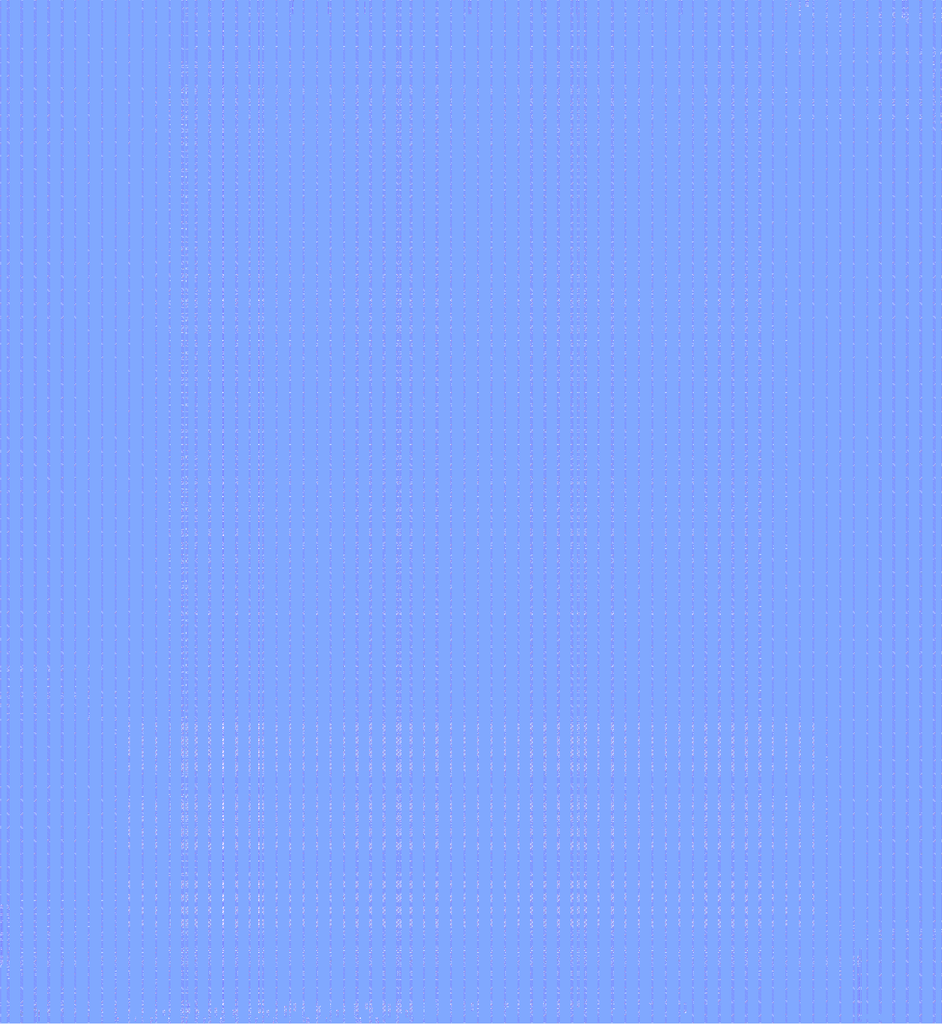
<source format=lef>
VERSION 5.4 ;
NAMESCASESENSITIVE ON ;
BUSBITCHARS "[]" ;
DIVIDERCHAR "/" ;
UNITS
  DATABASE MICRONS 2000 ;
END UNITS
MACRO sram_0rw1r1w_16_256_lapis20
   CLASS BLOCK ;
   SIZE 899.4 BY 976.68 ;
   SYMMETRY X Y R90 ;
   PIN din0[0]
      DIRECTION INPUT ;
      PORT
         LAYER MET4 ;
         RECT  144.44 0.0 145.0 1.48 ;
      END
   END din0[0]
   PIN din0[1]
      DIRECTION INPUT ;
      PORT
         LAYER MET4 ;
         RECT  161.0 0.0 161.56 1.48 ;
      END
   END din0[1]
   PIN din0[2]
      DIRECTION INPUT ;
      PORT
         LAYER MET4 ;
         RECT  178.48 0.0 179.04 1.48 ;
      END
   END din0[2]
   PIN din0[3]
      DIRECTION INPUT ;
      PORT
         LAYER MET4 ;
         RECT  195.04 0.0 195.6 1.48 ;
      END
   END din0[3]
   PIN din0[4]
      DIRECTION INPUT ;
      PORT
         LAYER MET4 ;
         RECT  210.68 0.0 211.24 1.48 ;
      END
   END din0[4]
   PIN din0[5]
      DIRECTION INPUT ;
      PORT
         LAYER MET4 ;
         RECT  227.24 0.0 227.8 1.48 ;
      END
   END din0[5]
   PIN din0[6]
      DIRECTION INPUT ;
      PORT
         LAYER MET4 ;
         RECT  244.72 0.0 245.28 1.48 ;
      END
   END din0[6]
   PIN din0[7]
      DIRECTION INPUT ;
      PORT
         LAYER MET4 ;
         RECT  261.28 0.0 261.84 1.48 ;
      END
   END din0[7]
   PIN din0[8]
      DIRECTION INPUT ;
      PORT
         LAYER MET4 ;
         RECT  276.92 0.0 277.48 1.48 ;
      END
   END din0[8]
   PIN din0[9]
      DIRECTION INPUT ;
      PORT
         LAYER MET4 ;
         RECT  293.48 0.0 294.04 1.48 ;
      END
   END din0[9]
   PIN din0[10]
      DIRECTION INPUT ;
      PORT
         LAYER MET4 ;
         RECT  310.96 0.0 311.52 1.48 ;
      END
   END din0[10]
   PIN din0[11]
      DIRECTION INPUT ;
      PORT
         LAYER MET4 ;
         RECT  327.52 0.0 328.08 1.48 ;
      END
   END din0[11]
   PIN din0[12]
      DIRECTION INPUT ;
      PORT
         LAYER MET4 ;
         RECT  343.16 0.0 343.72 1.48 ;
      END
   END din0[12]
   PIN din0[13]
      DIRECTION INPUT ;
      PORT
         LAYER MET4 ;
         RECT  359.72 0.0 360.28 1.48 ;
      END
   END din0[13]
   PIN din0[14]
      DIRECTION INPUT ;
      PORT
         LAYER MET4 ;
         RECT  377.2 0.0 377.76 1.48 ;
      END
   END din0[14]
   PIN din0[15]
      DIRECTION INPUT ;
      PORT
         LAYER MET4 ;
         RECT  393.76 0.0 394.32 1.48 ;
      END
   END din0[15]
   PIN addr0[0]
      DIRECTION INPUT ;
      PORT
         LAYER MET4 ;
         RECT  112.24 0.0 112.8 1.48 ;
      END
   END addr0[0]
   PIN addr0[1]
      DIRECTION INPUT ;
      PORT
         LAYER MET4 ;
         RECT  128.8 0.0 129.36 1.48 ;
      END
   END addr0[1]
   PIN addr0[2]
      DIRECTION INPUT ;
      PORT
         LAYER MET3 ;
         RECT  0.0 295.32 1.48 295.88 ;
      END
   END addr0[2]
   PIN addr0[3]
      DIRECTION INPUT ;
      PORT
         LAYER MET3 ;
         RECT  0.0 303.6 1.48 304.16 ;
      END
   END addr0[3]
   PIN addr0[4]
      DIRECTION INPUT ;
      PORT
         LAYER MET3 ;
         RECT  0.0 310.96 1.48 311.52 ;
      END
   END addr0[4]
   PIN addr0[5]
      DIRECTION INPUT ;
      PORT
         LAYER MET3 ;
         RECT  0.0 321.08 1.48 321.64 ;
      END
   END addr0[5]
   PIN addr0[6]
      DIRECTION INPUT ;
      PORT
         LAYER MET3 ;
         RECT  0.0 328.44 1.48 329.0 ;
      END
   END addr0[6]
   PIN addr0[7]
      DIRECTION INPUT ;
      PORT
         LAYER MET3 ;
         RECT  0.0 336.72 1.48 337.28 ;
      END
   END addr0[7]
   PIN addr1[0]
      DIRECTION INPUT ;
      PORT
         LAYER MET4 ;
         RECT  770.04 975.2 770.6 976.68 ;
      END
   END addr1[0]
   PIN addr1[1]
      DIRECTION INPUT ;
      PORT
         LAYER MET4 ;
         RECT  754.4 975.2 754.96 976.68 ;
      END
   END addr1[1]
   PIN addr1[2]
      DIRECTION INPUT ;
      PORT
         LAYER MET3 ;
         RECT  897.92 88.32 899.4 88.88 ;
      END
   END addr1[2]
   PIN addr1[3]
      DIRECTION INPUT ;
      PORT
         LAYER MET3 ;
         RECT  897.92 80.04 899.4 80.6 ;
      END
   END addr1[3]
   PIN addr1[4]
      DIRECTION INPUT ;
      PORT
         LAYER MET4 ;
         RECT  821.56 0.0 822.12 1.48 ;
      END
   END addr1[4]
   PIN addr1[5]
      DIRECTION INPUT ;
      PORT
         LAYER MET4 ;
         RECT  818.8 0.0 819.36 1.48 ;
      END
   END addr1[5]
   PIN addr1[6]
      DIRECTION INPUT ;
      PORT
         LAYER MET4 ;
         RECT  820.64 0.0 821.2 1.48 ;
      END
   END addr1[6]
   PIN addr1[7]
      DIRECTION INPUT ;
      PORT
         LAYER MET4 ;
         RECT  819.72 0.0 820.28 1.48 ;
      END
   END addr1[7]
   PIN csb0
      DIRECTION INPUT ;
      PORT
         LAYER MET3 ;
         RECT  0.0 11.96 1.48 12.52 ;
      END
   END csb0
   PIN csb1
      DIRECTION INPUT ;
      PORT
         LAYER MET3 ;
         RECT  897.92 960.48 899.4 961.04 ;
      END
   END csb1
   PIN clk0
      DIRECTION INPUT ;
      PORT
         LAYER MET4 ;
         RECT  36.8 0.0 37.36 1.48 ;
      END
   END clk0
   PIN clk1
      DIRECTION INPUT ;
      PORT
         LAYER MET4 ;
         RECT  862.04 975.2 862.6 976.68 ;
      END
   END clk1
   PIN dout1[0]
      DIRECTION OUTPUT ;
      PORT
         LAYER MET4 ;
         RECT  178.48 975.2 179.04 976.68 ;
      END
   END dout1[0]
   PIN dout1[1]
      DIRECTION OUTPUT ;
      PORT
         LAYER MET4 ;
         RECT  212.52 975.2 213.08 976.68 ;
      END
   END dout1[1]
   PIN dout1[2]
      DIRECTION OUTPUT ;
      PORT
         LAYER MET4 ;
         RECT  246.56 975.2 247.12 976.68 ;
      END
   END dout1[2]
   PIN dout1[3]
      DIRECTION OUTPUT ;
      PORT
         LAYER MET4 ;
         RECT  278.76 975.2 279.32 976.68 ;
      END
   END dout1[3]
   PIN dout1[4]
      DIRECTION OUTPUT ;
      PORT
         LAYER MET4 ;
         RECT  312.8 975.2 313.36 976.68 ;
      END
   END dout1[4]
   PIN dout1[5]
      DIRECTION OUTPUT ;
      PORT
         LAYER MET4 ;
         RECT  347.76 975.2 348.32 976.68 ;
      END
   END dout1[5]
   PIN dout1[6]
      DIRECTION OUTPUT ;
      PORT
         LAYER MET4 ;
         RECT  381.8 975.2 382.36 976.68 ;
      END
   END dout1[6]
   PIN dout1[7]
      DIRECTION OUTPUT ;
      PORT
         LAYER MET4 ;
         RECT  415.84 975.2 416.4 976.68 ;
      END
   END dout1[7]
   PIN dout1[8]
      DIRECTION OUTPUT ;
      PORT
         LAYER MET4 ;
         RECT  448.04 975.2 448.6 976.68 ;
      END
   END dout1[8]
   PIN dout1[9]
      DIRECTION OUTPUT ;
      PORT
         LAYER MET4 ;
         RECT  482.08 975.2 482.64 976.68 ;
      END
   END dout1[9]
   PIN dout1[10]
      DIRECTION OUTPUT ;
      PORT
         LAYER MET4 ;
         RECT  517.04 975.2 517.6 976.68 ;
      END
   END dout1[10]
   PIN dout1[11]
      DIRECTION OUTPUT ;
      PORT
         LAYER MET4 ;
         RECT  551.08 975.2 551.64 976.68 ;
      END
   END dout1[11]
   PIN dout1[12]
      DIRECTION OUTPUT ;
      PORT
         LAYER MET4 ;
         RECT  585.12 975.2 585.68 976.68 ;
      END
   END dout1[12]
   PIN dout1[13]
      DIRECTION OUTPUT ;
      PORT
         LAYER MET4 ;
         RECT  617.32 975.2 617.88 976.68 ;
      END
   END dout1[13]
   PIN dout1[14]
      DIRECTION OUTPUT ;
      PORT
         LAYER MET4 ;
         RECT  651.36 975.2 651.92 976.68 ;
      END
   END dout1[14]
   PIN dout1[15]
      DIRECTION OUTPUT ;
      PORT
         LAYER MET4 ;
         RECT  686.32 975.2 686.88 976.68 ;
      END
   END dout1[15]
   PIN vdd
      DIRECTION INOUT ;
      USE POWER ; 
      SHAPE ABUTMENT ; 
      PORT
         LAYER MET4 ;
         RECT  530.84 0.0 531.4 976.68 ;
         LAYER MET4 ;
         RECT  823.4 0.0 823.96 976.68 ;
         LAYER MET3 ;
         RECT  0.0 792.12 899.4 792.68 ;
         LAYER MET3 ;
         RECT  0.0 928.28 899.4 928.84 ;
         LAYER MET3 ;
         RECT  821.56 54.28 899.4 54.84 ;
         LAYER MET3 ;
         RECT  755.32 863.88 899.4 864.44 ;
         LAYER MET4 ;
         RECT  205.16 14.72 205.72 976.68 ;
         LAYER MET4 ;
         RECT  379.96 0.0 380.52 976.68 ;
         LAYER MET3 ;
         RECT  0.0 190.44 160.64 191.0 ;
         LAYER MET3 ;
         RECT  0.0 959.56 766.0 960.12 ;
         LAYER MET4 ;
         RECT  852.84 0.0 853.4 976.68 ;
         LAYER MET3 ;
         RECT  0.0 76.36 815.68 76.92 ;
         LAYER MET4 ;
         RECT  348.68 20.24 349.24 976.68 ;
         LAYER MET4 ;
         RECT  381.8 0.0 382.36 9.76 ;
         LAYER MET3 ;
         RECT  780.16 194.12 899.4 194.68 ;
         LAYER MET3 ;
         RECT  0.0 343.16 899.4 343.72 ;
         LAYER MET3 ;
         RECT  716.68 396.52 899.4 397.08 ;
         LAYER MET3 ;
         RECT  405.72 2.76 899.4 3.32 ;
         LAYER MET4 ;
         RECT  109.48 0.0 110.04 976.68 ;
         LAYER MET3 ;
         RECT  780.16 243.8 899.4 244.36 ;
         LAYER MET3 ;
         RECT  0.0 48.76 185.48 49.32 ;
         LAYER MET3 ;
         RECT  0.0 280.6 117.4 281.16 ;
         LAYER MET3 ;
         RECT  716.68 446.2 899.4 446.76 ;
         LAYER MET3 ;
         RECT  0.0 735.08 899.4 735.64 ;
         LAYER MET4 ;
         RECT  59.8 0.0 60.36 976.68 ;
         LAYER MET4 ;
         RECT  243.8 6.44 244.36 976.68 ;
         LAYER MET4 ;
         RECT  554.76 0.0 555.32 976.68 ;
         LAYER MET4 ;
         RECT  792.12 0.0 792.68 976.68 ;
         LAYER MET3 ;
         RECT  0.0 797.64 899.4 798.2 ;
         LAYER MET3 ;
         RECT  0.0 483.0 899.4 483.56 ;
         LAYER MET3 ;
         RECT  0.0 98.44 117.4 99.0 ;
         LAYER MET3 ;
         RECT  721.28 931.96 899.4 932.52 ;
         LAYER MET4 ;
         RECT  746.12 0.0 746.68 976.68 ;
         LAYER MET4 ;
         RECT  678.04 0.0 678.6 976.68 ;
         LAYER MET3 ;
         RECT  0.0 269.56 117.4 270.12 ;
         LAYER MET3 ;
         RECT  755.32 315.56 899.4 316.12 ;
         LAYER MET4 ;
         RECT  501.4 0.0 501.96 976.68 ;
         LAYER MET4 ;
         RECT  271.4 0.0 271.96 5.16 ;
         LAYER MET3 ;
         RECT  0.0 306.36 899.4 306.92 ;
         LAYER MET3 ;
         RECT  733.24 317.4 899.4 317.96 ;
         LAYER MET3 ;
         RECT  0.0 451.72 899.4 452.28 ;
         LAYER MET3 ;
         RECT  0.0 931.96 185.48 932.52 ;
         LAYER MET4 ;
         RECT  431.48 0.0 432.04 976.68 ;
         LAYER MET3 ;
         RECT  0.0 459.08 177.2 459.64 ;
         LAYER MET3 ;
         RECT  0.0 639.4 142.24 639.96 ;
         LAYER MET3 ;
         RECT  0.0 760.84 899.4 761.4 ;
         LAYER MET4 ;
         RECT  6.44 0.0 7.0 976.68 ;
         LAYER MET4 ;
         RECT  506.92 0.0 507.48 976.68 ;
         LAYER MET4 ;
         RECT  862.04 0.0 862.6 959.2 ;
         LAYER MET3 ;
         RECT  0.0 720.36 177.2 720.92 ;
         LAYER MET4 ;
         RECT  799.48 0.0 800.04 976.68 ;
         LAYER MET4 ;
         RECT  492.2 0.0 492.76 976.68 ;
         LAYER MET4 ;
         RECT  819.72 46.0 820.28 976.68 ;
         LAYER MET3 ;
         RECT  0.0 348.68 899.4 349.24 ;
         LAYER MET4 ;
         RECT  451.72 0.0 452.28 976.68 ;
         LAYER MET4 ;
         RECT  271.4 16.56 271.96 976.68 ;
         LAYER MET4 ;
         RECT  116.84 0.0 117.4 976.68 ;
         LAYER MET3 ;
         RECT  0.0 970.6 752.2 971.16 ;
         LAYER MET3 ;
         RECT  0.0 365.24 142.24 365.8 ;
         LAYER MET3 ;
         RECT  0.0 729.56 899.4 730.12 ;
         LAYER MET4 ;
         RECT  626.52 0.0 627.08 976.68 ;
         LAYER MET4 ;
         RECT  663.32 0.0 663.88 976.68 ;
         LAYER MET4 ;
         RECT  692.76 0.0 693.32 976.68 ;
         LAYER MET3 ;
         RECT  716.68 832.6 899.4 833.16 ;
         LAYER MET4 ;
         RECT  332.12 0.0 332.68 976.68 ;
         LAYER MET3 ;
         RECT  0.0 89.24 804.64 89.8 ;
         LAYER MET3 ;
         RECT  0.0 319.24 77.84 319.8 ;
         LAYER MET3 ;
         RECT  755.32 788.44 899.4 789.0 ;
         LAYER MET3 ;
         RECT  0.0 538.2 162.48 538.76 ;
         LAYER MET3 ;
         RECT  0.0 591.56 899.4 592.12 ;
         LAYER MET4 ;
         RECT  495.88 0.0 496.44 976.68 ;
         LAYER MET4 ;
         RECT  720.36 0.0 720.92 976.68 ;
         LAYER MET3 ;
         RECT  780.16 183.08 899.4 183.64 ;
         LAYER MET3 ;
         RECT  0.0 523.48 899.4 524.04 ;
         LAYER MET4 ;
         RECT  142.6 0.0 143.16 976.68 ;
         LAYER MET3 ;
         RECT  0.0 768.2 899.4 768.76 ;
         LAYER MET4 ;
         RECT  203.32 0.0 203.88 976.68 ;
         LAYER MET4 ;
         RECT  315.56 20.24 316.12 976.68 ;
         LAYER MET4 ;
         RECT  808.68 0.0 809.24 976.68 ;
         LAYER MET4 ;
         RECT  341.32 0.0 341.88 976.68 ;
         LAYER MET4 ;
         RECT  387.32 12.88 387.88 976.68 ;
         LAYER MET3 ;
         RECT  0.0 593.4 899.4 593.96 ;
         LAYER MET3 ;
         RECT  716.68 148.12 899.4 148.68 ;
         LAYER MET3 ;
         RECT  0.0 400.2 899.4 400.76 ;
         LAYER MET3 ;
         RECT  809.6 933.8 899.4 934.36 ;
         LAYER MET4 ;
         RECT  460.92 0.0 461.48 976.68 ;
         LAYER MET3 ;
         RECT  0.0 586.04 899.4 586.6 ;
         LAYER MET3 ;
         RECT  0.0 293.48 73.24 294.04 ;
         LAYER MET4 ;
         RECT  311.88 0.0 312.44 976.68 ;
         LAYER MET3 ;
         RECT  0.0 391.0 142.24 391.56 ;
         LAYER MET3 ;
         RECT  0.0 322.92 177.2 323.48 ;
         LAYER MET4 ;
         RECT  78.2 0.0 78.76 976.68 ;
         LAYER MET3 ;
         RECT  0.0 23.0 121.08 23.56 ;
         LAYER MET3 ;
         RECT  0.0 173.88 177.2 174.44 ;
         LAYER MET3 ;
         RECT  0.0 628.36 899.4 628.92 ;
         LAYER MET4 ;
         RECT  4.6 0.0 5.16 976.68 ;
         LAYER MET3 ;
         RECT  0.0 679.88 899.4 680.44 ;
         LAYER MET4 ;
         RECT  105.8 0.0 106.36 976.68 ;
         LAYER MET3 ;
         RECT  0.0 808.68 899.4 809.24 ;
         LAYER MET4 ;
         RECT  641.24 0.0 641.8 976.68 ;
         LAYER MET3 ;
         RECT  0.0 448.04 899.4 448.6 ;
         LAYER MET4 ;
         RECT  895.16 0.0 895.72 976.68 ;
         LAYER MET3 ;
         RECT  0.0 948.52 899.4 949.08 ;
         LAYER MET3 ;
         RECT  0.0 118.68 117.4 119.24 ;
         LAYER MET4 ;
         RECT  133.4 0.0 133.96 976.68 ;
         LAYER MET3 ;
         RECT  0.0 966.92 899.4 967.48 ;
         LAYER MET3 ;
         RECT  716.68 819.72 899.4 820.28 ;
         LAYER MET3 ;
         RECT  0.0 339.48 160.64 340.04 ;
         LAYER MET4 ;
         RECT  455.4 0.0 455.96 976.68 ;
         LAYER MET4 ;
         RECT  199.64 0.0 200.2 976.68 ;
         LAYER MET4 ;
         RECT  718.52 0.0 719.08 976.68 ;
         LAYER MET3 ;
         RECT  780.16 210.68 899.4 211.24 ;
         LAYER MET4 ;
         RECT  57.96 0.0 58.52 976.68 ;
         LAYER MET3 ;
         RECT  0.0 582.36 899.4 582.92 ;
         LAYER MET3 ;
         RECT  733.24 289.8 899.4 290.36 ;
         LAYER MET3 ;
         RECT  0.0 203.32 117.4 203.88 ;
         LAYER MET4 ;
         RECT  83.72 0.0 84.28 976.68 ;
         LAYER MET4 ;
         RECT  619.16 0.0 619.72 17.12 ;
         LAYER MET3 ;
         RECT  0.0 906.2 882.84 906.76 ;
         LAYER MET4 ;
         RECT  155.48 0.0 156.04 5.16 ;
         LAYER MET3 ;
         RECT  0.0 687.24 899.4 687.8 ;
         LAYER MET4 ;
         RECT  541.88 0.0 542.44 976.68 ;
         LAYER MET4 ;
         RECT  438.84 0.0 439.4 976.68 ;
         LAYER MET3 ;
         RECT  0.0 775.56 899.4 776.12 ;
         LAYER MET3 ;
         RECT  0.0 621.0 177.2 621.56 ;
         LAYER MET3 ;
         RECT  0.0 828.92 899.4 829.48 ;
         LAYER MET3 ;
         RECT  0.0 904.36 899.4 904.92 ;
         LAYER MET4 ;
         RECT  15.64 0.0 16.2 976.68 ;
         LAYER MET3 ;
         RECT  0.0 663.32 160.64 663.88 ;
         LAYER MET3 ;
         RECT  0.0 411.24 899.4 411.8 ;
         LAYER MET4 ;
         RECT  232.76 0.0 233.32 976.68 ;
         LAYER MET4 ;
         RECT  300.84 0.0 301.4 976.68 ;
         LAYER MET4 ;
         RECT  475.64 0.0 476.2 976.68 ;
         LAYER MET4 ;
         RECT  740.6 0.0 741.16 976.68 ;
         LAYER MET4 ;
         RECT  102.12 0.0 102.68 976.68 ;
         LAYER MET4 ;
         RECT  289.8 0.0 290.36 976.68 ;
         LAYER MET4 ;
         RECT  409.4 0.0 409.96 976.68 ;
         LAYER MET4 ;
         RECT  797.64 0.0 798.2 976.68 ;
         LAYER MET3 ;
         RECT  0.0 398.36 899.4 398.92 ;
         LAYER MET4 ;
         RECT  654.12 0.0 654.68 9.76 ;
         LAYER MET3 ;
         RECT  0.0 333.96 177.2 334.52 ;
         LAYER MET3 ;
         RECT  0.0 356.04 899.4 356.6 ;
         LAYER MET3 ;
         RECT  0.0 28.52 30.92 29.08 ;
         LAYER MET3 ;
         RECT  0.0 933.8 739.32 934.36 ;
         LAYER MET3 ;
         RECT  0.0 852.84 899.4 853.4 ;
         LAYER MET4 ;
         RECT  619.16 20.24 619.72 976.68 ;
         LAYER MET4 ;
         RECT  549.24 0.0 549.8 976.68 ;
         LAYER MET3 ;
         RECT  821.56 63.48 899.4 64.04 ;
         LAYER MET3 ;
         RECT  0.0 525.32 899.4 525.88 ;
         LAYER MET3 ;
         RECT  733.24 762.68 899.4 763.24 ;
         LAYER MET3 ;
         RECT  716.68 297.16 899.4 297.72 ;
         LAYER MET3 ;
         RECT  0.0 968.76 899.4 969.32 ;
         LAYER MET4 ;
         RECT  184.92 0.0 185.48 976.68 ;
         LAYER MET3 ;
         RECT  0.0 102.12 899.4 102.68 ;
         LAYER MET3 ;
         RECT  0.0 880.44 899.4 881.0 ;
         LAYER MET3 ;
         RECT  0.0 793.96 899.4 794.52 ;
         LAYER MET3 ;
         RECT  731.4 740.6 899.4 741.16 ;
         LAYER MET3 ;
         RECT  91.08 24.84 899.4 25.4 ;
         LAYER MET4 ;
         RECT  337.64 18.4 338.2 976.68 ;
         LAYER MET4 ;
         RECT  420.44 0.0 421.0 976.68 ;
         LAYER MET3 ;
         RECT  0.0 192.28 100.84 192.84 ;
         LAYER MET3 ;
         RECT  733.24 516.12 899.4 516.68 ;
         LAYER MET3 ;
         RECT  755.32 365.24 899.4 365.8 ;
         LAYER MET3 ;
         RECT  780.16 133.4 899.4 133.96 ;
         LAYER MET3 ;
         RECT  0.0 930.12 808.32 930.68 ;
         LAYER MET3 ;
         RECT  0.0 414.92 142.24 415.48 ;
         LAYER MET3 ;
         RECT  0.0 289.8 160.64 290.36 ;
         LAYER MET3 ;
         RECT  0.0 703.8 899.4 704.36 ;
         LAYER MET3 ;
         RECT  0.0 197.8 117.4 198.36 ;
         LAYER MET3 ;
         RECT  780.16 278.76 899.4 279.32 ;
         LAYER MET3 ;
         RECT  0.0 372.6 177.2 373.16 ;
         LAYER MET3 ;
         RECT  780.16 286.12 899.4 286.68 ;
         LAYER MET3 ;
         RECT  0.0 367.08 160.64 367.64 ;
         LAYER MET3 ;
         RECT  0.0 740.6 162.48 741.16 ;
         LAYER MET4 ;
         RECT  639.4 0.0 639.96 976.68 ;
         LAYER MET3 ;
         RECT  0.0 913.56 158.8 914.12 ;
         LAYER MET4 ;
         RECT  711.16 0.0 711.72 976.68 ;
         LAYER MET3 ;
         RECT  739.68 908.04 899.4 908.6 ;
         LAYER MET4 ;
         RECT  569.48 0.0 570.04 976.68 ;
         LAYER MET3 ;
         RECT  0.0 816.04 899.4 816.6 ;
         LAYER MET4 ;
         RECT  247.48 20.24 248.04 976.68 ;
         LAYER MET4 ;
         RECT  529.0 0.0 529.56 976.68 ;
         LAYER MET3 ;
         RECT  0.0 860.2 881.0 860.76 ;
         LAYER MET4 ;
         RECT  672.52 0.0 673.08 976.68 ;
         LAYER MET3 ;
         RECT  755.32 814.2 899.4 814.76 ;
         LAYER MET3 ;
         RECT  0.0 437.0 899.4 437.56 ;
         LAYER MET3 ;
         RECT  780.16 205.16 899.4 205.72 ;
         LAYER MET4 ;
         RECT  422.28 0.0 422.84 976.68 ;
         LAYER MET3 ;
         RECT  0.0 527.16 899.4 527.72 ;
         LAYER MET4 ;
         RECT  275.08 0.0 275.64 976.68 ;
         LAYER MET3 ;
         RECT  0.0 635.72 899.4 636.28 ;
         LAYER MET3 ;
         RECT  0.0 179.4 117.4 179.96 ;
         LAYER MET4 ;
         RECT  863.88 0.0 864.44 976.68 ;
         LAYER MET3 ;
         RECT  0.0 409.4 177.2 409.96 ;
         LAYER MET3 ;
         RECT  0.0 917.24 752.2 917.8 ;
         LAYER MET3 ;
         RECT  405.72 6.44 899.4 7.0 ;
         LAYER MET3 ;
         RECT  733.24 416.76 899.4 417.32 ;
         LAYER MET3 ;
         RECT  0.0 543.72 899.4 544.28 ;
         LAYER MET4 ;
         RECT  76.36 0.0 76.92 976.68 ;
         LAYER MET4 ;
         RECT  464.6 0.0 465.16 976.68 ;
         LAYER MET4 ;
         RECT  510.6 0.0 511.16 976.68 ;
         LAYER MET3 ;
         RECT  0.0 164.68 899.4 165.24 ;
         LAYER MET3 ;
         RECT  0.0 516.12 160.64 516.68 ;
         LAYER MET4 ;
         RECT  768.2 0.0 768.76 976.68 ;
         LAYER MET4 ;
         RECT  643.08 0.0 643.64 976.68 ;
         LAYER MET4 ;
         RECT  565.8 0.0 566.36 976.68 ;
         LAYER MET4 ;
         RECT  617.32 0.0 617.88 962.88 ;
         LAYER MET3 ;
         RECT  0.0 464.6 142.24 465.16 ;
         LAYER MET3 ;
         RECT  0.0 85.56 177.2 86.12 ;
         LAYER MET3 ;
         RECT  0.0 554.76 899.4 555.32 ;
         LAYER MET3 ;
         RECT  0.0 19.32 179.04 19.88 ;
         LAYER MET3 ;
         RECT  94.76 304.52 899.4 305.08 ;
         LAYER MET4 ;
         RECT  591.56 0.0 592.12 976.68 ;
         LAYER MET3 ;
         RECT  0.0 832.6 177.2 833.16 ;
         LAYER MET4 ;
         RECT  151.8 0.0 152.36 976.68 ;
         LAYER MET3 ;
         RECT  797.64 192.28 899.4 192.84 ;
         LAYER MET3 ;
         RECT  780.16 170.2 899.4 170.76 ;
         LAYER MET3 ;
         RECT  0.0 685.4 899.4 685.96 ;
         LAYER MET3 ;
         RECT  0.0 661.48 899.4 662.04 ;
         LAYER MET3 ;
         RECT  0.0 2.76 89.8 3.32 ;
         LAYER MET3 ;
         RECT  716.68 621.0 899.4 621.56 ;
         LAYER MET3 ;
         RECT  0.0 839.96 160.64 840.52 ;
         LAYER MET3 ;
         RECT  0.0 444.36 899.4 444.92 ;
         LAYER MET3 ;
         RECT  0.0 950.36 856.16 950.92 ;
         LAYER MET4 ;
         RECT  413.08 0.0 413.64 976.68 ;
         LAYER MET3 ;
         RECT  0.0 838.12 142.24 838.68 ;
         LAYER MET3 ;
         RECT  0.0 61.64 89.8 62.2 ;
         LAYER MET3 ;
         RECT  0.0 547.4 899.4 547.96 ;
         LAYER MET4 ;
         RECT  536.36 0.0 536.92 976.68 ;
         LAYER MET4 ;
         RECT  356.04 0.0 356.6 976.68 ;
         LAYER MET4 ;
         RECT  604.44 0.0 605.0 976.68 ;
         LAYER MET3 ;
         RECT  0.0 499.56 899.4 500.12 ;
         LAYER MET3 ;
         RECT  0.0 619.16 899.4 619.72 ;
         LAYER MET4 ;
         RECT  650.44 0.0 651.0 962.88 ;
         LAYER MET4 ;
         RECT  374.44 0.0 375.0 976.68 ;
         LAYER MET3 ;
         RECT  797.64 291.64 899.4 292.2 ;
         LAYER MET3 ;
         RECT  0.0 142.6 100.84 143.16 ;
         LAYER MET3 ;
         RECT  0.0 416.76 160.64 417.32 ;
         LAYER MET3 ;
         RECT  733.24 69.0 899.4 69.56 ;
         LAYER MET3 ;
         RECT  0.0 131.56 117.4 132.12 ;
         LAYER MET3 ;
         RECT  0.0 291.64 80.6 292.2 ;
         LAYER MET3 ;
         RECT  733.24 839.96 899.4 840.52 ;
         LAYER MET3 ;
         RECT  780.16 94.76 899.4 95.32 ;
         LAYER MET3 ;
         RECT  755.32 838.12 899.4 838.68 ;
         LAYER MET4 ;
         RECT  287.96 14.72 288.52 976.68 ;
         LAYER MET4 ;
         RECT  731.4 0.0 731.96 976.68 ;
         LAYER MET3 ;
         RECT  780.16 184.92 899.4 185.48 ;
         LAYER MET3 ;
         RECT  0.0 935.64 899.4 936.2 ;
         LAYER MET4 ;
         RECT  394.68 0.0 395.24 976.68 ;
         LAYER MET3 ;
         RECT  0.0 59.8 899.4 60.36 ;
         LAYER MET4 ;
         RECT  777.4 0.0 777.96 976.68 ;
         LAYER MET3 ;
         RECT  0.0 510.6 899.4 511.16 ;
         LAYER MET3 ;
         RECT  0.0 654.12 899.4 654.68 ;
         LAYER MET3 ;
         RECT  780.16 247.48 899.4 248.04 ;
         LAYER MET3 ;
         RECT  0.0 560.28 899.4 560.84 ;
         LAYER MET4 ;
         RECT  251.16 0.0 251.72 976.68 ;
         LAYER MET3 ;
         RECT  0.0 275.08 899.4 275.64 ;
         LAYER MET3 ;
         RECT  0.0 389.16 160.64 389.72 ;
         LAYER MET3 ;
         RECT  0.0 556.6 899.4 557.16 ;
         LAYER MET3 ;
         RECT  892.4 854.68 899.4 855.24 ;
         LAYER MET4 ;
         RECT  35.88 0.0 36.44 976.68 ;
         LAYER MET3 ;
         RECT  0.0 718.52 899.4 719.08 ;
         LAYER MET3 ;
         RECT  0.0 891.48 899.4 892.04 ;
         LAYER MET3 ;
         RECT  0.0 937.48 899.4 938.04 ;
         LAYER MET4 ;
         RECT  725.88 0.0 726.44 976.68 ;
         LAYER MET3 ;
         RECT  0.0 181.24 117.4 181.8 ;
         LAYER MET3 ;
         RECT  0.0 10.12 5.16 10.68 ;
         LAYER MET4 ;
         RECT  221.72 0.0 222.28 5.16 ;
         LAYER MET3 ;
         RECT  0.0 519.8 899.4 520.36 ;
         LAYER MET3 ;
         RECT  0.0 194.12 117.4 194.68 ;
         LAYER MET3 ;
         RECT  0.0 713.0 160.64 713.56 ;
         LAYER MET3 ;
         RECT  0.0 188.6 899.4 189.16 ;
         LAYER MET3 ;
         RECT  716.68 310.04 899.4 310.6 ;
         LAYER MET3 ;
         RECT  0.0 271.4 117.4 271.96 ;
         LAYER MET4 ;
         RECT  615.48 0.0 616.04 976.68 ;
         LAYER MET4 ;
         RECT  435.16 0.0 435.72 976.68 ;
         LAYER MET3 ;
         RECT  0.0 952.2 899.4 952.76 ;
         LAYER MET3 ;
         RECT  780.16 120.52 899.4 121.08 ;
         LAYER MET3 ;
         RECT  0.0 57.96 87.96 58.52 ;
         LAYER MET3 ;
         RECT  0.0 630.2 899.4 630.76 ;
         LAYER MET3 ;
         RECT  780.16 168.36 899.4 168.92 ;
         LAYER MET3 ;
         RECT  0.0 843.64 899.4 844.2 ;
         LAYER MET3 ;
         RECT  0.0 911.72 160.64 912.28 ;
         LAYER MET4 ;
         RECT  519.8 0.0 520.36 976.68 ;
         LAYER MET4 ;
         RECT  416.76 0.0 417.32 13.44 ;
         LAYER MET4 ;
         RECT  278.76 0.0 279.32 962.88 ;
         LAYER MET4 ;
         RECT  575.0 0.0 575.56 976.68 ;
         LAYER MET3 ;
         RECT  0.0 394.68 899.4 395.24 ;
         LAYER MET3 ;
         RECT  771.88 970.6 899.4 971.16 ;
         LAYER MET4 ;
         RECT  144.44 6.44 145.0 976.68 ;
         LAYER MET3 ;
         RECT  0.0 954.04 849.72 954.6 ;
         LAYER MET4 ;
         RECT  28.52 0.0 29.08 976.68 ;
         LAYER MET4 ;
         RECT  229.08 0.0 229.64 976.68 ;
         LAYER MET4 ;
         RECT  234.6 0.0 235.16 976.68 ;
         LAYER MET3 ;
         RECT  0.0 541.88 899.4 542.44 ;
         LAYER MET4 ;
         RECT  701.96 0.0 702.52 976.68 ;
         LAYER MET4 ;
         RECT  195.96 0.0 196.52 976.68 ;
         LAYER MET3 ;
         RECT  83.72 308.2 899.4 308.76 ;
         LAYER MET3 ;
         RECT  716.68 608.12 899.4 608.68 ;
         LAYER MET3 ;
         RECT  0.0 595.24 177.2 595.8 ;
         LAYER MET4 ;
         RECT  256.68 0.0 257.24 976.68 ;
         LAYER MET3 ;
         RECT  0.0 939.32 899.4 939.88 ;
         LAYER MET3 ;
         RECT  0.0 909.88 881.0 910.44 ;
         LAYER MET4 ;
         RECT  749.8 0.0 750.36 976.68 ;
         LAYER MET4 ;
         RECT  449.88 20.24 450.44 976.68 ;
         LAYER MET3 ;
         RECT  0.0 381.8 899.4 382.36 ;
         LAYER MET3 ;
         RECT  0.0 457.24 899.4 457.8 ;
         LAYER MET3 ;
         RECT  97.52 328.44 899.4 329.0 ;
         LAYER MET3 ;
         RECT  0.0 563.96 142.24 564.52 ;
         LAYER MET3 ;
         RECT  733.24 663.32 899.4 663.88 ;
         LAYER MET3 ;
         RECT  755.32 738.76 899.4 739.32 ;
         LAYER MET4 ;
         RECT  264.04 0.0 264.6 976.68 ;
         LAYER MET4 ;
         RECT  497.72 0.0 498.28 976.68 ;
         LAYER MET3 ;
         RECT  0.0 177.56 899.4 178.12 ;
         LAYER MET3 ;
         RECT  0.0 694.6 899.4 695.16 ;
         LAYER MET3 ;
         RECT  0.0 420.44 899.4 421.0 ;
         LAYER MET3 ;
         RECT  0.0 427.8 899.4 428.36 ;
         LAYER MET3 ;
         RECT  0.0 225.4 899.4 225.96 ;
         LAYER MET3 ;
         RECT  0.0 757.16 177.2 757.72 ;
         LAYER MET4 ;
         RECT  700.12 0.0 700.68 976.68 ;
         LAYER MET4 ;
         RECT  865.72 0.0 866.28 976.68 ;
         LAYER MET3 ;
         RECT  0.0 341.32 80.6 341.88 ;
         LAYER MET3 ;
         RECT  0.0 862.04 160.64 862.6 ;
         LAYER MET3 ;
         RECT  0.0 957.72 864.44 958.28 ;
         LAYER MET3 ;
         RECT  0.0 644.92 899.4 645.48 ;
         LAYER MET4 ;
         RECT  267.72 0.0 268.28 976.68 ;
         LAYER MET3 ;
         RECT  733.24 911.72 899.4 912.28 ;
         LAYER MET4 ;
         RECT  280.6 0.0 281.16 11.6 ;
         LAYER MET4 ;
         RECT  571.32 0.0 571.88 976.68 ;
         LAYER MET4 ;
         RECT  560.28 0.0 560.84 976.68 ;
         LAYER MET3 ;
         RECT  0.0 781.08 899.4 781.64 ;
         LAYER MET3 ;
         RECT  797.64 216.2 899.4 216.76 ;
         LAYER MET3 ;
         RECT  0.0 148.12 177.2 148.68 ;
         LAYER MET3 ;
         RECT  0.0 247.48 117.4 248.04 ;
         LAYER MET4 ;
         RECT  37.72 0.0 38.28 976.68 ;
         LAYER MET3 ;
         RECT  821.56 61.64 899.4 62.2 ;
         LAYER MET4 ;
         RECT  378.12 0.0 378.68 976.68 ;
         LAYER MET3 ;
         RECT  0.0 265.88 100.84 266.44 ;
         LAYER MET4 ;
         RECT  91.08 0.0 91.64 976.68 ;
         LAYER MET3 ;
         RECT  0.0 267.72 117.4 268.28 ;
         LAYER MET3 ;
         RECT  0.0 744.28 899.4 744.84 ;
         LAYER MET4 ;
         RECT  538.2 0.0 538.76 976.68 ;
         LAYER MET4 ;
         RECT  795.8 0.0 796.36 976.68 ;
         LAYER MET4 ;
         RECT  816.04 0.0 816.6 976.68 ;
         LAYER MET4 ;
         RECT  606.28 0.0 606.84 976.68 ;
         LAYER MET4 ;
         RECT  885.96 0.0 886.52 976.68 ;
         LAYER MET3 ;
         RECT  755.32 887.8 899.4 888.36 ;
         LAYER MET3 ;
         RECT  0.0 849.16 899.4 849.72 ;
         LAYER MET3 ;
         RECT  0.0 606.28 899.4 606.84 ;
         LAYER MET4 ;
         RECT  21.16 0.0 21.72 976.68 ;
         LAYER MET4 ;
         RECT  39.56 0.0 40.12 976.68 ;
         LAYER MET4 ;
         RECT  291.64 0.0 292.2 976.68 ;
         LAYER MET4 ;
         RECT  403.88 0.0 404.44 5.16 ;
         LAYER MET4 ;
         RECT  512.44 0.0 513.0 976.68 ;
         LAYER MET3 ;
         RECT  755.32 540.04 899.4 540.6 ;
         LAYER MET3 ;
         RECT  0.0 100.28 7.0 100.84 ;
         LAYER MET3 ;
         RECT  0.0 900.68 899.4 901.24 ;
         LAYER MET3 ;
         RECT  83.72 324.76 899.4 325.32 ;
         LAYER MET3 ;
         RECT  0.0 144.44 899.4 145.0 ;
         LAYER MET3 ;
         RECT  755.32 464.6 899.4 465.16 ;
         LAYER MET3 ;
         RECT  0.0 648.6 899.4 649.16 ;
         LAYER MET3 ;
         RECT  0.0 497.72 899.4 498.28 ;
         LAYER MET3 ;
         RECT  716.68 173.88 899.4 174.44 ;
         LAYER MET4 ;
         RECT  521.64 0.0 522.2 976.68 ;
         LAYER MET4 ;
         RECT  757.16 0.0 757.72 976.68 ;
         LAYER MET3 ;
         RECT  0.0 696.44 899.4 697.0 ;
         LAYER MET3 ;
         RECT  0.0 874.92 899.4 875.48 ;
         LAYER MET4 ;
         RECT  339.48 0.0 340.04 976.68 ;
         LAYER MET4 ;
         RECT  611.8 0.0 612.36 976.68 ;
         LAYER MET3 ;
         RECT  0.0 766.36 899.4 766.92 ;
         LAYER MET4 ;
         RECT  418.6 0.0 419.16 976.68 ;
         LAYER MET3 ;
         RECT  0.0 786.6 899.4 787.16 ;
         LAYER MET3 ;
         RECT  780.16 172.04 899.4 172.6 ;
         LAYER MET3 ;
         RECT  0.0 512.44 899.4 513.0 ;
         LAYER MET3 ;
         RECT  0.0 284.28 117.4 284.84 ;
         LAYER MET4 ;
         RECT  810.52 0.0 811.08 976.68 ;
         LAYER MET4 ;
         RECT  241.96 0.0 242.52 976.68 ;
         LAYER MET4 ;
         RECT  889.64 0.0 890.2 976.68 ;
         LAYER MET3 ;
         RECT  780.16 273.24 899.4 273.8 ;
         LAYER MET4 ;
         RECT  162.84 0.0 163.4 976.68 ;
         LAYER MET3 ;
         RECT  0.0 376.28 899.4 376.84 ;
         LAYER MET3 ;
         RECT  0.0 747.96 899.4 748.52 ;
         LAYER MET3 ;
         RECT  0.0 963.24 176.28 963.8 ;
         LAYER MET4 ;
         RECT  302.68 0.0 303.24 976.68 ;
         LAYER MET4 ;
         RECT  219.88 0.0 220.44 976.68 ;
         LAYER MET4 ;
         RECT  867.56 0.0 868.12 976.68 ;
         LAYER MET4 ;
         RECT  753.48 0.0 754.04 976.68 ;
         LAYER MET3 ;
         RECT  0.0 819.72 177.2 820.28 ;
         LAYER MET4 ;
         RECT  667.0 0.0 667.56 976.68 ;
         LAYER MET3 ;
         RECT  0.0 429.64 899.4 430.2 ;
         LAYER MET3 ;
         RECT  0.0 821.56 899.4 822.12 ;
         LAYER MET4 ;
         RECT  411.24 0.0 411.8 976.68 ;
         LAYER MET4 ;
         RECT  46.92 0.0 47.48 976.68 ;
         LAYER MET3 ;
         RECT  0.0 166.52 100.84 167.08 ;
         LAYER MET3 ;
         RECT  733.24 190.44 899.4 191.0 ;
         LAYER MET3 ;
         RECT  716.68 707.48 899.4 708.04 ;
         LAYER MET3 ;
         RECT  0.0 851.0 899.4 851.56 ;
         LAYER MET3 ;
         RECT  0.0 221.72 899.4 222.28 ;
         LAYER MET4 ;
         RECT  107.64 0.0 108.2 976.68 ;
         LAYER MET3 ;
         RECT  0.0 230.92 899.4 231.48 ;
         LAYER MET4 ;
         RECT  587.88 0.0 588.44 976.68 ;
         LAYER MET3 ;
         RECT  0.0 313.72 899.4 314.28 ;
         LAYER MET3 ;
         RECT  733.24 240.12 899.4 240.68 ;
         LAYER MET3 ;
         RECT  0.0 668.84 899.4 669.4 ;
         LAYER MET4 ;
         RECT  437.0 0.0 437.56 976.68 ;
         LAYER MET3 ;
         RECT  716.68 359.72 899.4 360.28 ;
         LAYER MET4 ;
         RECT  659.64 0.0 660.2 976.68 ;
         LAYER MET4 ;
         RECT  893.32 0.0 893.88 976.68 ;
         LAYER MET3 ;
         RECT  17.48 83.72 899.4 84.28 ;
         LAYER MET4 ;
         RECT  225.4 0.0 225.96 976.68 ;
         LAYER MET3 ;
         RECT  0.0 689.08 142.24 689.64 ;
         LAYER MET3 ;
         RECT  0.0 598.92 899.4 599.48 ;
         LAYER MET3 ;
         RECT  0.0 208.84 117.4 209.4 ;
         LAYER MET3 ;
         RECT  733.24 389.16 899.4 389.72 ;
         LAYER MET3 ;
         RECT  0.0 674.36 899.4 674.92 ;
         LAYER MET3 ;
         RECT  0.0 690.92 162.48 691.48 ;
         LAYER MET3 ;
         RECT  0.0 955.88 899.4 956.44 ;
         LAYER MET3 ;
         RECT  780.16 105.8 899.4 106.36 ;
         LAYER MET3 ;
         RECT  0.0 138.92 899.4 139.48 ;
         LAYER MET4 ;
         RECT  98.44 0.0 99.0 976.68 ;
         LAYER MET4 ;
         RECT  168.36 0.0 168.92 976.68 ;
         LAYER MET4 ;
         RECT  735.08 0.0 735.64 976.68 ;
         LAYER MET3 ;
         RECT  0.0 575.0 899.4 575.56 ;
         LAYER MET3 ;
         RECT  0.0 924.6 720.0 925.16 ;
         LAYER MET4 ;
         RECT  126.04 0.0 126.6 976.68 ;
         LAYER MET3 ;
         RECT  0.0 107.64 117.4 108.2 ;
         LAYER MET3 ;
         RECT  0.0 219.88 899.4 220.44 ;
         LAYER MET4 ;
         RECT  313.72 0.0 314.28 976.68 ;
         LAYER MET4 ;
         RECT  707.48 0.0 708.04 976.68 ;
         LAYER MET3 ;
         RECT  755.32 615.48 899.4 616.04 ;
         LAYER MET3 ;
         RECT  0.0 532.68 899.4 533.24 ;
         LAYER MET3 ;
         RECT  0.0 919.08 881.0 919.64 ;
         LAYER MET4 ;
         RECT  784.76 0.0 785.32 976.68 ;
         LAYER MET3 ;
         RECT  0.0 403.88 899.4 404.44 ;
         LAYER MET3 ;
         RECT  0.0 17.48 30.0 18.04 ;
         LAYER MET4 ;
         RECT  284.28 0.0 284.84 976.68 ;
         LAYER MET3 ;
         RECT  822.48 70.84 899.4 71.4 ;
         LAYER MET4 ;
         RECT  161.0 6.44 161.56 976.68 ;
         LAYER MET4 ;
         RECT  315.56 0.0 316.12 11.6 ;
         LAYER MET4 ;
         RECT  72.68 0.0 73.24 976.68 ;
         LAYER MET3 ;
         RECT  780.16 254.84 899.4 255.4 ;
         LAYER MET4 ;
         RECT  517.96 0.0 518.52 11.6 ;
         LAYER MET4 ;
         RECT  146.28 0.0 146.84 976.68 ;
         LAYER MET3 ;
         RECT  892.4 922.76 899.4 923.32 ;
         LAYER MET3 ;
         RECT  0.0 435.16 899.4 435.72 ;
         LAYER MET4 ;
         RECT  573.16 0.0 573.72 976.68 ;
         LAYER MET3 ;
         RECT  755.32 391.0 899.4 391.56 ;
         LAYER MET4 ;
         RECT  499.56 0.0 500.12 976.68 ;
         LAYER MET4 ;
         RECT  766.36 0.0 766.92 976.68 ;
         LAYER MET3 ;
         RECT  0.0 633.88 177.2 634.44 ;
         LAYER MET3 ;
         RECT  0.0 122.36 117.4 122.92 ;
         LAYER MET3 ;
         RECT  0.0 867.56 881.0 868.12 ;
         LAYER MET4 ;
         RECT  17.48 0.0 18.04 976.68 ;
         LAYER MET3 ;
         RECT  0.0 825.24 899.4 825.8 ;
         LAYER MET4 ;
         RECT  514.28 0.0 514.84 976.68 ;
         LAYER MET4 ;
         RECT  227.24 6.44 227.8 976.68 ;
         LAYER MET4 ;
         RECT  646.76 0.0 647.32 976.68 ;
         LAYER MET4 ;
         RECT  657.8 0.0 658.36 976.68 ;
         LAYER MET3 ;
         RECT  0.0 492.2 899.4 492.76 ;
         LAYER MET3 ;
         RECT  0.0 672.52 899.4 673.08 ;
         LAYER MET4 ;
         RECT  276.92 6.44 277.48 976.68 ;
         LAYER MET3 ;
         RECT  755.32 714.84 899.4 715.4 ;
         LAYER MET3 ;
         RECT  780.16 107.64 899.4 108.2 ;
         LAYER MET3 ;
         RECT  0.0 440.68 142.24 441.24 ;
         LAYER MET3 ;
         RECT  0.0 759.0 899.4 759.56 ;
         LAYER MET3 ;
         RECT  0.0 810.52 899.4 811.08 ;
         LAYER MET3 ;
         RECT  0.0 501.4 899.4 501.96 ;
         LAYER MET3 ;
         RECT  0.0 345.0 899.4 345.56 ;
         LAYER MET3 ;
         RECT  0.0 670.68 177.2 671.24 ;
         LAYER MET3 ;
         RECT  817.88 92.92 899.4 93.48 ;
         LAYER MET4 ;
         RECT  652.28 0.0 652.84 976.68 ;
         LAYER MET4 ;
         RECT  466.44 0.0 467.0 976.68 ;
         LAYER MET4 ;
         RECT  210.68 6.44 211.24 976.68 ;
         LAYER MET4 ;
         RECT  479.32 0.0 479.88 976.68 ;
         LAYER MET3 ;
         RECT  0.0 770.04 177.2 770.6 ;
         LAYER MET3 ;
         RECT  0.0 777.4 899.4 777.96 ;
         LAYER MET4 ;
         RECT  805.0 0.0 805.56 976.68 ;
         LAYER MET3 ;
         RECT  158.24 37.72 899.4 38.28 ;
         LAYER MET3 ;
         RECT  0.0 830.76 899.4 831.32 ;
         LAYER MET4 ;
         RECT  214.36 0.0 214.92 976.68 ;
         LAYER MET3 ;
         RECT  0.0 78.2 818.44 78.76 ;
         LAYER MET3 ;
         RECT  0.0 135.24 117.4 135.8 ;
         LAYER MET4 ;
         RECT  683.56 0.0 684.12 976.68 ;
         LAYER MET3 ;
         RECT  0.0 716.68 899.4 717.24 ;
         LAYER MET4 ;
         RECT  179.4 20.24 179.96 976.68 ;
         LAYER MET4 ;
         RECT  722.2 0.0 722.76 976.68 ;
         LAYER MET4 ;
         RECT  771.88 0.0 772.44 976.68 ;
         LAYER MET3 ;
         RECT  0.0 517.96 899.4 518.52 ;
         LAYER MET3 ;
         RECT  716.68 895.16 899.4 895.72 ;
         LAYER MET4 ;
         RECT  396.52 0.0 397.08 976.68 ;
         LAYER MET3 ;
         RECT  0.0 116.84 7.0 117.4 ;
         LAYER MET4 ;
         RECT  759.0 0.0 759.56 976.68 ;
         LAYER MET3 ;
         RECT  0.0 617.32 899.4 617.88 ;
         LAYER MET4 ;
         RECT  716.68 0.0 717.24 976.68 ;
         LAYER MET3 ;
         RECT  80.04 335.8 899.4 336.36 ;
         LAYER MET3 ;
         RECT  716.68 346.84 899.4 347.4 ;
         LAYER MET3 ;
         RECT  0.0 736.92 899.4 737.48 ;
         LAYER MET4 ;
         RECT  41.4 0.0 41.96 976.68 ;
         LAYER MET3 ;
         RECT  0.0 733.24 177.2 733.8 ;
         LAYER MET3 ;
         RECT  0.0 438.84 162.48 439.4 ;
         LAYER MET3 ;
         RECT  810.52 913.56 899.4 914.12 ;
         LAYER MET3 ;
         RECT  780.16 118.68 899.4 119.24 ;
         LAYER MET3 ;
         RECT  0.0 91.08 160.64 91.64 ;
         LAYER MET3 ;
         RECT  716.68 372.6 899.4 373.16 ;
         LAYER MET3 ;
         RECT  0.0 897.0 899.4 897.56 ;
         LAYER MET3 ;
         RECT  0.0 920.92 899.4 921.48 ;
         LAYER MET3 ;
         RECT  0.0 35.88 899.4 36.44 ;
         LAYER MET4 ;
         RECT  348.68 0.0 349.24 13.44 ;
         LAYER MET4 ;
         RECT  166.52 0.0 167.08 976.68 ;
         LAYER MET3 ;
         RECT  0.0 127.88 899.4 128.44 ;
         LAYER MET3 ;
         RECT  0.0 249.32 899.4 249.88 ;
         LAYER MET3 ;
         RECT  0.0 946.68 180.88 947.24 ;
         LAYER MET4 ;
         RECT  527.16 0.0 527.72 976.68 ;
         LAYER MET3 ;
         RECT  716.68 770.04 899.4 770.6 ;
         LAYER MET3 ;
         RECT  0.0 521.64 177.2 522.2 ;
         LAYER MET4 ;
         RECT  448.04 0.0 448.6 962.88 ;
         LAYER MET4 ;
         RECT  534.52 0.0 535.08 976.68 ;
         LAYER MET4 ;
         RECT  543.72 0.0 544.28 976.68 ;
         LAYER MET4 ;
         RECT  304.52 0.0 305.08 5.16 ;
         LAYER MET4 ;
         RECT  633.88 0.0 634.44 976.68 ;
         LAYER MET4 ;
         RECT  247.48 0.0 248.04 9.76 ;
         LAYER MET3 ;
         RECT  0.0 481.16 899.4 481.72 ;
         LAYER MET4 ;
         RECT  54.28 0.0 54.84 976.68 ;
         LAYER MET3 ;
         RECT  0.0 624.68 899.4 625.24 ;
         LAYER MET3 ;
         RECT  0.0 418.6 899.4 419.16 ;
         LAYER MET4 ;
         RECT  602.6 0.0 603.16 976.68 ;
         LAYER MET4 ;
         RECT  517.96 20.24 518.52 976.68 ;
         LAYER MET4 ;
         RECT  689.08 0.0 689.64 976.68 ;
         LAYER MET3 ;
         RECT  755.32 665.16 899.4 665.72 ;
         LAYER MET3 ;
         RECT  0.0 667.0 899.4 667.56 ;
         LAYER MET3 ;
         RECT  821.56 78.2 899.4 78.76 ;
         LAYER MET4 ;
         RECT  782.92 0.0 783.48 976.68 ;
         LAYER MET3 ;
         RECT  0.0 751.64 899.4 752.2 ;
         LAYER MET4 ;
         RECT  61.64 0.0 62.2 976.68 ;
         LAYER MET3 ;
         RECT  0.0 260.36 117.4 260.92 ;
         LAYER MET4 ;
         RECT  159.16 0.0 159.72 976.68 ;
         LAYER MET3 ;
         RECT  731.4 488.52 899.4 489.08 ;
         LAYER MET3 ;
         RECT  716.68 757.16 899.4 757.72 ;
         LAYER MET4 ;
         RECT  357.88 0.0 358.44 976.68 ;
         LAYER MET3 ;
         RECT  0.0 449.88 899.4 450.44 ;
         LAYER MET3 ;
         RECT  43.24 21.16 899.4 21.72 ;
         LAYER MET3 ;
         RECT  780.16 109.48 899.4 110.04 ;
         LAYER MET3 ;
         RECT  0.0 67.16 7.0 67.72 ;
         LAYER MET3 ;
         RECT  0.0 655.96 899.4 656.52 ;
         LAYER MET4 ;
         RECT  608.12 0.0 608.68 976.68 ;
         LAYER MET4 ;
         RECT  694.6 0.0 695.16 976.68 ;
         LAYER MET3 ;
         RECT  0.0 580.52 899.4 581.08 ;
         LAYER MET3 ;
         RECT  0.0 212.52 899.4 213.08 ;
         LAYER MET3 ;
         RECT  0.0 854.68 882.84 855.24 ;
         LAYER MET4 ;
         RECT  238.28 0.0 238.84 5.16 ;
         LAYER MET3 ;
         RECT  716.68 85.56 899.4 86.12 ;
         LAYER MET3 ;
         RECT  0.0 392.84 899.4 393.4 ;
         LAYER MET3 ;
         RECT  716.68 571.32 899.4 571.88 ;
         LAYER MET4 ;
         RECT  834.44 0.0 835.0 976.68 ;
         LAYER MET3 ;
         RECT  0.0 297.16 177.2 297.72 ;
         LAYER MET3 ;
         RECT  0.0 223.56 177.2 224.12 ;
         LAYER MET3 ;
         RECT  0.0 352.36 899.4 352.92 ;
         LAYER MET3 ;
         RECT  0.0 711.16 899.4 711.72 ;
         LAYER MET3 ;
         RECT  716.68 806.84 899.4 807.4 ;
         LAYER MET4 ;
         RECT  838.12 0.0 838.68 976.68 ;
         LAYER MET4 ;
         RECT  69.0 0.0 69.56 976.68 ;
         LAYER MET4 ;
         RECT  398.36 0.0 398.92 976.68 ;
         LAYER MET4 ;
         RECT  847.32 0.0 847.88 976.68 ;
         LAYER MET4 ;
         RECT  897.0 0.0 897.56 976.68 ;
         LAYER MET4 ;
         RECT  368.92 0.0 369.48 976.68 ;
         LAYER MET3 ;
         RECT  0.0 597.08 899.4 597.64 ;
         LAYER MET3 ;
         RECT  716.68 508.76 899.4 509.32 ;
         LAYER MET4 ;
         RECT  100.28 0.0 100.84 976.68 ;
         LAYER MET3 ;
         RECT  0.0 637.56 899.4 638.12 ;
         LAYER MET4 ;
         RECT  212.52 0.0 213.08 11.6 ;
         LAYER MET4 ;
         RECT  462.76 0.0 463.32 976.68 ;
         LAYER MET4 ;
         RECT  306.36 0.0 306.92 976.68 ;
         LAYER MET4 ;
         RECT  505.08 0.0 505.64 976.68 ;
         LAYER MET4 ;
         RECT  94.76 0.0 95.32 976.68 ;
         LAYER MET3 ;
         RECT  0.0 530.84 899.4 531.4 ;
         LAYER MET3 ;
         RECT  821.56 56.12 899.4 56.68 ;
         LAYER MET4 ;
         RECT  19.32 0.0 19.88 976.68 ;
         LAYER MET3 ;
         RECT  98.44 337.64 899.4 338.2 ;
         LAYER MET3 ;
         RECT  0.0 350.52 899.4 351.08 ;
         LAYER MET3 ;
         RECT  0.0 488.52 162.48 489.08 ;
         LAYER MET3 ;
         RECT  0.0 908.04 158.8 908.6 ;
         LAYER MET3 ;
         RECT  0.0 227.24 899.4 227.8 ;
         LAYER MET4 ;
         RECT  516.12 0.0 516.68 962.88 ;
         LAYER MET3 ;
         RECT  0.0 129.72 117.4 130.28 ;
         LAYER MET3 ;
         RECT  0.0 258.52 117.4 259.08 ;
         LAYER MET3 ;
         RECT  0.0 363.4 899.4 363.96 ;
         LAYER MET4 ;
         RECT  887.8 0.0 888.36 976.68 ;
         LAYER MET3 ;
         RECT  0.0 34.04 899.4 34.6 ;
         LAYER MET4 ;
         RECT  593.4 0.0 593.96 976.68 ;
         LAYER MET3 ;
         RECT  0.0 186.76 899.4 187.32 ;
         LAYER MET3 ;
         RECT  0.0 4.6 110.04 5.16 ;
         LAYER MET3 ;
         RECT  0.0 81.88 899.4 82.44 ;
         LAYER MET3 ;
         RECT  0.0 278.76 117.4 279.32 ;
         LAYER MET4 ;
         RECT  552.92 0.0 553.48 976.68 ;
         LAYER MET3 ;
         RECT  0.0 771.88 899.4 772.44 ;
         LAYER MET3 ;
         RECT  0.0 468.28 899.4 468.84 ;
         LAYER MET3 ;
         RECT  780.16 284.28 899.4 284.84 ;
         LAYER MET3 ;
         RECT  0.0 587.88 899.4 588.44 ;
         LAYER MET3 ;
         RECT  0.0 611.8 899.4 612.36 ;
         LAYER MET4 ;
         RECT  122.36 0.0 122.92 976.68 ;
         LAYER MET3 ;
         RECT  0.0 359.72 177.2 360.28 ;
         LAYER MET4 ;
         RECT  183.08 0.0 183.64 976.68 ;
         LAYER MET3 ;
         RECT  0.0 253.0 899.4 253.56 ;
         LAYER MET3 ;
         RECT  0.0 885.96 899.4 886.52 ;
         LAYER MET4 ;
         RECT  668.84 0.0 669.4 976.68 ;
         LAYER MET3 ;
         RECT  731.4 538.2 899.4 538.76 ;
         LAYER MET3 ;
         RECT  780.16 271.4 899.4 271.96 ;
         LAYER MET4 ;
         RECT  449.88 0.0 450.44 11.6 ;
         LAYER MET3 ;
         RECT  17.48 100.28 899.4 100.84 ;
         LAYER MET3 ;
         RECT  0.0 722.2 899.4 722.76 ;
         LAYER MET4 ;
         RECT  87.4 0.0 87.96 976.68 ;
         LAYER MET3 ;
         RECT  0.0 159.16 899.4 159.72 ;
         LAYER MET4 ;
         RECT  153.64 0.0 154.2 976.68 ;
         LAYER MET4 ;
         RECT  127.88 0.0 128.44 976.68 ;
         LAYER MET4 ;
         RECT  63.48 0.0 64.04 976.68 ;
         LAYER MET4 ;
         RECT  727.72 0.0 728.28 976.68 ;
         LAYER MET3 ;
         RECT  0.0 43.24 899.4 43.8 ;
         LAYER MET3 ;
         RECT  780.16 203.32 899.4 203.88 ;
         LAYER MET3 ;
         RECT  731.4 790.28 899.4 790.84 ;
         LAYER MET4 ;
         RECT  8.28 0.0 8.84 976.68 ;
         LAYER MET3 ;
         RECT  780.16 245.64 899.4 246.2 ;
         LAYER MET3 ;
         RECT  0.0 646.76 899.4 647.32 ;
         LAYER MET4 ;
         RECT  402.04 0.0 402.6 976.68 ;
         LAYER MET3 ;
         RECT  0.0 37.72 89.8 38.28 ;
         LAYER MET4 ;
         RECT  628.36 0.0 628.92 976.68 ;
         LAYER MET3 ;
         RECT  716.68 882.28 899.4 882.84 ;
         LAYER MET3 ;
         RECT  0.0 184.92 117.4 185.48 ;
         LAYER MET3 ;
         RECT  0.0 609.96 899.4 610.52 ;
         LAYER MET3 ;
         RECT  96.6 321.08 899.4 321.64 ;
         LAYER MET3 ;
         RECT  0.0 199.64 899.4 200.2 ;
         LAYER MET4 ;
         RECT  149.96 0.0 150.52 976.68 ;
         LAYER MET4 ;
         RECT  814.2 0.0 814.76 976.68 ;
         LAYER MET4 ;
         RECT  884.12 0.0 884.68 976.68 ;
         LAYER MET3 ;
         RECT  0.0 477.48 899.4 478.04 ;
         LAYER MET4 ;
         RECT  793.96 0.0 794.52 976.68 ;
         LAYER MET4 ;
         RECT  260.36 6.44 260.92 976.68 ;
         LAYER MET4 ;
         RECT  446.2 0.0 446.76 976.68 ;
         LAYER MET4 ;
         RECT  457.24 0.0 457.8 976.68 ;
         LAYER MET4 ;
         RECT  56.12 0.0 56.68 976.68 ;
         LAYER MET3 ;
         RECT  733.24 218.04 899.4 218.6 ;
         LAYER MET3 ;
         RECT  721.28 48.76 899.4 49.32 ;
         LAYER MET3 ;
         RECT  80.04 319.24 899.4 319.8 ;
         LAYER MET3 ;
         RECT  755.32 490.36 899.4 490.92 ;
         LAYER MET4 ;
         RECT  483.0 0.0 483.56 976.68 ;
         LAYER MET3 ;
         RECT  0.0 898.84 899.4 899.4 ;
         LAYER MET3 ;
         RECT  0.0 282.44 117.4 283.0 ;
         LAYER MET4 ;
         RECT  416.76 20.24 417.32 976.68 ;
         LAYER MET3 ;
         RECT  0.0 146.28 899.4 146.84 ;
         LAYER MET4 ;
         RECT  321.08 12.88 321.64 976.68 ;
         LAYER MET3 ;
         RECT  0.0 823.4 899.4 823.96 ;
         LAYER MET3 ;
         RECT  892.4 889.64 899.4 890.2 ;
         LAYER MET4 ;
         RECT  297.16 0.0 297.72 976.68 ;
         LAYER MET4 ;
         RECT  764.52 0.0 765.08 976.68 ;
         LAYER MET3 ;
         RECT  716.68 545.56 899.4 546.12 ;
         LAYER MET3 ;
         RECT  398.36 0.92 899.4 1.48 ;
         LAYER MET4 ;
         RECT  427.8 0.0 428.36 976.68 ;
         LAYER MET3 ;
         RECT  716.68 856.52 899.4 857.08 ;
         LAYER MET3 ;
         RECT  655.04 10.12 899.4 10.68 ;
         LAYER MET3 ;
         RECT  0.0 495.88 177.2 496.44 ;
         LAYER MET4 ;
         RECT  387.32 0.0 387.88 5.16 ;
         LAYER MET4 ;
         RECT  115.0 0.0 115.56 976.68 ;
         LAYER MET4 ;
         RECT  254.84 0.0 255.4 5.16 ;
         LAYER MET3 ;
         RECT  95.68 311.88 899.4 312.44 ;
         LAYER MET4 ;
         RECT  240.12 0.0 240.68 976.68 ;
         LAYER MET3 ;
         RECT  0.0 241.96 100.84 242.52 ;
         LAYER MET3 ;
         RECT  716.68 234.6 899.4 235.16 ;
         LAYER MET3 ;
         RECT  780.16 260.36 899.4 260.92 ;
         LAYER MET4 ;
         RECT  113.16 0.0 113.72 976.68 ;
         LAYER MET4 ;
         RECT  286.12 0.0 286.68 976.68 ;
         LAYER MET4 ;
         RECT  595.24 0.0 595.8 976.68 ;
         LAYER MET4 ;
         RECT  424.12 0.0 424.68 976.68 ;
         LAYER MET4 ;
         RECT  563.96 0.0 564.52 976.68 ;
         LAYER MET4 ;
         RECT  370.76 0.0 371.32 5.16 ;
         LAYER MET3 ;
         RECT  0.0 402.04 899.4 402.6 ;
         LAYER MET3 ;
         RECT  0.0 240.12 160.64 240.68 ;
         LAYER MET4 ;
         RECT  836.28 0.0 836.84 976.68 ;
         LAYER MET4 ;
         RECT  839.96 0.0 840.52 976.68 ;
         LAYER MET4 ;
         RECT  324.76 0.0 325.32 976.68 ;
         LAYER MET3 ;
         RECT  0.0 238.28 899.4 238.84 ;
         LAYER MET4 ;
         RECT  337.64 0.0 338.2 5.16 ;
         LAYER MET4 ;
         RECT  120.52 0.0 121.08 976.68 ;
         LAYER MET4 ;
         RECT  85.56 0.0 86.12 976.68 ;
         LAYER MET4 ;
         RECT  545.56 0.0 546.12 976.68 ;
         LAYER MET4 ;
         RECT  218.04 0.0 218.6 976.68 ;
         LAYER MET4 ;
         RECT  508.76 0.0 509.32 976.68 ;
         LAYER MET3 ;
         RECT  0.0 576.84 899.4 577.4 ;
         LAYER MET3 ;
         RECT  0.0 847.32 899.4 847.88 ;
         LAYER MET4 ;
         RECT  175.72 0.0 176.28 976.68 ;
         LAYER MET3 ;
         RECT  716.68 633.88 899.4 634.44 ;
         LAYER MET3 ;
         RECT  655.04 11.96 899.4 12.52 ;
         LAYER MET3 ;
         RECT  0.0 974.28 899.4 974.84 ;
         LAYER MET4 ;
         RECT  874.92 0.0 875.48 976.68 ;
         LAYER MET3 ;
         RECT  0.0 817.88 899.4 818.44 ;
         LAYER MET3 ;
         RECT  0.0 965.08 899.4 965.64 ;
         LAYER MET3 ;
         RECT  687.24 28.52 899.4 29.08 ;
         LAYER MET3 ;
         RECT  0.0 120.52 117.4 121.08 ;
         LAYER MET4 ;
         RECT  221.72 12.88 222.28 976.68 ;
         LAYER MET4 ;
         RECT  238.28 14.72 238.84 976.68 ;
         LAYER MET3 ;
         RECT  755.32 639.4 899.4 639.96 ;
         LAYER MET4 ;
         RECT  370.76 18.4 371.32 976.68 ;
         LAYER MET4 ;
         RECT  503.24 0.0 503.8 976.68 ;
         LAYER MET3 ;
         RECT  0.0 379.96 899.4 380.52 ;
         LAYER MET3 ;
         RECT  780.16 179.4 899.4 179.96 ;
         LAYER MET3 ;
         RECT  0.0 92.92 100.84 93.48 ;
         LAYER MET4 ;
         RECT  703.8 0.0 704.36 976.68 ;
         LAYER MET4 ;
         RECT  827.08 0.0 827.64 976.68 ;
         LAYER MET3 ;
         RECT  810.52 946.68 899.4 947.24 ;
         LAYER MET4 ;
         RECT  444.36 0.0 444.92 976.68 ;
         LAYER MET4 ;
         RECT  806.84 0.0 807.4 976.68 ;
         LAYER MET3 ;
         RECT  0.0 6.44 110.04 7.0 ;
         LAYER MET3 ;
         RECT  0.0 529.0 899.4 529.56 ;
         LAYER MET3 ;
         RECT  38.64 50.6 899.4 51.16 ;
         LAYER MET4 ;
         RECT  385.48 0.0 386.04 976.68 ;
         LAYER MET3 ;
         RECT  780.16 96.6 899.4 97.16 ;
         LAYER MET3 ;
         RECT  0.0 503.24 899.4 503.8 ;
         LAYER MET3 ;
         RECT  0.0 836.28 899.4 836.84 ;
         LAYER MET3 ;
         RECT  0.0 788.44 142.24 789.0 ;
         LAYER MET3 ;
         RECT  0.0 856.52 177.2 857.08 ;
         LAYER MET4 ;
         RECT  632.04 0.0 632.6 976.68 ;
         LAYER MET3 ;
         RECT  0.0 162.84 899.4 163.4 ;
         LAYER MET3 ;
         RECT  132.48 23.0 899.4 23.56 ;
         LAYER MET4 ;
         RECT  709.32 0.0 709.88 976.68 ;
         LAYER MET3 ;
         RECT  93.84 295.32 899.4 295.88 ;
         LAYER MET3 ;
         RECT  0.0 558.44 177.2 559.0 ;
         LAYER MET4 ;
         RECT  230.92 0.0 231.48 976.68 ;
         LAYER MET4 ;
         RECT  254.84 12.88 255.4 976.68 ;
         LAYER MET3 ;
         RECT  0.0 245.64 117.4 246.2 ;
         LAYER MET3 ;
         RECT  132.48 39.56 899.4 40.12 ;
         LAYER MET3 ;
         RECT  0.0 790.28 162.48 790.84 ;
         LAYER MET4 ;
         RECT  687.24 20.24 687.8 976.68 ;
         LAYER MET3 ;
         RECT  92.92 293.48 899.4 294.04 ;
         LAYER MET4 ;
         RECT  828.92 0.0 829.48 976.68 ;
         LAYER MET3 ;
         RECT  716.68 670.68 899.4 671.24 ;
         LAYER MET4 ;
         RECT  738.76 0.0 739.32 976.68 ;
         LAYER MET4 ;
         RECT  186.76 0.0 187.32 976.68 ;
         LAYER MET4 ;
         RECT  188.6 0.0 189.16 5.16 ;
         LAYER MET3 ;
         RECT  0.0 944.84 899.4 945.4 ;
         LAYER MET4 ;
         RECT  0.92 0.0 1.48 54.84 ;
         LAYER MET4 ;
         RECT  803.16 0.0 803.72 976.68 ;
         LAYER MET4 ;
         RECT  729.56 0.0 730.12 976.68 ;
         LAYER MET3 ;
         RECT  716.68 657.8 899.4 658.36 ;
         LAYER MET4 ;
         RECT  343.16 6.44 343.72 976.68 ;
         LAYER MET3 ;
         RECT  0.0 749.8 899.4 750.36 ;
         LAYER MET3 ;
         RECT  0.0 755.32 899.4 755.88 ;
         LAYER MET4 ;
         RECT  484.84 0.0 485.4 15.28 ;
         LAYER MET4 ;
         RECT  790.28 0.0 790.84 976.68 ;
         LAYER MET3 ;
         RECT  0.0 887.8 142.24 888.36 ;
         LAYER MET4 ;
         RECT  350.52 0.0 351.08 976.68 ;
         LAYER MET4 ;
         RECT  713.0 0.0 713.56 976.68 ;
         LAYER MET4 ;
         RECT  624.68 0.0 625.24 976.68 ;
         LAYER MET4 ;
         RECT  825.24 0.0 825.8 976.68 ;
         LAYER MET4 ;
         RECT  843.64 0.0 844.2 976.68 ;
         LAYER MET3 ;
         RECT  0.0 157.32 899.4 157.88 ;
         LAYER MET4 ;
         RECT  103.96 0.0 104.52 976.68 ;
         LAYER MET3 ;
         RECT  0.0 149.96 899.4 150.52 ;
         LAYER MET3 ;
         RECT  0.0 659.64 899.4 660.2 ;
         LAYER MET3 ;
         RECT  0.0 972.44 741.16 973.0 ;
         LAYER MET4 ;
         RECT  817.88 0.0 818.44 976.68 ;
         LAYER MET3 ;
         RECT  0.0 565.8 160.64 566.36 ;
         LAYER MET3 ;
         RECT  780.16 282.44 899.4 283.0 ;
         LAYER MET4 ;
         RECT  23.0 0.0 23.56 976.68 ;
         LAYER MET3 ;
         RECT  870.32 954.04 899.4 954.6 ;
         LAYER MET3 ;
         RECT  0.0 471.96 177.2 472.52 ;
         LAYER MET4 ;
         RECT  48.76 0.0 49.32 976.68 ;
         LAYER MET3 ;
         RECT  0.0 514.28 142.24 514.84 ;
         LAYER MET4 ;
         RECT  135.24 0.0 135.8 976.68 ;
         LAYER MET4 ;
         RECT  376.28 0.0 376.84 976.68 ;
         LAYER MET4 ;
         RECT  304.52 16.56 305.08 976.68 ;
         LAYER MET4 ;
         RECT  551.08 0.0 551.64 15.28 ;
         LAYER MET4 ;
         RECT  880.44 0.0 881.0 976.68 ;
         LAYER MET3 ;
         RECT  586.96 13.8 899.4 14.36 ;
         LAYER MET4 ;
         RECT  10.12 0.0 10.68 976.68 ;
         LAYER MET3 ;
         RECT  0.0 446.2 177.2 446.76 ;
         LAYER MET3 ;
         RECT  0.0 865.72 899.4 866.28 ;
         LAYER MET4 ;
         RECT  644.92 0.0 645.48 976.68 ;
         LAYER MET4 ;
         RECT  188.6 12.88 189.16 976.68 ;
         LAYER MET3 ;
         RECT  0.0 74.52 899.4 75.08 ;
         LAYER MET3 ;
         RECT  0.0 922.76 882.84 923.32 ;
         LAYER MET4 ;
         RECT  540.04 0.0 540.6 976.68 ;
         LAYER MET3 ;
         RECT  0.0 604.44 899.4 605.0 ;
         LAYER MET4 ;
         RECT  762.68 0.0 763.24 976.68 ;
         LAYER MET4 ;
         RECT  372.6 0.0 373.16 976.68 ;
         LAYER MET4 ;
         RECT  698.28 0.0 698.84 976.68 ;
         LAYER MET4 ;
         RECT  747.96 0.0 748.52 976.68 ;
         LAYER MET3 ;
         RECT  780.16 197.8 899.4 198.36 ;
         LAYER MET3 ;
         RECT  0.0 490.36 142.24 490.92 ;
         LAYER MET4 ;
         RECT  654.12 20.24 654.68 976.68 ;
         LAYER MET4 ;
         RECT  849.16 0.0 849.72 976.68 ;
         LAYER MET4 ;
         RECT  613.64 0.0 614.2 976.68 ;
         LAYER MET4 ;
         RECT  190.44 0.0 191.0 976.68 ;
         LAYER MET4 ;
         RECT  321.08 0.0 321.64 5.16 ;
         LAYER MET4 ;
         RECT  580.52 0.0 581.08 976.68 ;
         LAYER MET3 ;
         RECT  0.0 779.24 899.4 779.8 ;
         LAYER MET4 ;
         RECT  335.8 0.0 336.36 976.68 ;
         LAYER MET3 ;
         RECT  0.0 195.96 117.4 196.52 ;
         LAYER MET4 ;
         RECT  70.84 0.0 71.4 976.68 ;
         LAYER MET4 ;
         RECT  488.52 0.0 489.08 976.68 ;
         LAYER MET4 ;
         RECT  856.52 0.0 857.08 976.68 ;
         LAYER MET3 ;
         RECT  0.0 724.04 899.4 724.6 ;
         LAYER MET3 ;
         RECT  0.0 413.08 899.4 413.64 ;
         LAYER MET3 ;
         RECT  0.0 13.8 22.64 14.36 ;
         LAYER MET4 ;
         RECT  665.16 0.0 665.72 976.68 ;
         LAYER MET3 ;
         RECT  0.0 172.04 117.4 172.6 ;
         LAYER MET3 ;
         RECT  0.0 505.08 899.4 505.64 ;
         LAYER MET4 ;
         RECT  365.24 0.0 365.8 976.68 ;
         LAYER MET3 ;
         RECT  0.0 39.56 121.08 40.12 ;
         LAYER MET4 ;
         RECT  249.32 0.0 249.88 976.68 ;
         LAYER MET4 ;
         RECT  860.2 0.0 860.76 976.68 ;
         LAYER MET4 ;
         RECT  873.08 0.0 873.64 976.68 ;
         LAYER MET3 ;
         RECT  0.0 549.24 899.4 549.8 ;
         LAYER MET4 ;
         RECT  676.2 0.0 676.76 976.68 ;
         LAYER MET4 ;
         RECT  273.24 0.0 273.8 976.68 ;
         LAYER MET4 ;
         RECT  648.6 0.0 649.16 976.68 ;
         LAYER MET3 ;
         RECT  0.0 326.6 899.4 327.16 ;
         LAYER MET3 ;
         RECT  780.16 269.56 899.4 270.12 ;
         LAYER MET3 ;
         RECT  780.16 135.24 899.4 135.8 ;
         LAYER MET3 ;
         RECT  0.0 462.76 899.4 463.32 ;
         LAYER MET4 ;
         RECT  207.0 0.0 207.56 976.68 ;
         LAYER MET4 ;
         RECT  755.32 0.0 755.88 976.68 ;
         LAYER MET3 ;
         RECT  0.0 424.12 899.4 424.68 ;
         LAYER MET3 ;
         RECT  0.0 357.88 899.4 358.44 ;
         LAYER MET3 ;
         RECT  0.0 72.68 158.8 73.24 ;
         LAYER MET3 ;
         RECT  780.16 129.72 899.4 130.28 ;
         LAYER MET3 ;
         RECT  0.0 26.68 899.4 27.24 ;
         LAYER MET3 ;
         RECT  755.32 613.64 899.4 614.2 ;
         LAYER MET4 ;
         RECT  330.28 0.0 330.84 976.68 ;
         LAYER MET4 ;
         RECT  582.36 0.0 582.92 976.68 ;
         LAYER MET3 ;
         RECT  0.0 317.4 160.64 317.96 ;
         LAYER MET3 ;
         RECT  755.32 689.08 899.4 689.64 ;
         LAYER MET4 ;
         RECT  525.32 0.0 525.88 976.68 ;
         LAYER MET3 ;
         RECT  716.68 558.44 899.4 559.0 ;
         LAYER MET4 ;
         RECT  470.12 0.0 470.68 976.68 ;
         LAYER MET3 ;
         RECT  892.4 906.2 899.4 906.76 ;
         LAYER MET3 ;
         RECT  0.0 251.16 899.4 251.72 ;
         LAYER MET4 ;
         RECT  131.56 0.0 132.12 976.68 ;
         LAYER MET3 ;
         RECT  780.16 207.0 899.4 207.56 ;
         LAYER MET3 ;
         RECT  0.0 600.76 899.4 601.32 ;
         LAYER MET3 ;
         RECT  0.0 50.6 7.0 51.16 ;
         LAYER MET3 ;
         RECT  0.0 385.48 899.4 386.04 ;
         LAYER MET4 ;
         RECT  779.24 0.0 779.8 976.68 ;
         LAYER MET3 ;
         RECT  0.0 161.0 177.2 161.56 ;
         LAYER MET3 ;
         RECT  716.68 322.92 899.4 323.48 ;
         LAYER MET3 ;
         RECT  80.04 302.68 899.4 303.24 ;
         LAYER MET3 ;
         RECT  0.0 422.28 177.2 422.84 ;
         LAYER MET3 ;
         RECT  0.0 714.84 142.24 715.4 ;
         LAYER MET3 ;
         RECT  780.16 195.96 899.4 196.52 ;
         LAYER MET4 ;
         RECT  845.48 0.0 846.04 976.68 ;
         LAYER MET3 ;
         RECT  716.68 595.24 899.4 595.8 ;
         LAYER MET3 ;
         RECT  0.0 153.64 899.4 154.2 ;
         LAYER MET4 ;
         RECT  655.96 0.0 656.52 976.68 ;
         LAYER MET3 ;
         RECT  716.68 521.64 899.4 522.2 ;
         LAYER MET4 ;
         RECT  429.64 0.0 430.2 976.68 ;
         LAYER MET4 ;
         RECT  459.08 0.0 459.64 976.68 ;
         LAYER MET4 ;
         RECT  490.36 0.0 490.92 976.68 ;
         LAYER MET3 ;
         RECT  0.0 915.4 899.4 915.96 ;
         LAYER MET4 ;
         RECT  621.0 0.0 621.56 976.68 ;
         LAYER MET3 ;
         RECT  0.0 551.08 899.4 551.64 ;
         LAYER MET3 ;
         RECT  0.0 52.44 899.4 53.0 ;
         LAYER MET4 ;
         RECT  310.04 0.0 310.6 976.68 ;
         LAYER MET3 ;
         RECT  0.0 506.92 899.4 507.48 ;
         LAYER MET3 ;
         RECT  91.08 8.28 899.4 8.84 ;
         LAYER MET3 ;
         RECT  0.0 383.64 177.2 384.2 ;
         LAYER MET3 ;
         RECT  689.08 19.32 899.4 19.88 ;
         LAYER MET3 ;
         RECT  0.0 243.8 117.4 244.36 ;
         LAYER MET4 ;
         RECT  637.56 0.0 638.12 976.68 ;
         LAYER MET3 ;
         RECT  0.0 652.28 899.4 652.84 ;
         LAYER MET3 ;
         RECT  797.64 265.88 899.4 266.44 ;
         LAYER MET3 ;
         RECT  0.0 657.8 177.2 658.36 ;
         LAYER MET3 ;
         RECT  716.68 409.4 899.4 409.96 ;
         LAYER MET3 ;
         RECT  0.0 234.6 177.2 235.16 ;
         LAYER MET4 ;
         RECT  597.08 0.0 597.64 976.68 ;
         LAYER MET4 ;
         RECT  111.32 0.0 111.88 976.68 ;
         LAYER MET4 ;
         RECT  696.44 0.0 697.0 976.68 ;
         LAYER MET3 ;
         RECT  0.0 273.24 117.4 273.8 ;
         LAYER MET3 ;
         RECT  755.32 589.72 899.4 590.28 ;
         LAYER MET4 ;
         RECT  287.96 0.0 288.52 5.16 ;
         LAYER MET3 ;
         RECT  0.0 486.68 899.4 487.24 ;
         LAYER MET3 ;
         RECT  0.0 473.8 899.4 474.36 ;
         LAYER MET4 ;
         RECT  773.72 0.0 774.28 976.68 ;
         LAYER MET4 ;
         RECT  440.68 0.0 441.24 976.68 ;
         LAYER MET3 ;
         RECT  731.4 438.84 899.4 439.4 ;
         LAYER MET4 ;
         RECT  319.24 0.0 319.8 976.68 ;
         LAYER MET3 ;
         RECT  0.0 803.16 899.4 803.72 ;
         LAYER MET3 ;
         RECT  780.16 256.68 899.4 257.24 ;
         LAYER MET4 ;
         RECT  179.4 0.0 179.96 9.76 ;
         LAYER MET4 ;
         RECT  155.48 12.88 156.04 976.68 ;
         LAYER MET4 ;
         RECT  308.2 0.0 308.76 976.68 ;
         LAYER MET3 ;
         RECT  0.0 801.32 899.4 801.88 ;
         LAYER MET4 ;
         RECT  293.48 6.44 294.04 976.68 ;
         LAYER MET4 ;
         RECT  208.84 0.0 209.4 976.68 ;
         LAYER MET4 ;
         RECT  405.72 0.0 406.28 976.68 ;
         LAYER MET3 ;
         RECT  0.0 256.68 117.4 257.24 ;
         LAYER MET3 ;
         RECT  0.0 232.76 899.4 233.32 ;
         LAYER MET3 ;
         RECT  780.16 111.32 899.4 111.88 ;
         LAYER MET3 ;
         RECT  0.0 0.92 113.72 1.48 ;
         LAYER MET3 ;
         RECT  780.16 208.84 899.4 209.4 ;
         LAYER MET3 ;
         RECT  0.0 83.72 7.0 84.28 ;
         LAYER MET3 ;
         RECT  0.0 709.32 899.4 709.88 ;
         LAYER MET3 ;
         RECT  0.0 622.84 899.4 623.4 ;
         LAYER MET3 ;
         RECT  0.0 731.4 899.4 731.96 ;
         LAYER MET3 ;
         RECT  0.0 705.64 899.4 706.2 ;
         LAYER MET3 ;
         RECT  0.0 626.52 899.4 627.08 ;
         LAYER MET4 ;
         RECT  164.68 0.0 165.24 976.68 ;
         LAYER MET3 ;
         RECT  0.0 562.12 899.4 562.68 ;
         LAYER MET4 ;
         RECT  205.16 0.0 205.72 5.16 ;
         LAYER MET3 ;
         RECT  0.0 608.12 177.2 608.68 ;
         LAYER MET3 ;
         RECT  0.0 795.8 899.4 796.36 ;
         LAYER MET4 ;
         RECT  775.56 0.0 776.12 976.68 ;
         LAYER MET3 ;
         RECT  0.0 812.36 160.64 812.92 ;
         LAYER MET3 ;
         RECT  0.0 902.52 881.0 903.08 ;
         LAYER MET4 ;
         RECT  173.88 0.0 174.44 976.68 ;
         LAYER MET4 ;
         RECT  282.44 0.0 283.0 976.68 ;
         LAYER MET3 ;
         RECT  0.0 374.44 899.4 375.0 ;
         LAYER MET3 ;
         RECT  0.0 41.4 87.96 41.96 ;
         LAYER MET4 ;
         RECT  299.0 0.0 299.56 976.68 ;
         LAYER MET4 ;
         RECT  172.04 12.88 172.6 976.68 ;
         LAYER MET3 ;
         RECT  809.6 917.24 899.4 917.8 ;
         LAYER MET3 ;
         RECT  0.0 286.12 117.4 286.68 ;
         LAYER MET4 ;
         RECT  724.04 0.0 724.6 976.68 ;
         LAYER MET3 ;
         RECT  0.0 773.72 899.4 774.28 ;
         LAYER MET3 ;
         RECT  755.32 563.96 899.4 564.52 ;
         LAYER MET3 ;
         RECT  0.0 205.16 117.4 205.72 ;
         LAYER MET4 ;
         RECT  383.64 0.0 384.2 976.68 ;
         LAYER MET4 ;
         RECT  622.84 0.0 623.4 976.68 ;
         LAYER MET3 ;
         RECT  733.24 466.44 899.4 467.0 ;
         LAYER MET3 ;
         RECT  0.0 324.76 80.6 325.32 ;
         LAYER MET4 ;
         RECT  74.52 0.0 75.08 976.68 ;
         LAYER MET3 ;
         RECT  780.16 280.6 899.4 281.16 ;
         LAYER MET3 ;
         RECT  0.0 466.44 160.64 467.0 ;
         LAYER MET3 ;
         RECT  0.0 943.0 766.0 943.56 ;
         LAYER MET3 ;
         RECT  716.68 161.0 899.4 161.56 ;
         LAYER MET3 ;
         RECT  716.68 845.48 899.4 846.04 ;
         LAYER MET4 ;
         RECT  609.96 0.0 610.52 976.68 ;
         LAYER MET4 ;
         RECT  81.88 0.0 82.44 976.68 ;
         LAYER MET3 ;
         RECT  0.0 683.56 177.2 684.12 ;
         LAYER MET3 ;
         RECT  0.0 584.2 899.4 584.76 ;
         LAYER MET4 ;
         RECT  733.24 0.0 733.8 976.68 ;
         LAYER MET3 ;
         RECT  797.64 142.6 899.4 143.16 ;
         LAYER MET3 ;
         RECT  797.64 241.96 899.4 242.52 ;
         LAYER MET3 ;
         RECT  0.0 287.96 899.4 288.52 ;
         LAYER MET3 ;
         RECT  716.68 459.08 899.4 459.64 ;
         LAYER MET3 ;
         RECT  0.0 889.64 160.64 890.2 ;
         LAYER MET3 ;
         RECT  739.68 67.16 899.4 67.72 ;
         LAYER MET4 ;
         RECT  52.44 0.0 53.0 976.68 ;
         LAYER MET4 ;
         RECT  280.6 20.24 281.16 976.68 ;
         LAYER MET3 ;
         RECT  0.0 876.76 881.0 877.32 ;
         LAYER MET4 ;
         RECT  736.92 0.0 737.48 976.68 ;
         LAYER MET3 ;
         RECT  0.0 264.04 899.4 264.6 ;
         LAYER MET3 ;
         RECT  0.0 882.28 177.2 882.84 ;
         LAYER MET4 ;
         RECT  201.48 0.0 202.04 976.68 ;
         LAYER MET4 ;
         RECT  192.28 0.0 192.84 976.68 ;
         LAYER MET3 ;
         RECT  0.0 214.36 899.4 214.92 ;
         LAYER MET3 ;
         RECT  739.68 72.68 899.4 73.24 ;
         LAYER MET3 ;
         RECT  0.0 425.96 899.4 426.52 ;
         LAYER MET4 ;
         RECT  172.04 0.0 172.6 5.16 ;
         LAYER MET4 ;
         RECT  562.12 0.0 562.68 976.68 ;
         LAYER MET4 ;
         RECT  32.2 0.0 32.76 976.68 ;
         LAYER MET3 ;
         RECT  0.0 508.76 177.2 509.32 ;
         LAYER MET4 ;
         RECT  788.44 0.0 789.0 976.68 ;
         LAYER MET3 ;
         RECT  0.0 308.2 80.6 308.76 ;
         LAYER MET3 ;
         RECT  0.0 455.4 899.4 455.96 ;
         LAYER MET3 ;
         RECT  0.0 32.2 899.4 32.76 ;
         LAYER MET3 ;
         RECT  821.56 46.92 899.4 47.48 ;
         LAYER MET3 ;
         RECT  19.32 113.16 899.4 113.72 ;
         LAYER MET3 ;
         RECT  716.68 124.2 899.4 124.76 ;
         LAYER MET3 ;
         RECT  733.24 339.48 899.4 340.04 ;
         LAYER MET4 ;
         RECT  598.92 0.0 599.48 976.68 ;
         LAYER MET4 ;
         RECT  744.28 0.0 744.84 976.68 ;
         LAYER MET3 ;
         RECT  780.16 122.36 899.4 122.92 ;
         LAYER MET3 ;
         RECT  0.0 742.44 899.4 743.0 ;
         LAYER MET3 ;
         RECT  0.0 746.12 899.4 746.68 ;
         LAYER MET3 ;
         RECT  0.0 21.16 32.76 21.72 ;
         LAYER MET4 ;
         RECT  326.6 0.0 327.16 976.68 ;
         LAYER MET4 ;
         RECT  414.92 0.0 415.48 976.68 ;
         LAYER MET4 ;
         RECT  670.68 0.0 671.24 976.68 ;
         LAYER MET3 ;
         RECT  0.0 137.08 899.4 137.64 ;
         LAYER MET3 ;
         RECT  0.0 545.56 177.2 546.12 ;
         LAYER MET3 ;
         RECT  0.0 707.48 177.2 708.04 ;
         LAYER MET4 ;
         RECT  477.48 0.0 478.04 976.68 ;
         LAYER MET3 ;
         RECT  716.68 422.28 899.4 422.84 ;
         LAYER MET4 ;
         RECT  869.4 0.0 869.96 976.68 ;
         LAYER MET4 ;
         RECT  468.28 0.0 468.84 976.68 ;
         LAYER MET3 ;
         RECT  716.68 733.24 899.4 733.8 ;
         LAYER MET3 ;
         RECT  0.0 183.08 117.4 183.64 ;
         LAYER MET4 ;
         RECT  354.2 0.0 354.76 5.16 ;
         LAYER MET4 ;
         RECT  407.56 0.0 408.12 976.68 ;
         LAYER MET4 ;
         RECT  600.76 0.0 601.32 976.68 ;
         LAYER MET3 ;
         RECT  0.0 926.44 740.24 927.0 ;
         LAYER MET4 ;
         RECT  345.0 0.0 345.56 976.68 ;
         LAYER MET4 ;
         RECT  328.44 0.0 329.0 976.68 ;
         LAYER MET3 ;
         RECT  755.32 440.68 899.4 441.24 ;
         LAYER MET3 ;
         RECT  0.0 354.2 899.4 354.76 ;
         LAYER MET3 ;
         RECT  80.04 330.28 899.4 330.84 ;
         LAYER MET4 ;
         RECT  630.2 0.0 630.76 976.68 ;
         LAYER MET3 ;
         RECT  0.0 858.36 899.4 858.92 ;
         LAYER MET4 ;
         RECT  760.84 0.0 761.4 976.68 ;
         LAYER MET3 ;
         RECT  0.0 218.04 160.64 218.6 ;
         LAYER MET3 ;
         RECT  0.0 573.16 899.4 573.72 ;
         LAYER MET4 ;
         RECT  129.72 0.0 130.28 976.68 ;
         LAYER MET4 ;
         RECT  245.64 0.0 246.2 962.88 ;
         LAYER MET4 ;
         RECT  359.72 6.44 360.28 976.68 ;
         LAYER MET4 ;
         RECT  876.76 0.0 877.32 976.68 ;
         LAYER MET3 ;
         RECT  0.0 15.64 271.04 16.2 ;
         LAYER MET3 ;
         RECT  0.0 361.56 899.4 362.12 ;
         LAYER MET4 ;
         RECT  223.56 0.0 224.12 976.68 ;
         LAYER MET3 ;
         RECT  0.0 115.0 899.4 115.56 ;
         LAYER MET3 ;
         RECT  0.0 602.6 899.4 603.16 ;
         LAYER MET3 ;
         RECT  0.0 453.56 899.4 454.12 ;
         LAYER MET4 ;
         RECT  786.6 0.0 787.16 976.68 ;
         LAYER MET4 ;
         RECT  832.6 0.0 833.16 976.68 ;
         LAYER MET3 ;
         RECT  797.64 116.84 899.4 117.4 ;
         LAYER MET3 ;
         RECT  0.0 299.0 899.4 299.56 ;
         LAYER MET3 ;
         RECT  0.0 94.76 117.4 95.32 ;
         LAYER MET4 ;
         RECT  197.8 0.0 198.36 976.68 ;
         LAYER MET3 ;
         RECT  0.0 229.08 899.4 229.64 ;
         LAYER MET3 ;
         RECT  733.24 812.36 899.4 812.92 ;
         LAYER MET3 ;
         RECT  0.0 170.2 117.4 170.76 ;
         LAYER MET3 ;
         RECT  0.0 678.04 899.4 678.6 ;
         LAYER MET3 ;
         RECT  0.0 878.6 899.4 879.16 ;
         LAYER MET3 ;
         RECT  0.0 460.92 899.4 461.48 ;
         LAYER MET3 ;
         RECT  0.0 126.04 899.4 126.6 ;
         LAYER MET3 ;
         RECT  0.0 571.32 177.2 571.88 ;
         LAYER MET3 ;
         RECT  0.0 124.2 177.2 124.76 ;
         LAYER MET3 ;
         RECT  0.0 643.08 899.4 643.64 ;
         LAYER MET3 ;
         RECT  810.52 930.12 899.4 930.68 ;
         LAYER MET4 ;
         RECT  547.4 0.0 547.96 976.68 ;
         LAYER MET3 ;
         RECT  0.0 155.48 899.4 156.04 ;
         LAYER MET4 ;
         RECT  26.68 0.0 27.24 976.68 ;
         LAYER MET3 ;
         RECT  0.0 589.72 142.24 590.28 ;
         LAYER MET3 ;
         RECT  716.68 869.4 899.4 869.96 ;
         LAYER MET4 ;
         RECT  586.04 20.24 586.6 976.68 ;
         LAYER MET3 ;
         RECT  716.68 495.88 899.4 496.44 ;
         LAYER MET3 ;
         RECT  0.0 845.48 177.2 846.04 ;
         LAYER MET3 ;
         RECT  0.0 168.36 117.4 168.92 ;
         LAYER MET4 ;
         RECT  43.24 0.0 43.8 976.68 ;
         LAYER MET3 ;
         RECT  0.0 799.48 899.4 800.04 ;
         LAYER MET3 ;
         RECT  0.0 433.32 899.4 433.88 ;
         LAYER MET3 ;
         RECT  716.68 720.36 899.4 720.92 ;
         LAYER MET4 ;
         RECT  333.96 0.0 334.52 976.68 ;
         LAYER MET3 ;
         RECT  817.88 41.4 899.4 41.96 ;
         LAYER MET3 ;
         RECT  0.0 884.12 881.0 884.68 ;
         LAYER MET3 ;
         RECT  0.0 698.28 899.4 698.84 ;
         LAYER MET4 ;
         RECT  751.64 0.0 752.2 976.68 ;
         LAYER MET4 ;
         RECT  556.6 0.0 557.16 976.68 ;
         LAYER MET4 ;
         RECT  770.04 0.0 770.6 970.24 ;
         LAYER MET3 ;
         RECT  0.0 895.16 177.2 895.72 ;
         LAYER MET4 ;
         RECT  858.36 0.0 858.92 976.68 ;
         LAYER MET3 ;
         RECT  780.16 181.24 899.4 181.8 ;
         LAYER MET4 ;
         RECT  118.68 0.0 119.24 976.68 ;
         LAYER MET3 ;
         RECT  0.0 431.48 899.4 432.04 ;
         LAYER MET3 ;
         RECT  0.0 300.84 899.4 301.4 ;
         LAYER MET4 ;
         RECT  433.32 0.0 433.88 976.68 ;
         LAYER MET4 ;
         RECT  148.12 0.0 148.68 976.68 ;
         LAYER MET3 ;
         RECT  0.0 140.76 160.64 141.32 ;
         LAYER MET4 ;
         RECT  194.12 6.44 194.68 976.68 ;
         LAYER MET3 ;
         RECT  716.68 683.56 899.4 684.12 ;
         LAYER MET3 ;
         RECT  0.0 692.76 899.4 693.32 ;
         LAYER MET3 ;
         RECT  733.24 367.08 899.4 367.64 ;
         LAYER MET3 ;
         RECT  0.0 700.12 899.4 700.68 ;
         LAYER MET4 ;
         RECT  400.2 0.0 400.76 976.68 ;
         LAYER MET4 ;
         RECT  674.36 0.0 674.92 976.68 ;
         LAYER MET4 ;
         RECT  253.0 0.0 253.56 976.68 ;
         LAYER MET3 ;
         RECT  716.68 223.56 899.4 224.12 ;
         LAYER MET3 ;
         RECT  733.24 140.76 899.4 141.32 ;
         LAYER MET3 ;
         RECT  0.0 254.84 117.4 255.4 ;
         LAYER MET3 ;
         RECT  0.0 201.48 899.4 202.04 ;
         LAYER MET3 ;
         RECT  817.88 76.36 899.4 76.92 ;
         LAYER MET3 ;
         RECT  0.0 479.32 899.4 479.88 ;
         LAYER MET4 ;
         RECT  140.76 0.0 141.32 976.68 ;
         LAYER MET3 ;
         RECT  0.0 346.84 177.2 347.4 ;
         LAYER MET4 ;
         RECT  494.04 0.0 494.6 976.68 ;
         LAYER MET4 ;
         RECT  690.92 0.0 691.48 976.68 ;
         LAYER MET4 ;
         RECT  841.8 0.0 842.36 976.68 ;
         LAYER MET4 ;
         RECT  24.84 0.0 25.4 976.68 ;
         LAYER MET4 ;
         RECT  558.44 0.0 559.0 976.68 ;
         LAYER MET4 ;
         RECT  471.96 0.0 472.52 976.68 ;
         LAYER MET4 ;
         RECT  363.4 0.0 363.96 976.68 ;
         LAYER MET4 ;
         RECT  523.48 0.0 524.04 976.68 ;
         LAYER MET3 ;
         RECT  780.16 131.56 899.4 132.12 ;
         LAYER MET3 ;
         RECT  0.0 764.52 142.24 765.08 ;
         LAYER MET3 ;
         RECT  755.32 414.92 899.4 415.48 ;
         LAYER MET3 ;
         RECT  755.32 764.52 899.4 765.08 ;
         LAYER MET4 ;
         RECT  352.36 0.0 352.92 976.68 ;
         LAYER MET4 ;
         RECT  170.2 0.0 170.76 976.68 ;
         LAYER MET3 ;
         RECT  733.24 713.0 899.4 713.56 ;
         LAYER MET3 ;
         RECT  0.0 805.0 899.4 805.56 ;
         LAYER MET4 ;
         RECT  30.36 0.0 30.92 976.68 ;
         LAYER MET3 ;
         RECT  0.0 641.24 899.4 641.8 ;
         LAYER MET3 ;
         RECT  866.64 950.36 899.4 950.92 ;
         LAYER MET4 ;
         RECT  124.2 0.0 124.76 976.68 ;
         LAYER MET3 ;
         RECT  552.92 15.64 899.4 16.2 ;
         LAYER MET4 ;
         RECT  157.32 0.0 157.88 976.68 ;
         LAYER MET3 ;
         RECT  0.0 871.24 882.84 871.8 ;
         LAYER MET3 ;
         RECT  0.0 216.2 100.84 216.76 ;
         LAYER MET3 ;
         RECT  0.0 701.96 899.4 702.52 ;
         LAYER MET3 ;
         RECT  0.0 133.4 117.4 133.96 ;
         LAYER MET3 ;
         RECT  780.16 98.44 899.4 99.0 ;
         LAYER MET3 ;
         RECT  0.0 632.04 899.4 632.6 ;
         LAYER MET3 ;
         RECT  0.0 873.08 899.4 873.64 ;
         LAYER MET4 ;
         RECT  391.0 0.0 391.56 976.68 ;
         LAYER MET4 ;
         RECT  13.8 0.0 14.36 976.68 ;
         LAYER MET3 ;
         RECT  869.4 943.0 899.4 943.56 ;
         LAYER MET3 ;
         RECT  0.0 552.92 899.4 553.48 ;
         LAYER MET3 ;
         RECT  733.24 91.08 899.4 91.64 ;
         LAYER MET3 ;
         RECT  0.0 175.72 899.4 176.28 ;
         LAYER MET3 ;
         RECT  780.16 103.96 899.4 104.52 ;
         LAYER MET3 ;
         RECT  0.0 109.48 117.4 110.04 ;
         LAYER MET3 ;
         RECT  780.16 258.52 899.4 259.08 ;
         LAYER MET3 ;
         RECT  0.0 753.48 899.4 754.04 ;
         LAYER MET4 ;
         RECT  821.56 71.76 822.12 976.68 ;
         LAYER MET3 ;
         RECT  0.0 370.76 899.4 371.32 ;
         LAYER MET3 ;
         RECT  755.32 341.32 899.4 341.88 ;
         LAYER MET3 ;
         RECT  0.0 725.88 899.4 726.44 ;
         LAYER MET4 ;
         RECT  481.16 0.0 481.72 976.68 ;
         LAYER MET3 ;
         RECT  0.0 407.56 899.4 408.12 ;
         LAYER MET4 ;
         RECT  878.6 0.0 879.16 976.68 ;
         LAYER MET4 ;
         RECT  687.24 0.0 687.8 17.12 ;
         LAYER MET3 ;
         RECT  733.24 565.8 899.4 566.36 ;
         LAYER MET3 ;
         RECT  731.4 690.92 899.4 691.48 ;
         LAYER MET3 ;
         RECT  0.0 650.44 899.4 651.0 ;
         LAYER MET4 ;
         RECT  389.16 0.0 389.72 976.68 ;
         LAYER MET4 ;
         RECT  392.84 0.0 393.4 976.68 ;
         LAYER MET4 ;
         RECT  403.88 20.24 404.44 976.68 ;
         LAYER MET3 ;
         RECT  877.68 957.72 899.4 958.28 ;
         LAYER MET4 ;
         RECT  589.72 0.0 590.28 976.68 ;
         LAYER MET4 ;
         RECT  346.84 0.0 347.4 976.68 ;
         LAYER MET4 ;
         RECT  0.92 114.08 1.48 976.68 ;
         LAYER MET4 ;
         RECT  11.96 0.0 12.52 976.68 ;
         LAYER MET3 ;
         RECT  0.0 262.2 899.4 262.76 ;
         LAYER MET3 ;
         RECT  0.0 841.8 899.4 842.36 ;
         LAYER MET4 ;
         RECT  578.68 0.0 579.24 976.68 ;
         LAYER MET4 ;
         RECT  705.64 0.0 706.2 976.68 ;
         LAYER MET4 ;
         RECT  473.8 0.0 474.36 976.68 ;
         LAYER MET4 ;
         RECT  871.24 0.0 871.8 976.68 ;
         LAYER MET3 ;
         RECT  0.0 814.2 142.24 814.76 ;
         LAYER MET4 ;
         RECT  92.92 0.0 93.48 976.68 ;
         LAYER MET4 ;
         RECT  484.84 20.24 485.4 976.68 ;
         LAYER MET3 ;
         RECT  0.0 475.64 899.4 476.2 ;
         LAYER MET4 ;
         RECT  576.84 0.0 577.4 976.68 ;
         LAYER MET4 ;
         RECT  80.04 0.0 80.6 976.68 ;
         LAYER MET3 ;
         RECT  716.68 383.64 899.4 384.2 ;
         LAYER MET4 ;
         RECT  679.88 0.0 680.44 976.68 ;
         LAYER MET3 ;
         RECT  0.0 470.12 899.4 470.68 ;
         LAYER MET4 ;
         RECT  532.68 0.0 533.24 976.68 ;
         LAYER MET3 ;
         RECT  0.0 494.04 899.4 494.6 ;
         LAYER MET3 ;
         RECT  0.0 615.48 142.24 616.04 ;
         LAYER MET4 ;
         RECT  801.32 0.0 801.88 976.68 ;
         LAYER MET3 ;
         RECT  0.0 46.92 800.04 47.48 ;
         LAYER MET4 ;
         RECT  854.68 0.0 855.24 976.68 ;
         LAYER MET3 ;
         RECT  0.0 806.84 177.2 807.4 ;
         LAYER MET3 ;
         RECT  0.0 613.64 142.24 614.2 ;
         LAYER MET4 ;
         RECT  882.28 0.0 882.84 976.68 ;
         LAYER MET3 ;
         RECT  0.0 207.0 117.4 207.56 ;
         LAYER MET4 ;
         RECT  812.36 0.0 812.92 976.68 ;
         LAYER MET3 ;
         RECT  817.88 57.96 899.4 58.52 ;
         LAYER MET3 ;
         RECT  716.68 471.96 899.4 472.52 ;
         LAYER MET4 ;
         RECT  891.48 0.0 892.04 976.68 ;
         LAYER MET4 ;
         RECT  216.2 0.0 216.76 976.68 ;
         LAYER MET4 ;
         RECT  584.2 0.0 584.76 976.68 ;
         LAYER MET3 ;
         RECT  0.0 681.72 899.4 682.28 ;
         LAYER MET3 ;
         RECT  780.16 267.72 899.4 268.28 ;
         LAYER MET3 ;
         RECT  0.0 784.76 899.4 785.32 ;
         LAYER MET4 ;
         RECT  265.88 0.0 266.44 976.68 ;
         LAYER MET4 ;
         RECT  685.4 0.0 685.96 976.68 ;
         LAYER MET4 ;
         RECT  453.56 0.0 454.12 976.68 ;
         LAYER MET3 ;
         RECT  0.0 315.56 142.24 316.12 ;
         LAYER MET3 ;
         RECT  0.0 387.32 899.4 387.88 ;
         LAYER MET4 ;
         RECT  269.56 0.0 270.12 976.68 ;
         LAYER MET4 ;
         RECT  361.56 0.0 362.12 976.68 ;
         LAYER MET3 ;
         RECT  0.0 578.68 899.4 579.24 ;
         LAYER MET3 ;
         RECT  0.0 105.8 117.4 106.36 ;
         LAYER MET3 ;
         RECT  0.0 727.72 899.4 728.28 ;
         LAYER MET3 ;
         RECT  0.0 738.76 142.24 739.32 ;
         LAYER MET3 ;
         RECT  0.0 782.92 177.2 783.48 ;
         LAYER MET4 ;
         RECT  367.08 0.0 367.64 976.68 ;
         LAYER MET3 ;
         RECT  0.0 368.92 899.4 369.48 ;
         LAYER MET4 ;
         RECT  96.6 0.0 97.16 976.68 ;
         LAYER MET4 ;
         RECT  258.52 0.0 259.08 976.68 ;
         LAYER MET3 ;
         RECT  0.0 330.28 77.84 330.84 ;
         LAYER MET4 ;
         RECT  681.72 0.0 682.28 976.68 ;
         LAYER MET4 ;
         RECT  89.24 0.0 89.8 976.68 ;
         LAYER MET4 ;
         RECT  830.76 0.0 831.32 976.68 ;
         LAYER MET4 ;
         RECT  486.68 0.0 487.24 976.68 ;
         LAYER MET3 ;
         RECT  689.08 17.48 899.4 18.04 ;
         LAYER MET3 ;
         RECT  0.0 30.36 899.4 30.92 ;
         LAYER MET3 ;
         RECT  0.0 863.88 142.24 864.44 ;
         LAYER MET3 ;
         RECT  892.4 871.24 899.4 871.8 ;
         LAYER MET3 ;
         RECT  0.0 676.2 899.4 676.76 ;
         LAYER MET3 ;
         RECT  0.0 941.16 899.4 941.72 ;
         LAYER MET4 ;
         RECT  714.84 0.0 715.4 976.68 ;
         LAYER MET3 ;
         RECT  0.0 396.52 177.2 397.08 ;
         LAYER MET3 ;
         RECT  0.0 442.52 899.4 443.08 ;
         LAYER MET4 ;
         RECT  635.72 0.0 636.28 976.68 ;
         LAYER MET4 ;
         RECT  2.76 0.0 3.32 976.68 ;
         LAYER MET4 ;
         RECT  67.16 0.0 67.72 976.68 ;
         LAYER MET4 ;
         RECT  322.92 0.0 323.48 976.68 ;
         LAYER MET4 ;
         RECT  138.92 0.0 139.48 976.68 ;
         LAYER MET3 ;
         RECT  0.0 540.04 142.24 540.6 ;
         LAYER MET3 ;
         RECT  0.0 69.0 160.64 69.56 ;
         LAYER MET3 ;
         RECT  716.68 333.96 899.4 334.52 ;
         LAYER MET3 ;
         RECT  733.24 862.04 899.4 862.6 ;
         LAYER MET3 ;
         RECT  0.0 834.44 899.4 835.0 ;
         LAYER MET4 ;
         RECT  34.04 0.0 34.6 976.68 ;
         LAYER MET3 ;
         RECT  821.56 45.08 899.4 45.64 ;
         LAYER MET3 ;
         RECT  0.0 111.32 117.4 111.88 ;
         LAYER MET3 ;
         RECT  0.0 405.72 899.4 406.28 ;
         LAYER MET4 ;
         RECT  742.44 0.0 743.0 976.68 ;
         LAYER MET3 ;
         RECT  0.0 65.32 899.4 65.88 ;
         LAYER MET4 ;
         RECT  851.0 0.0 851.56 976.68 ;
         LAYER MET3 ;
         RECT  0.0 236.44 899.4 237.0 ;
         LAYER MET3 ;
         RECT  0.0 24.84 87.96 25.4 ;
         LAYER MET3 ;
         RECT  0.0 536.36 899.4 536.92 ;
         LAYER MET3 ;
         RECT  0.0 210.68 117.4 211.24 ;
         LAYER MET4 ;
         RECT  317.4 0.0 317.96 976.68 ;
         LAYER MET3 ;
         RECT  0.0 665.16 142.24 665.72 ;
         LAYER MET3 ;
         RECT  0.0 378.12 899.4 378.68 ;
         LAYER MET3 ;
         RECT  0.0 869.4 177.2 869.96 ;
         LAYER MET4 ;
         RECT  50.6 0.0 51.16 976.68 ;
         LAYER MET3 ;
         RECT  808.68 972.44 899.4 973.0 ;
         LAYER MET3 ;
         RECT  394.68 4.6 899.4 5.16 ;
         LAYER MET4 ;
         RECT  236.44 0.0 237.0 976.68 ;
         LAYER MET3 ;
         RECT  0.0 332.12 899.4 332.68 ;
         LAYER MET4 ;
         RECT  425.96 0.0 426.52 976.68 ;
         LAYER MET4 ;
         RECT  45.08 0.0 45.64 976.68 ;
         LAYER MET3 ;
         RECT  797.64 166.52 899.4 167.08 ;
         LAYER MET3 ;
         RECT  0.0 484.84 899.4 485.4 ;
         LAYER MET3 ;
         RECT  0.0 534.52 899.4 535.08 ;
         LAYER MET3 ;
         RECT  0.0 827.08 899.4 827.64 ;
         LAYER MET4 ;
         RECT  567.64 0.0 568.2 976.68 ;
         LAYER MET4 ;
         RECT  137.08 0.0 137.64 976.68 ;
         LAYER MET4 ;
         RECT  181.24 0.0 181.8 976.68 ;
         LAYER MET3 ;
         RECT  0.0 151.8 899.4 152.36 ;
         LAYER MET4 ;
         RECT  65.32 0.0 65.88 976.68 ;
         LAYER MET3 ;
         RECT  716.68 782.92 899.4 783.48 ;
         LAYER MET4 ;
         RECT  354.2 14.72 354.76 976.68 ;
         LAYER MET3 ;
         RECT  0.0 762.68 160.64 763.24 ;
         LAYER MET4 ;
         RECT  442.52 0.0 443.08 976.68 ;
         LAYER MET4 ;
         RECT  262.2 0.0 262.76 976.68 ;
         LAYER MET4 ;
         RECT  781.08 0.0 781.64 976.68 ;
         LAYER MET4 ;
         RECT  586.04 0.0 586.6 13.44 ;
         LAYER MET3 ;
         RECT  0.0 276.92 899.4 277.48 ;
         LAYER MET4 ;
         RECT  295.32 0.0 295.88 976.68 ;
         LAYER MET3 ;
         RECT  0.0 961.4 176.28 961.96 ;
         LAYER MET3 ;
         RECT  0.0 567.64 899.4 568.2 ;
         LAYER MET3 ;
         RECT  755.32 514.28 899.4 514.84 ;
         LAYER MET3 ;
         RECT  0.0 569.48 899.4 570.04 ;
         LAYER MET3 ;
         RECT  0.0 893.32 158.8 893.88 ;
         LAYER MET4 ;
         RECT  661.48 0.0 662.04 976.68 ;
      END
   END vdd
   PIN gnd
      DIRECTION INOUT ;
      USE GROUND ; 
      SHAPE ABUTMENT ; 
      PORT
         LAYER MET4 ;
         RECT  362.48 0.0 363.04 976.68 ;
         LAYER MET4 ;
         RECT  522.56 0.0 523.12 976.68 ;
         LAYER MET3 ;
         RECT  716.68 143.52 899.4 144.08 ;
         LAYER MET3 ;
         RECT  0.0 855.6 899.4 856.16 ;
         LAYER MET3 ;
         RECT  0.0 555.68 899.4 556.24 ;
         LAYER MET4 ;
         RECT  27.6 0.0 28.16 976.68 ;
         LAYER MET4 ;
         RECT  667.92 0.0 668.48 976.68 ;
         LAYER MET3 ;
         RECT  0.0 274.16 899.4 274.72 ;
         LAYER MET3 ;
         RECT  0.0 559.36 162.48 559.92 ;
         LAYER MET4 ;
         RECT  333.04 0.0 333.6 976.68 ;
         LAYER MET3 ;
         RECT  716.68 290.72 899.4 291.28 ;
         LAYER MET3 ;
         RECT  733.24 421.36 899.4 421.92 ;
         LAYER MET3 ;
         RECT  0.0 820.64 162.48 821.2 ;
         LAYER MET3 ;
         RECT  733.24 870.32 899.4 870.88 ;
         LAYER MET4 ;
         RECT  483.92 20.24 484.48 976.68 ;
         LAYER MET4 ;
         RECT  506.0 0.0 506.56 976.68 ;
         LAYER MET3 ;
         RECT  0.0 868.48 881.0 869.04 ;
         LAYER MET3 ;
         RECT  0.0 483.92 160.64 484.48 ;
         LAYER MET3 ;
         RECT  0.0 897.92 882.84 898.48 ;
         LAYER MET4 ;
         RECT  833.52 0.0 834.08 976.68 ;
         LAYER MET4 ;
         RECT  345.92 0.0 346.48 976.68 ;
         LAYER MET3 ;
         RECT  0.0 678.96 899.4 679.52 ;
         LAYER MET3 ;
         RECT  0.0 724.96 899.4 725.52 ;
         LAYER MET3 ;
         RECT  0.0 620.08 162.48 620.64 ;
         LAYER MET4 ;
         RECT  112.24 6.44 112.8 976.68 ;
         LAYER MET4 ;
         RECT  702.88 0.0 703.44 976.68 ;
         LAYER MET3 ;
         RECT  716.68 813.28 899.4 813.84 ;
         LAYER MET4 ;
         RECT  239.2 0.0 239.76 5.16 ;
         LAYER MET4 ;
         RECT  780.16 0.0 780.72 976.68 ;
         LAYER MET4 ;
         RECT  862.96 0.0 863.52 959.2 ;
         LAYER MET3 ;
         RECT  780.16 196.88 899.4 197.44 ;
         LAYER MET3 ;
         RECT  0.0 943.92 854.32 944.48 ;
         LAYER MET4 ;
         RECT  134.32 0.0 134.88 976.68 ;
         LAYER MET4 ;
         RECT  756.24 0.0 756.8 976.68 ;
         LAYER MET4 ;
         RECT  299.92 0.0 300.48 976.68 ;
         LAYER MET3 ;
         RECT  0.0 259.44 117.4 260.0 ;
         LAYER MET4 ;
         RECT  483.92 0.0 484.48 15.28 ;
         LAYER MET3 ;
         RECT  0.0 588.8 177.2 589.36 ;
         LAYER MET3 ;
         RECT  0.0 708.4 160.64 708.96 ;
         LAYER MET3 ;
         RECT  0.0 802.24 899.4 802.8 ;
         LAYER MET3 ;
         RECT  0.0 896.08 899.4 896.64 ;
         LAYER MET4 ;
         RECT  187.68 0.0 188.24 976.68 ;
         LAYER MET4 ;
         RECT  478.4 0.0 478.96 976.68 ;
         LAYER MET4 ;
         RECT  559.36 0.0 559.92 976.68 ;
         LAYER MET3 ;
         RECT  0.0 756.24 899.4 756.8 ;
         LAYER MET4 ;
         RECT  86.48 0.0 87.04 976.68 ;
         LAYER MET3 ;
         RECT  733.24 632.96 899.4 633.52 ;
         LAYER MET4 ;
         RECT  356.96 0.0 357.52 976.68 ;
         LAYER MET3 ;
         RECT  780.16 123.28 899.4 123.84 ;
         LAYER MET4 ;
         RECT  535.44 0.0 536.0 976.68 ;
         LAYER MET4 ;
         RECT  270.48 0.0 271.04 976.68 ;
         LAYER MET4 ;
         RECT  758.08 0.0 758.64 976.68 ;
         LAYER MET4 ;
         RECT  355.12 0.0 355.68 5.16 ;
         LAYER MET3 ;
         RECT  0.0 414.0 177.2 414.56 ;
         LAYER MET4 ;
         RECT  794.88 0.0 795.44 976.68 ;
         LAYER MET4 ;
         RECT  708.4 0.0 708.96 976.68 ;
         LAYER MET4 ;
         RECT  598.0 0.0 598.56 976.68 ;
         LAYER MET4 ;
         RECT  603.52 0.0 604.08 976.68 ;
         LAYER MET3 ;
         RECT  0.0 498.64 899.4 499.2 ;
         LAYER MET3 ;
         RECT  0.0 281.52 117.4 282.08 ;
         LAYER MET3 ;
         RECT  0.0 728.64 899.4 729.2 ;
         LAYER MET3 ;
         RECT  716.68 886.88 899.4 887.44 ;
         LAYER MET3 ;
         RECT  0.0 64.4 170.76 64.96 ;
         LAYER MET4 ;
         RECT  347.76 0.0 348.32 962.88 ;
         LAYER MET4 ;
         RECT  476.56 0.0 477.12 976.68 ;
         LAYER MET3 ;
         RECT  0.0 369.84 899.4 370.4 ;
         LAYER MET4 ;
         RECT  564.88 0.0 565.44 976.68 ;
         LAYER MET3 ;
         RECT  398.36 9.2 899.4 9.76 ;
         LAYER MET3 ;
         RECT  733.24 682.64 899.4 683.2 ;
         LAYER MET3 ;
         RECT  0.0 719.44 162.48 720.0 ;
         LAYER MET3 ;
         RECT  0.0 804.08 899.4 804.64 ;
         LAYER MET4 ;
         RECT  842.72 0.0 843.28 976.68 ;
         LAYER MET3 ;
         RECT  689.08 22.08 899.4 22.64 ;
         LAYER MET3 ;
         RECT  0.0 358.8 160.64 359.36 ;
         LAYER MET3 ;
         RECT  0.0 513.36 899.4 513.92 ;
         LAYER MET3 ;
         RECT  866.64 951.28 899.4 951.84 ;
         LAYER MET4 ;
         RECT  715.76 0.0 716.32 976.68 ;
         LAYER MET3 ;
         RECT  0.0 333.04 80.6 333.6 ;
         LAYER MET3 ;
         RECT  0.0 80.96 899.4 81.52 ;
         LAYER MET3 ;
         RECT  0.0 323.84 899.4 324.4 ;
         LAYER MET3 ;
         RECT  0.0 351.44 899.4 352.0 ;
         LAYER MET4 ;
         RECT  213.44 0.0 214.0 11.6 ;
         LAYER MET4 ;
         RECT  855.6 0.0 856.16 976.68 ;
         LAYER MET3 ;
         RECT  731.4 620.08 899.4 620.64 ;
         LAYER MET3 ;
         RECT  95.68 312.8 899.4 313.36 ;
         LAYER MET3 ;
         RECT  0.0 325.68 899.4 326.24 ;
         LAYER MET4 ;
         RECT  701.04 0.0 701.6 976.68 ;
         LAYER MET3 ;
         RECT  0.0 60.72 899.4 61.28 ;
         LAYER MET3 ;
         RECT  0.0 651.36 142.24 651.92 ;
         LAYER MET3 ;
         RECT  132.48 31.28 899.4 31.84 ;
         LAYER MET3 ;
         RECT  0.0 877.68 899.4 878.24 ;
         LAYER MET4 ;
         RECT  741.52 0.0 742.08 976.68 ;
         LAYER MET3 ;
         RECT  0.0 101.2 899.4 101.76 ;
         LAYER MET3 ;
         RECT  0.0 401.12 899.4 401.68 ;
         LAYER MET3 ;
         RECT  0.0 859.28 881.0 859.84 ;
         LAYER MET3 ;
         RECT  821.56 71.76 899.4 72.32 ;
         LAYER MET3 ;
         RECT  869.4 943.92 899.4 944.48 ;
         LAYER MET4 ;
         RECT  62.56 0.0 63.12 976.68 ;
         LAYER MET4 ;
         RECT  115.92 0.0 116.48 976.68 ;
         LAYER MET3 ;
         RECT  0.0 921.84 808.32 922.4 ;
         LAYER MET4 ;
         RECT  864.8 0.0 865.36 976.68 ;
         LAYER MET3 ;
         RECT  731.4 669.76 899.4 670.32 ;
         LAYER MET3 ;
         RECT  780.16 95.68 899.4 96.24 ;
         LAYER MET3 ;
         RECT  716.68 839.04 899.4 839.6 ;
         LAYER MET3 ;
         RECT  733.24 434.24 899.4 434.8 ;
         LAYER MET4 ;
         RECT  161.92 6.44 162.48 976.68 ;
         LAYER MET4 ;
         RECT  292.56 6.44 293.12 976.68 ;
         LAYER MET4 ;
         RECT  655.04 0.0 655.6 976.68 ;
         LAYER MET4 ;
         RECT  726.8 0.0 727.36 976.68 ;
         LAYER MET4 ;
         RECT  761.76 0.0 762.32 976.68 ;
         LAYER MET3 ;
         RECT  780.16 191.36 899.4 191.92 ;
         LAYER MET4 ;
         RECT  664.24 0.0 664.8 976.68 ;
         LAYER MET3 ;
         RECT  0.0 20.24 32.76 20.8 ;
         LAYER MET3 ;
         RECT  733.24 384.56 899.4 385.12 ;
         LAYER MET3 ;
         RECT  755.32 428.72 899.4 429.28 ;
         LAYER MET3 ;
         RECT  0.0 745.2 160.64 745.76 ;
         LAYER MET4 ;
         RECT  642.16 0.0 642.72 976.68 ;
         LAYER MET3 ;
         RECT  0.0 182.16 117.4 182.72 ;
         LAYER MET4 ;
         RECT  198.72 0.0 199.28 976.68 ;
         LAYER MET3 ;
         RECT  0.0 599.84 899.4 600.4 ;
         LAYER MET3 ;
         RECT  0.0 710.24 899.4 710.8 ;
         LAYER MET3 ;
         RECT  755.32 677.12 899.4 677.68 ;
         LAYER MET3 ;
         RECT  0.0 491.28 177.2 491.84 ;
         LAYER MET4 ;
         RECT  782.0 0.0 782.56 976.68 ;
         LAYER MET4 ;
         RECT  585.12 0.0 585.68 13.44 ;
         LAYER MET3 ;
         RECT  0.0 548.32 899.4 548.88 ;
         LAYER MET3 ;
         RECT  0.0 184.0 117.4 184.56 ;
         LAYER MET3 ;
         RECT  0.0 886.88 177.2 887.44 ;
         LAYER MET3 ;
         RECT  0.0 772.8 899.4 773.36 ;
         LAYER MET4 ;
         RECT  248.4 0.0 248.96 976.68 ;
         LAYER MET4 ;
         RECT  465.52 0.0 466.08 976.68 ;
         LAYER MET3 ;
         RECT  0.0 222.64 160.64 223.2 ;
         LAYER MET3 ;
         RECT  0.0 934.72 739.32 935.28 ;
         LAYER MET3 ;
         RECT  0.0 356.96 899.4 357.52 ;
         LAYER MET3 ;
         RECT  733.24 397.44 899.4 398.0 ;
         LAYER MET3 ;
         RECT  0.0 386.4 899.4 386.96 ;
         LAYER MET3 ;
         RECT  0.0 881.36 160.64 881.92 ;
         LAYER MET4 ;
         RECT  379.04 0.0 379.6 976.68 ;
         LAYER MET3 ;
         RECT  0.0 12.88 22.64 13.44 ;
         LAYER MET3 ;
         RECT  689.08 18.4 899.4 18.96 ;
         LAYER MET3 ;
         RECT  0.0 677.12 142.24 677.68 ;
         LAYER MET4 ;
         RECT  574.08 0.0 574.64 976.68 ;
         LAYER MET3 ;
         RECT  0.0 73.6 160.64 74.16 ;
         LAYER MET3 ;
         RECT  0.0 139.84 899.4 140.4 ;
         LAYER MET3 ;
         RECT  19.32 53.36 899.4 53.92 ;
         LAYER MET4 ;
         RECT  524.4 0.0 524.96 976.68 ;
         LAYER MET4 ;
         RECT  594.32 0.0 594.88 976.68 ;
         LAYER MET4 ;
         RECT  699.2 0.0 699.76 976.68 ;
         LAYER MET3 ;
         RECT  0.0 447.12 160.64 447.68 ;
         LAYER MET3 ;
         RECT  0.0 953.12 899.4 953.68 ;
         LAYER MET4 ;
         RECT  710.24 0.0 710.8 976.68 ;
         LAYER MET3 ;
         RECT  716.68 888.72 899.4 889.28 ;
         LAYER MET4 ;
         RECT  368.0 0.0 368.56 976.68 ;
         LAYER MET3 ;
         RECT  0.0 209.76 117.4 210.32 ;
         LAYER MET4 ;
         RECT  136.16 0.0 136.72 976.68 ;
         LAYER MET3 ;
         RECT  0.0 93.84 117.4 94.4 ;
         LAYER MET3 ;
         RECT  0.0 172.96 117.4 173.52 ;
         LAYER MET3 ;
         RECT  0.0 390.08 177.2 390.64 ;
         LAYER MET3 ;
         RECT  0.0 798.56 899.4 799.12 ;
         LAYER MET3 ;
         RECT  0.0 844.56 160.64 845.12 ;
         LAYER MET3 ;
         RECT  0.0 195.04 117.4 195.6 ;
         LAYER MET3 ;
         RECT  0.0 885.04 881.0 885.6 ;
         LAYER MET3 ;
         RECT  0.0 480.24 899.4 480.8 ;
         LAYER MET3 ;
         RECT  0.0 750.72 142.24 751.28 ;
         LAYER MET3 ;
         RECT  0.0 971.52 752.2 972.08 ;
         LAYER MET4 ;
         RECT  586.96 0.0 587.52 976.68 ;
         LAYER MET3 ;
         RECT  0.0 196.88 117.4 197.44 ;
         LAYER MET3 ;
         RECT  0.0 826.16 142.24 826.72 ;
         LAYER MET3 ;
         RECT  0.0 314.64 177.2 315.2 ;
         LAYER MET4 ;
         RECT  754.4 0.0 754.96 970.24 ;
         LAYER MET4 ;
         RECT  402.96 0.0 403.52 976.68 ;
         LAYER MET3 ;
         RECT  0.0 257.6 117.4 258.16 ;
         LAYER MET4 ;
         RECT  485.76 0.0 486.32 976.68 ;
         LAYER MET3 ;
         RECT  0.0 916.32 179.04 916.88 ;
         LAYER MET4 ;
         RECT  163.76 0.0 164.32 976.68 ;
         LAYER MET3 ;
         RECT  0.0 958.64 860.76 959.2 ;
         LAYER MET3 ;
         RECT  0.0 494.96 899.4 495.52 ;
         LAYER MET3 ;
         RECT  733.24 198.72 899.4 199.28 ;
         LAYER MET3 ;
         RECT  96.6 320.16 899.4 320.72 ;
         LAYER MET3 ;
         RECT  0.0 5.52 110.04 6.08 ;
         LAYER MET4 ;
         RECT  421.36 0.0 421.92 976.68 ;
         LAYER MET3 ;
         RECT  0.0 695.52 160.64 696.08 ;
         LAYER MET3 ;
         RECT  0.0 522.56 899.4 523.12 ;
         LAYER MET3 ;
         RECT  0.0 662.4 899.4 662.96 ;
         LAYER MET4 ;
         RECT  84.64 0.0 85.2 976.68 ;
         LAYER MET4 ;
         RECT  778.32 0.0 778.88 976.68 ;
         LAYER MET3 ;
         RECT  780.16 285.2 899.4 285.76 ;
         LAYER MET3 ;
         RECT  716.68 391.92 899.4 392.48 ;
         LAYER MET3 ;
         RECT  0.0 268.64 117.4 269.2 ;
         LAYER MET4 ;
         RECT  158.24 0.0 158.8 976.68 ;
         LAYER MET4 ;
         RECT  51.52 0.0 52.08 976.68 ;
         LAYER MET3 ;
         RECT  780.16 132.48 899.4 133.04 ;
         LAYER MET3 ;
         RECT  0.0 920.0 899.4 920.56 ;
         LAYER MET3 ;
         RECT  780.16 281.52 899.4 282.08 ;
         LAYER MET3 ;
         RECT  0.0 853.76 899.4 854.32 ;
         LAYER MET3 ;
         RECT  0.0 969.68 899.4 970.24 ;
         LAYER MET3 ;
         RECT  0.0 362.48 899.4 363.04 ;
         LAYER MET3 ;
         RECT  0.0 629.28 899.4 629.84 ;
         LAYER MET3 ;
         RECT  821.56 55.2 899.4 55.76 ;
         LAYER MET3 ;
         RECT  868.48 964.16 899.4 964.72 ;
         LAYER MET4 ;
         RECT  11.04 0.0 11.6 976.68 ;
         LAYER MET4 ;
         RECT  800.4 0.0 800.96 976.68 ;
         LAYER MET3 ;
         RECT  0.0 789.36 177.2 789.92 ;
         LAYER MET3 ;
         RECT  0.0 666.08 899.4 666.64 ;
         LAYER MET3 ;
         RECT  0.0 903.44 899.4 904.0 ;
         LAYER MET3 ;
         RECT  0.0 581.44 899.4 582.0 ;
         LAYER MET4 ;
         RECT  375.36 0.0 375.92 976.68 ;
         LAYER MET3 ;
         RECT  0.0 288.88 899.4 289.44 ;
         LAYER MET3 ;
         RECT  0.0 474.72 899.4 475.28 ;
         LAYER MET3 ;
         RECT  0.0 165.6 177.2 166.16 ;
         LAYER MET3 ;
         RECT  821.56 79.12 899.4 79.68 ;
         LAYER MET3 ;
         RECT  780.16 242.88 899.4 243.44 ;
         LAYER MET4 ;
         RECT  494.96 0.0 495.52 976.68 ;
         LAYER MET3 ;
         RECT  0.0 669.76 162.48 670.32 ;
         LAYER MET4 ;
         RECT  504.16 0.0 504.72 976.68 ;
         LAYER MET3 ;
         RECT  0.0 276.0 899.4 276.56 ;
         LAYER MET3 ;
         RECT  83.72 299.92 899.4 300.48 ;
         LAYER MET3 ;
         RECT  0.0 342.24 177.2 342.8 ;
         LAYER MET4 ;
         RECT  180.32 20.24 180.88 976.68 ;
         LAYER MET3 ;
         RECT  0.0 458.16 162.48 458.72 ;
         LAYER MET4 ;
         RECT  460.0 0.0 460.56 976.68 ;
         LAYER MET3 ;
         RECT  733.24 831.68 899.4 832.24 ;
         LAYER MET3 ;
         RECT  733.24 248.4 899.4 248.96 ;
         LAYER MET4 ;
         RECT  145.36 0.0 145.92 976.68 ;
         LAYER MET3 ;
         RECT  0.0 242.88 117.4 243.44 ;
         LAYER MET4 ;
         RECT  322.0 0.0 322.56 5.16 ;
         LAYER MET4 ;
         RECT  338.56 18.4 339.12 976.68 ;
         LAYER MET4 ;
         RECT  706.56 0.0 707.12 976.68 ;
         LAYER MET3 ;
         RECT  0.0 504.16 899.4 504.72 ;
         LAYER MET3 ;
         RECT  0.0 18.4 30.0 18.96 ;
         LAYER MET3 ;
         RECT  0.0 862.96 177.2 863.52 ;
         LAYER MET3 ;
         RECT  0.0 292.56 177.2 293.12 ;
         LAYER MET3 ;
         RECT  0.0 279.68 100.84 280.24 ;
         LAYER MET4 ;
         RECT  123.28 0.0 123.84 976.68 ;
         LAYER MET4 ;
         RECT  404.8 0.0 405.36 5.16 ;
         LAYER MET3 ;
         RECT  780.16 180.32 899.4 180.88 ;
         LAYER MET4 ;
         RECT  743.36 0.0 743.92 976.68 ;
         LAYER MET3 ;
         RECT  0.0 187.68 899.4 188.24 ;
         LAYER MET4 ;
         RECT  404.8 20.24 405.36 976.68 ;
         LAYER MET4 ;
         RECT  599.84 0.0 600.4 976.68 ;
         LAYER MET4 ;
         RECT  879.52 0.0 880.08 976.68 ;
         LAYER MET3 ;
         RECT  755.32 228.16 899.4 228.72 ;
         LAYER MET3 ;
         RECT  780.16 270.48 899.4 271.04 ;
         LAYER MET3 ;
         RECT  0.0 294.4 73.24 294.96 ;
         LAYER MET4 ;
         RECT  314.64 0.0 315.2 11.6 ;
         LAYER MET3 ;
         RECT  755.32 353.28 899.4 353.84 ;
         LAYER MET4 ;
         RECT  719.44 0.0 720.0 976.68 ;
         LAYER MET3 ;
         RECT  0.0 382.72 899.4 383.28 ;
         LAYER MET4 ;
         RECT  309.12 0.0 309.68 976.68 ;
         LAYER MET4 ;
         RECT  820.64 71.76 821.2 976.68 ;
         LAYER MET4 ;
         RECT  866.64 0.0 867.2 976.68 ;
         LAYER MET3 ;
         RECT  0.0 634.8 899.4 635.36 ;
         LAYER MET3 ;
         RECT  0.0 759.92 899.4 760.48 ;
         LAYER MET4 ;
         RECT  563.04 0.0 563.6 976.68 ;
         LAYER MET3 ;
         RECT  0.0 540.96 177.2 541.52 ;
         LAYER MET4 ;
         RECT  180.32 0.0 180.88 9.76 ;
         LAYER MET3 ;
         RECT  0.0 496.8 160.64 497.36 ;
         LAYER MET4 ;
         RECT  288.88 0.0 289.44 5.16 ;
         LAYER MET3 ;
         RECT  780.16 266.8 899.4 267.36 ;
         LAYER MET3 ;
         RECT  91.08 33.12 899.4 33.68 ;
         LAYER MET4 ;
         RECT  143.52 6.44 144.08 976.68 ;
         LAYER MET3 ;
         RECT  0.0 143.52 177.2 144.08 ;
         LAYER MET4 ;
         RECT  323.84 0.0 324.4 976.68 ;
         LAYER MET4 ;
         RECT  426.88 0.0 427.44 976.68 ;
         LAYER MET3 ;
         RECT  733.24 583.28 899.4 583.84 ;
         LAYER MET4 ;
         RECT  154.56 0.0 155.12 976.68 ;
         LAYER MET3 ;
         RECT  0.0 329.36 77.84 329.92 ;
         LAYER MET3 ;
         RECT  733.24 358.8 899.4 359.36 ;
         LAYER MET4 ;
         RECT  653.2 0.0 653.76 9.76 ;
         LAYER MET4 ;
         RECT  12.88 0.0 13.44 976.68 ;
         LAYER MET4 ;
         RECT  75.44 0.0 76.0 976.68 ;
         LAYER MET3 ;
         RECT  0.0 726.8 142.24 727.36 ;
         LAYER MET3 ;
         RECT  0.0 327.52 899.4 328.08 ;
         LAYER MET4 ;
         RECT  58.88 0.0 59.44 976.68 ;
         LAYER MET3 ;
         RECT  17.48 42.32 899.4 42.88 ;
         LAYER MET3 ;
         RECT  0.0 128.8 100.84 129.36 ;
         LAYER MET3 ;
         RECT  0.0 316.48 80.6 317.04 ;
         LAYER MET3 ;
         RECT  0.0 636.64 899.4 637.2 ;
         LAYER MET4 ;
         RECT  316.48 0.0 317.04 976.68 ;
         LAYER MET4 ;
         RECT  342.24 6.44 342.8 976.68 ;
         LAYER MET4 ;
         RECT  572.24 0.0 572.8 976.68 ;
         LAYER MET3 ;
         RECT  0.0 395.6 899.4 396.16 ;
         LAYER MET3 ;
         RECT  17.48 75.44 899.4 76.0 ;
         LAYER MET4 ;
         RECT  303.6 0.0 304.16 976.68 ;
         LAYER MET4 ;
         RECT  815.12 0.0 815.68 976.68 ;
         LAYER MET4 ;
         RECT  724.96 0.0 725.52 976.68 ;
         LAYER MET4 ;
         RECT  739.68 0.0 740.24 976.68 ;
         LAYER MET3 ;
         RECT  0.0 49.68 87.96 50.24 ;
         LAYER MET3 ;
         RECT  0.0 842.72 899.4 843.28 ;
         LAYER MET4 ;
         RECT  263.12 0.0 263.68 976.68 ;
         LAYER MET3 ;
         RECT  0.0 951.28 766.0 951.84 ;
         LAYER MET3 ;
         RECT  0.0 68.08 815.68 68.64 ;
         LAYER MET3 ;
         RECT  826.16 90.16 899.4 90.72 ;
         LAYER MET4 ;
         RECT  874.0 0.0 874.56 976.68 ;
         LAYER MET3 ;
         RECT  0.0 228.16 142.24 228.72 ;
         LAYER MET3 ;
         RECT  0.0 11.04 5.16 11.6 ;
         LAYER MET3 ;
         RECT  755.32 651.36 899.4 651.92 ;
         LAYER MET3 ;
         RECT  0.0 691.84 899.4 692.4 ;
         LAYER MET3 ;
         RECT  797.64 204.24 899.4 204.8 ;
         LAYER MET3 ;
         RECT  0.0 787.52 177.2 788.08 ;
         LAYER MET3 ;
         RECT  0.0 758.08 160.64 758.64 ;
         LAYER MET3 ;
         RECT  0.0 918.16 752.2 918.72 ;
         LAYER MET4 ;
         RECT  837.2 0.0 837.76 976.68 ;
         LAYER MET4 ;
         RECT  125.12 0.0 125.68 976.68 ;
         LAYER MET3 ;
         RECT  0.0 701.04 142.24 701.6 ;
         LAYER MET4 ;
         RECT  434.24 0.0 434.8 976.68 ;
         LAYER MET3 ;
         RECT  0.0 167.44 117.4 168.0 ;
         LAYER MET3 ;
         RECT  0.0 174.8 899.4 175.36 ;
         LAYER MET3 ;
         RECT  0.0 872.16 899.4 872.72 ;
         LAYER MET4 ;
         RECT  653.2 20.24 653.76 976.68 ;
         LAYER MET4 ;
         RECT  861.12 0.0 861.68 959.2 ;
         LAYER MET3 ;
         RECT  0.0 645.84 160.64 646.4 ;
         LAYER MET3 ;
         RECT  0.0 851.92 899.4 852.48 ;
         LAYER MET3 ;
         RECT  780.16 169.28 899.4 169.84 ;
         LAYER MET4 ;
         RECT  349.6 20.24 350.16 976.68 ;
         LAYER MET4 ;
         RECT  310.96 6.44 311.52 976.68 ;
         LAYER MET4 ;
         RECT  811.44 0.0 812.0 976.68 ;
         LAYER MET3 ;
         RECT  780.16 184.0 899.4 184.56 ;
         LAYER MET4 ;
         RECT  491.28 0.0 491.84 976.68 ;
         LAYER MET3 ;
         RECT  0.0 189.52 899.4 190.08 ;
         LAYER MET3 ;
         RECT  716.68 540.96 899.4 541.52 ;
         LAYER MET3 ;
         RECT  0.0 828.0 899.4 828.56 ;
         LAYER MET4 ;
         RECT  447.12 0.0 447.68 962.88 ;
         LAYER MET3 ;
         RECT  0.0 104.88 100.84 105.44 ;
         LAYER MET3 ;
         RECT  0.0 334.88 160.64 335.44 ;
         LAYER MET4 ;
         RECT  425.04 0.0 425.6 976.68 ;
         LAYER MET3 ;
         RECT  0.0 412.16 899.4 412.72 ;
         LAYER MET4 ;
         RECT  540.96 0.0 541.52 976.68 ;
         LAYER MET4 ;
         RECT  769.12 0.0 769.68 970.24 ;
         LAYER MET3 ;
         RECT  0.0 938.4 808.32 938.96 ;
         LAYER MET3 ;
         RECT  755.32 826.16 899.4 826.72 ;
         LAYER MET4 ;
         RECT  783.84 0.0 784.4 976.68 ;
         LAYER MET3 ;
         RECT  755.32 601.68 899.4 602.24 ;
         LAYER MET3 ;
         RECT  0.0 537.28 899.4 537.84 ;
         LAYER MET4 ;
         RECT  182.16 0.0 182.72 976.68 ;
         LAYER MET3 ;
         RECT  0.0 126.96 899.4 127.52 ;
         LAYER MET3 ;
         RECT  0.0 482.08 899.4 482.64 ;
         LAYER MET4 ;
         RECT  314.64 20.24 315.2 976.68 ;
         LAYER MET4 ;
         RECT  736.0 0.0 736.56 976.68 ;
         LAYER MET3 ;
         RECT  780.16 108.56 899.4 109.12 ;
         LAYER MET4 ;
         RECT  437.92 0.0 438.48 976.68 ;
         LAYER MET4 ;
         RECT  544.64 0.0 545.2 976.68 ;
         LAYER MET3 ;
         RECT  733.24 471.04 899.4 471.6 ;
         LAYER MET3 ;
         RECT  0.0 612.72 899.4 613.28 ;
         LAYER MET4 ;
         RECT  121.44 0.0 122.0 976.68 ;
         LAYER MET3 ;
         RECT  0.0 309.12 160.64 309.68 ;
         LAYER MET3 ;
         RECT  716.68 115.92 899.4 116.48 ;
         LAYER MET4 ;
         RECT  487.6 0.0 488.16 976.68 ;
         LAYER MET4 ;
         RECT  305.44 0.0 306.0 5.16 ;
         LAYER MET4 ;
         RECT  207.92 0.0 208.48 976.68 ;
         LAYER MET3 ;
         RECT  0.0 84.64 815.68 85.2 ;
         LAYER MET4 ;
         RECT  688.16 0.0 688.72 17.12 ;
         LAYER MET3 ;
         RECT  0.0 644.0 899.4 644.56 ;
         LAYER MET4 ;
         RECT  419.52 0.0 420.08 976.68 ;
         LAYER MET4 ;
         RECT  47.84 0.0 48.4 976.68 ;
         LAYER MET4 ;
         RECT  224.48 0.0 225.04 976.68 ;
         LAYER MET4 ;
         RECT  579.6 0.0 580.16 976.68 ;
         LAYER MET4 ;
         RECT  93.84 0.0 94.4 976.68 ;
         LAYER MET4 ;
         RECT  680.8 0.0 681.36 976.68 ;
         LAYER MET4 ;
         RECT  840.88 0.0 841.44 976.68 ;
         LAYER MET4 ;
         RECT  97.52 0.0 98.08 976.68 ;
         LAYER MET4 ;
         RECT  95.68 0.0 96.24 976.68 ;
         LAYER MET3 ;
         RECT  780.16 106.72 899.4 107.28 ;
         LAYER MET4 ;
         RECT  388.24 12.88 388.8 976.68 ;
         LAYER MET3 ;
         RECT  80.04 310.96 899.4 311.52 ;
         LAYER MET3 ;
         RECT  0.0 945.76 899.4 946.32 ;
         LAYER MET3 ;
         RECT  0.0 456.32 899.4 456.88 ;
         LAYER MET3 ;
         RECT  0.0 193.2 117.4 193.76 ;
         LAYER MET4 ;
         RECT  366.16 0.0 366.72 976.68 ;
         LAYER MET3 ;
         RECT  733.24 520.72 899.4 521.28 ;
         LAYER MET3 ;
         RECT  0.0 815.12 177.2 815.68 ;
         LAYER MET3 ;
         RECT  0.0 706.56 899.4 707.12 ;
         LAYER MET3 ;
         RECT  0.0 161.92 899.4 162.48 ;
         LAYER MET4 ;
         RECT  493.12 0.0 493.68 976.68 ;
         LAYER MET3 ;
         RECT  0.0 850.08 142.24 850.64 ;
         LAYER MET4 ;
         RECT  896.08 0.0 896.64 976.68 ;
         LAYER MET3 ;
         RECT  0.0 627.44 142.24 628.0 ;
         LAYER MET4 ;
         RECT  399.28 0.0 399.84 976.68 ;
         LAYER MET4 ;
         RECT  22.08 0.0 22.64 976.68 ;
         LAYER MET3 ;
         RECT  0.0 542.8 899.4 543.36 ;
         LAYER MET4 ;
         RECT  509.68 0.0 510.24 976.68 ;
         LAYER MET4 ;
         RECT  553.84 0.0 554.4 976.68 ;
         LAYER MET4 ;
         RECT  730.48 0.0 731.04 976.68 ;
         LAYER MET3 ;
         RECT  0.0 601.68 142.24 602.24 ;
         LAYER MET3 ;
         RECT  38.64 51.52 899.4 52.08 ;
         LAYER MET3 ;
         RECT  0.0 239.2 899.4 239.76 ;
         LAYER MET3 ;
         RECT  797.64 128.8 899.4 129.36 ;
         LAYER MET3 ;
         RECT  716.68 340.4 899.4 340.96 ;
         LAYER MET4 ;
         RECT  215.28 0.0 215.84 976.68 ;
         LAYER MET3 ;
         RECT  0.0 57.04 899.4 57.6 ;
         LAYER MET3 ;
         RECT  780.16 97.52 899.4 98.08 ;
         LAYER MET3 ;
         RECT  0.0 9.2 31.84 9.76 ;
         LAYER MET3 ;
         RECT  0.0 487.6 899.4 488.16 ;
         LAYER MET4 ;
         RECT  90.16 0.0 90.72 976.68 ;
         LAYER MET4 ;
         RECT  206.08 14.72 206.64 976.68 ;
         LAYER MET3 ;
         RECT  0.0 347.76 160.64 348.32 ;
         LAYER MET3 ;
         RECT  0.0 697.36 899.4 697.92 ;
         LAYER MET3 ;
         RECT  0.0 813.28 177.2 813.84 ;
         LAYER MET4 ;
         RECT  241.04 0.0 241.6 976.68 ;
         LAYER MET4 ;
         RECT  666.08 0.0 666.64 976.68 ;
         LAYER MET3 ;
         RECT  731.4 458.16 899.4 458.72 ;
         LAYER MET3 ;
         RECT  0.0 277.84 899.4 278.4 ;
         LAYER MET3 ;
         RECT  731.4 609.04 899.4 609.6 ;
         LAYER MET3 ;
         RECT  731.4 719.44 899.4 720.0 ;
         LAYER MET3 ;
         RECT  0.0 371.68 160.64 372.24 ;
         LAYER MET3 ;
         RECT  0.0 879.52 899.4 880.08 ;
         LAYER MET3 ;
         RECT  405.72 3.68 899.4 4.24 ;
         LAYER MET3 ;
         RECT  733.24 309.12 899.4 309.68 ;
         LAYER MET3 ;
         RECT  0.0 430.56 899.4 431.12 ;
         LAYER MET4 ;
         RECT  371.68 0.0 372.24 5.16 ;
         LAYER MET4 ;
         RECT  515.2 0.0 515.76 976.68 ;
         LAYER MET3 ;
         RECT  0.0 914.48 882.84 915.04 ;
         LAYER MET3 ;
         RECT  0.0 114.08 899.4 114.64 ;
         LAYER MET4 ;
         RECT  518.88 0.0 519.44 11.6 ;
         LAYER MET4 ;
         RECT  71.76 0.0 72.32 976.68 ;
         LAYER MET3 ;
         RECT  0.0 640.32 177.2 640.88 ;
         LAYER MET4 ;
         RECT  647.68 0.0 648.24 976.68 ;
         LAYER MET4 ;
         RECT  712.08 0.0 712.64 976.68 ;
         LAYER MET4 ;
         RECT  767.28 0.0 767.84 976.68 ;
         LAYER MET3 ;
         RECT  0.0 176.64 899.4 177.2 ;
         LAYER MET3 ;
         RECT  797.64 279.68 899.4 280.24 ;
         LAYER MET3 ;
         RECT  0.0 441.6 177.2 442.16 ;
         LAYER MET4 ;
         RECT  612.72 0.0 613.28 976.68 ;
         LAYER MET3 ;
         RECT  755.32 502.32 899.4 502.88 ;
         LAYER MET4 ;
         RECT  531.76 0.0 532.32 976.68 ;
         LAYER MET4 ;
         RECT  601.68 0.0 602.24 976.68 ;
         LAYER MET3 ;
         RECT  0.0 115.92 177.2 116.48 ;
         LAYER MET3 ;
         RECT  19.32 69.92 899.4 70.48 ;
         LAYER MET3 ;
         RECT  716.68 815.12 899.4 815.68 ;
         LAYER MET3 ;
         RECT  0.0 202.4 899.4 202.96 ;
         LAYER MET3 ;
         RECT  0.0 253.92 100.84 254.48 ;
         LAYER MET3 ;
         RECT  0.0 421.36 160.64 421.92 ;
         LAYER MET4 ;
         RECT  204.24 0.0 204.8 976.68 ;
         LAYER MET4 ;
         RECT  607.2 0.0 607.76 976.68 ;
         LAYER MET4 ;
         RECT  432.4 0.0 432.96 976.68 ;
         LAYER MET3 ;
         RECT  0.0 579.6 899.4 580.16 ;
         LAYER MET3 ;
         RECT  0.0 27.6 30.92 28.16 ;
         LAYER MET4 ;
         RECT  618.24 0.0 618.8 976.68 ;
         LAYER MET4 ;
         RECT  645.84 0.0 646.4 976.68 ;
         LAYER MET3 ;
         RECT  0.0 264.96 177.2 265.52 ;
         LAYER MET3 ;
         RECT  731.4 509.68 899.4 510.24 ;
         LAYER MET4 ;
         RECT  117.76 0.0 118.32 976.68 ;
         LAYER MET4 ;
         RECT  276.0 6.44 276.56 976.68 ;
         LAYER MET3 ;
         RECT  0.0 263.12 899.4 263.68 ;
         LAYER MET3 ;
         RECT  892.4 862.96 899.4 863.52 ;
         LAYER MET4 ;
         RECT  277.84 0.0 278.4 962.88 ;
         LAYER MET3 ;
         RECT  158.24 38.64 899.4 39.2 ;
         LAYER MET3 ;
         RECT  780.16 272.32 899.4 272.88 ;
         LAYER MET4 ;
         RECT  218.96 0.0 219.52 976.68 ;
         LAYER MET4 ;
         RECT  351.44 0.0 352.0 976.68 ;
         LAYER MET3 ;
         RECT  780.16 92.0 899.4 92.56 ;
         LAYER MET3 ;
         RECT  733.24 73.6 899.4 74.16 ;
         LAYER MET3 ;
         RECT  0.0 515.2 177.2 515.76 ;
         LAYER MET3 ;
         RECT  755.32 402.96 899.4 403.52 ;
         LAYER MET4 ;
         RECT  373.52 0.0 374.08 976.68 ;
         LAYER MET4 ;
         RECT  828.0 0.0 828.56 976.68 ;
         LAYER MET3 ;
         RECT  0.0 664.24 899.4 664.8 ;
         LAYER MET4 ;
         RECT  283.36 0.0 283.92 976.68 ;
         LAYER MET3 ;
         RECT  733.24 894.24 899.4 894.8 ;
         LAYER MET3 ;
         RECT  0.0 443.44 899.4 444.0 ;
         LAYER MET3 ;
         RECT  892.4 914.48 899.4 915.04 ;
         LAYER MET3 ;
         RECT  0.0 178.48 100.84 179.04 ;
         LAYER MET4 ;
         RECT  364.32 0.0 364.88 976.68 ;
         LAYER MET4 ;
         RECT  537.28 0.0 537.84 976.68 ;
         LAYER MET3 ;
         RECT  0.0 811.44 899.4 812.0 ;
         LAYER MET4 ;
         RECT  73.6 0.0 74.16 976.68 ;
         LAYER MET4 ;
         RECT  539.12 0.0 539.68 976.68 ;
         LAYER MET3 ;
         RECT  0.0 200.56 899.4 201.12 ;
         LAYER MET3 ;
         RECT  0.0 82.8 899.4 83.36 ;
         LAYER MET3 ;
         RECT  0.0 88.32 142.24 88.88 ;
         LAYER MET3 ;
         RECT  780.16 244.72 899.4 245.28 ;
         LAYER MET3 ;
         RECT  0.0 739.68 177.2 740.24 ;
         LAYER MET3 ;
         RECT  0.0 355.12 899.4 355.68 ;
         LAYER MET3 ;
         RECT  0.0 947.6 899.4 948.16 ;
         LAYER MET4 ;
         RECT  868.48 0.0 869.04 976.68 ;
         LAYER MET4 ;
         RECT  848.24 0.0 848.8 976.68 ;
         LAYER MET3 ;
         RECT  0.0 71.76 802.8 72.32 ;
         LAYER MET3 ;
         RECT  780.16 261.28 899.4 261.84 ;
         LAYER MET3 ;
         RECT  0.0 423.2 899.4 423.76 ;
         LAYER MET4 ;
         RECT  20.24 0.0 20.8 976.68 ;
         LAYER MET3 ;
         RECT  0.0 399.28 899.4 399.84 ;
         LAYER MET3 ;
         RECT  714.84 64.4 899.4 64.96 ;
         LAYER MET3 ;
         RECT  655.04 11.04 899.4 11.6 ;
         LAYER MET4 ;
         RECT  322.0 12.88 322.56 976.68 ;
         LAYER MET3 ;
         RECT  0.0 1.84 899.4 2.4 ;
         LAYER MET3 ;
         RECT  0.0 936.56 899.4 937.12 ;
         LAYER MET4 ;
         RECT  334.88 0.0 335.44 976.68 ;
         LAYER MET4 ;
         RECT  285.2 0.0 285.76 976.68 ;
         LAYER MET4 ;
         RECT  165.6 0.0 166.16 976.68 ;
         LAYER MET4 ;
         RECT  305.44 16.56 306.0 976.68 ;
         LAYER MET4 ;
         RECT  380.88 0.0 381.44 962.88 ;
         LAYER MET3 ;
         RECT  0.0 737.84 177.2 738.4 ;
         LAYER MET3 ;
         RECT  0.0 535.44 899.4 536.0 ;
         LAYER MET3 ;
         RECT  0.0 380.88 899.4 381.44 ;
         LAYER MET3 ;
         RECT  716.68 390.08 899.4 390.64 ;
         LAYER MET4 ;
         RECT  640.32 0.0 640.88 976.68 ;
         LAYER MET4 ;
         RECT  517.04 0.0 517.6 962.88 ;
         LAYER MET3 ;
         RECT  733.24 807.76 899.4 808.32 ;
         LAYER MET4 ;
         RECT  772.8 0.0 773.36 976.68 ;
         LAYER MET4 ;
         RECT  804.08 0.0 804.64 976.68 ;
         LAYER MET3 ;
         RECT  0.0 261.28 117.4 261.84 ;
         LAYER MET3 ;
         RECT  0.0 778.32 899.4 778.88 ;
         LAYER MET3 ;
         RECT  0.0 575.92 899.4 576.48 ;
         LAYER MET3 ;
         RECT  0.0 973.36 741.16 973.92 ;
         LAYER MET3 ;
         RECT  780.16 259.44 899.4 260.0 ;
         LAYER MET3 ;
         RECT  0.0 448.96 899.4 449.52 ;
         LAYER MET3 ;
         RECT  821.56 46.0 899.4 46.56 ;
         LAYER MET3 ;
         RECT  0.0 108.56 7.0 109.12 ;
         LAYER MET3 ;
         RECT  0.0 465.52 177.2 466.08 ;
         LAYER MET4 ;
         RECT  80.96 0.0 81.52 976.68 ;
         LAYER MET4 ;
         RECT  807.76 0.0 808.32 976.68 ;
         LAYER MET3 ;
         RECT  716.68 292.56 899.4 293.12 ;
         LAYER MET4 ;
         RECT  430.56 0.0 431.12 976.68 ;
         LAYER MET3 ;
         RECT  0.0 761.76 899.4 762.32 ;
         LAYER MET4 ;
         RECT  745.2 0.0 745.76 976.68 ;
         LAYER MET3 ;
         RECT  733.24 533.6 899.4 534.16 ;
         LAYER MET3 ;
         RECT  0.0 250.24 899.4 250.8 ;
         LAYER MET4 ;
         RECT  252.08 0.0 252.64 976.68 ;
         LAYER MET3 ;
         RECT  0.0 767.28 899.4 767.84 ;
         LAYER MET4 ;
         RECT  662.4 0.0 662.96 976.68 ;
         LAYER MET3 ;
         RECT  780.16 93.84 899.4 94.4 ;
         LAYER MET3 ;
         RECT  0.0 338.56 899.4 339.12 ;
         LAYER MET3 ;
         RECT  0.0 511.52 899.4 512.08 ;
         LAYER MET4 ;
         RECT  149.04 0.0 149.6 976.68 ;
         LAYER MET4 ;
         RECT  629.28 0.0 629.84 976.68 ;
         LAYER MET3 ;
         RECT  0.0 213.44 899.4 214.0 ;
         LAYER MET4 ;
         RECT  132.48 0.0 133.04 976.68 ;
         LAYER MET3 ;
         RECT  0.0 373.52 899.4 374.08 ;
         LAYER MET4 ;
         RECT  325.68 0.0 326.24 976.68 ;
         LAYER MET4 ;
         RECT  507.84 0.0 508.4 976.68 ;
         LAYER MET3 ;
         RECT  0.0 533.6 160.64 534.16 ;
         LAYER MET3 ;
         RECT  0.0 899.76 753.12 900.32 ;
         LAYER MET3 ;
         RECT  0.0 574.08 899.4 574.64 ;
         LAYER MET3 ;
         RECT  0.0 154.56 142.24 155.12 ;
         LAYER MET4 ;
         RECT  897.92 0.0 898.48 858.92 ;
         LAYER MET3 ;
         RECT  0.0 163.76 899.4 164.32 ;
         LAYER MET4 ;
         RECT  110.4 0.0 110.96 976.68 ;
         LAYER MET3 ;
         RECT  733.24 758.08 899.4 758.64 ;
         LAYER MET4 ;
         RECT  25.76 0.0 26.32 976.68 ;
         LAYER MET3 ;
         RECT  0.0 949.44 899.4 950.0 ;
         LAYER MET4 ;
         RECT  482.08 0.0 482.64 962.88 ;
         LAYER MET4 ;
         RECT  253.92 0.0 254.48 976.68 ;
         LAYER MET4 ;
         RECT  550.16 0.0 550.72 962.88 ;
         LAYER MET3 ;
         RECT  0.0 748.88 899.4 749.44 ;
         LAYER MET4 ;
         RECT  634.8 0.0 635.36 976.68 ;
         LAYER MET4 ;
         RECT  542.8 0.0 543.36 976.68 ;
         LAYER MET4 ;
         RECT  336.72 0.0 337.28 976.68 ;
         LAYER MET3 ;
         RECT  0.0 623.76 899.4 624.32 ;
         LAYER MET3 ;
         RECT  797.64 104.88 899.4 105.44 ;
         LAYER MET3 ;
         RECT  809.6 927.36 899.4 927.92 ;
         LAYER MET3 ;
         RECT  892.4 931.04 899.4 931.6 ;
         LAYER MET4 ;
         RECT  397.44 0.0 398.0 976.68 ;
         LAYER MET3 ;
         RECT  0.0 839.04 177.2 839.6 ;
         LAYER MET3 ;
         RECT  780.16 255.76 899.4 256.32 ;
         LAYER MET4 ;
         RECT  150.88 0.0 151.44 976.68 ;
         LAYER MET4 ;
         RECT  353.28 0.0 353.84 976.68 ;
         LAYER MET3 ;
         RECT  0.0 835.36 899.4 835.92 ;
         LAYER MET3 ;
         RECT  0.0 592.48 899.4 593.04 ;
         LAYER MET4 ;
         RECT  272.32 16.56 272.88 976.68 ;
         LAYER MET3 ;
         RECT  0.0 36.8 899.4 37.36 ;
         LAYER MET3 ;
         RECT  0.0 301.76 899.4 302.32 ;
         LAYER MET3 ;
         RECT  0.0 553.84 899.4 554.4 ;
         LAYER MET3 ;
         RECT  0.0 829.84 899.4 830.4 ;
         LAYER MET3 ;
         RECT  0.0 910.8 899.4 911.36 ;
         LAYER MET4 ;
         RECT  677.12 0.0 677.68 976.68 ;
         LAYER MET3 ;
         RECT  780.16 167.44 899.4 168.0 ;
         LAYER MET3 ;
         RECT  768.2 966.0 899.4 966.56 ;
         LAYER MET3 ;
         RECT  0.0 14.72 271.04 15.28 ;
         LAYER MET3 ;
         RECT  0.0 244.72 117.4 245.28 ;
         LAYER MET3 ;
         RECT  821.56 62.56 899.4 63.12 ;
         LAYER MET3 ;
         RECT  0.0 864.8 177.2 865.36 ;
         LAYER MET3 ;
         RECT  0.0 732.32 160.64 732.88 ;
         LAYER MET4 ;
         RECT  415.84 0.0 416.4 13.44 ;
         LAYER MET3 ;
         RECT  0.0 603.52 899.4 604.08 ;
         LAYER MET3 ;
         RECT  0.0 785.68 899.4 786.24 ;
         LAYER MET3 ;
         RECT  0.0 415.84 177.2 416.4 ;
         LAYER MET3 ;
         RECT  0.0 752.56 899.4 753.12 ;
         LAYER MET3 ;
         RECT  755.32 800.4 899.4 800.96 ;
         LAYER MET4 ;
         RECT  31.28 0.0 31.84 976.68 ;
         LAYER MET4 ;
         RECT  776.48 0.0 777.04 976.68 ;
         LAYER MET4 ;
         RECT  886.88 0.0 887.44 976.68 ;
         LAYER MET3 ;
         RECT  0.0 318.32 899.4 318.88 ;
         LAYER MET3 ;
         RECT  0.0 233.68 899.4 234.24 ;
         LAYER MET3 ;
         RECT  0.0 956.8 899.4 957.36 ;
         LAYER MET3 ;
         RECT  0.0 552.0 142.24 552.56 ;
         LAYER MET4 ;
         RECT  469.2 0.0 469.76 976.68 ;
         LAYER MET4 ;
         RECT  101.2 0.0 101.76 976.68 ;
         LAYER MET3 ;
         RECT  0.0 469.2 899.4 469.76 ;
         LAYER MET3 ;
         RECT  0.0 246.56 117.4 247.12 ;
         LAYER MET3 ;
         RECT  755.32 528.08 899.4 528.64 ;
         LAYER MET3 ;
         RECT  0.0 807.76 160.64 808.32 ;
         LAYER MET3 ;
         RECT  716.68 414.0 899.4 414.56 ;
         LAYER MET4 ;
         RECT  498.64 0.0 499.2 976.68 ;
         LAYER MET3 ;
         RECT  0.0 305.44 899.4 306.0 ;
         LAYER MET4 ;
         RECT  329.36 0.0 329.92 976.68 ;
         LAYER MET4 ;
         RECT  128.8 6.44 129.36 976.68 ;
         LAYER MET4 ;
         RECT  410.32 0.0 410.88 976.68 ;
         LAYER MET3 ;
         RECT  716.68 789.36 899.4 789.92 ;
         LAYER MET3 ;
         RECT  0.0 191.36 117.4 191.92 ;
         LAYER MET4 ;
         RECT  169.28 0.0 169.84 976.68 ;
         LAYER MET4 ;
         RECT  452.64 0.0 453.2 976.68 ;
         LAYER MET3 ;
         RECT  780.16 136.16 899.4 136.72 ;
         LAYER MET3 ;
         RECT  780.16 207.92 899.4 208.48 ;
         LAYER MET3 ;
         RECT  0.0 7.36 899.4 7.92 ;
         LAYER MET4 ;
         RECT  822.48 0.0 823.04 976.68 ;
         LAYER MET3 ;
         RECT  780.16 134.32 899.4 134.88 ;
         LAYER MET3 ;
         RECT  817.88 49.68 899.4 50.24 ;
         LAYER MET3 ;
         RECT  0.0 92.0 7.0 92.56 ;
         LAYER MET3 ;
         RECT  0.0 890.56 899.4 891.12 ;
         LAYER MET3 ;
         RECT  0.0 907.12 160.64 907.68 ;
         LAYER MET4 ;
         RECT  33.12 0.0 33.68 976.68 ;
         LAYER MET3 ;
         RECT  0.0 699.2 899.4 699.76 ;
         LAYER MET4 ;
         RECT  18.4 0.0 18.96 976.68 ;
         LAYER MET3 ;
         RECT  0.0 134.32 117.4 134.88 ;
         LAYER MET4 ;
         RECT  859.28 0.0 859.84 976.68 ;
         LAYER MET3 ;
         RECT  0.0 870.32 160.64 870.88 ;
         LAYER MET4 ;
         RECT  500.48 0.0 501.04 976.68 ;
         LAYER MET3 ;
         RECT  0.0 42.32 7.0 42.88 ;
         LAYER MET4 ;
         RECT  748.88 0.0 749.44 976.68 ;
         LAYER MET3 ;
         RECT  83.72 333.04 899.4 333.6 ;
         LAYER MET3 ;
         RECT  0.0 734.16 899.4 734.72 ;
         LAYER MET4 ;
         RECT  255.76 0.0 256.32 5.16 ;
         LAYER MET3 ;
         RECT  0.0 110.4 117.4 110.96 ;
         LAYER MET4 ;
         RECT  231.84 0.0 232.4 976.68 ;
         LAYER MET3 ;
         RECT  0.0 364.32 177.2 364.88 ;
         LAYER MET3 ;
         RECT  0.0 765.44 899.4 766.0 ;
         LAYER MET3 ;
         RECT  0.0 704.72 899.4 705.28 ;
         LAYER MET4 ;
         RECT  327.52 6.44 328.08 976.68 ;
         LAYER MET3 ;
         RECT  716.68 491.28 899.4 491.84 ;
         LAYER MET3 ;
         RECT  0.0 270.48 117.4 271.04 ;
         LAYER MET3 ;
         RECT  0.0 833.52 899.4 834.08 ;
         LAYER MET3 ;
         RECT  0.0 912.64 899.4 913.2 ;
         LAYER MET3 ;
         RECT  0.0 577.76 142.24 578.32 ;
         LAYER MET4 ;
         RECT  450.8 20.24 451.36 976.68 ;
         LAYER MET4 ;
         RECT  592.48 0.0 593.04 976.68 ;
         LAYER MET4 ;
         RECT  349.6 0.0 350.16 13.44 ;
         LAYER MET4 ;
         RECT  520.72 0.0 521.28 976.68 ;
         LAYER MET3 ;
         RECT  0.0 40.48 899.4 41.04 ;
         LAYER MET4 ;
         RECT  620.08 0.0 620.64 17.12 ;
         LAYER MET3 ;
         RECT  0.0 125.12 899.4 125.68 ;
         LAYER MET4 ;
         RECT  454.48 0.0 455.04 976.68 ;
         LAYER MET3 ;
         RECT  0.0 66.24 87.96 66.8 ;
         LAYER MET4 ;
         RECT  298.08 0.0 298.64 976.68 ;
         LAYER MET4 ;
         RECT  331.2 0.0 331.76 976.68 ;
         LAYER MET3 ;
         RECT  0.0 837.2 177.2 837.76 ;
         LAYER MET3 ;
         RECT  0.0 568.56 899.4 569.12 ;
         LAYER MET4 ;
         RECT  763.6 0.0 764.16 976.68 ;
         LAYER MET4 ;
         RECT  391.92 0.0 392.48 976.68 ;
         LAYER MET4 ;
         RECT  894.24 0.0 894.8 976.68 ;
         LAYER MET3 ;
         RECT  0.0 368.0 899.4 368.56 ;
         LAYER MET3 ;
         RECT  716.68 640.32 899.4 640.88 ;
         LAYER MET3 ;
         RECT  0.0 925.52 720.0 926.08 ;
         LAYER MET4 ;
         RECT  184.0 0.0 184.56 976.68 ;
         LAYER MET4 ;
         RECT  320.16 0.0 320.72 976.68 ;
         LAYER MET4 ;
         RECT  548.32 0.0 548.88 976.68 ;
         LAYER MET3 ;
         RECT  716.68 515.2 899.4 515.76 ;
         LAYER MET3 ;
         RECT  0.0 769.12 899.4 769.68 ;
         LAYER MET3 ;
         RECT  0.0 241.04 117.4 241.6 ;
         LAYER MET4 ;
         RECT  82.8 0.0 83.36 976.68 ;
         LAYER MET4 ;
         RECT  130.64 0.0 131.2 976.68 ;
         LAYER MET3 ;
         RECT  0.0 682.64 160.64 683.2 ;
         LAYER MET3 ;
         RECT  0.0 585.12 899.4 585.68 ;
         LAYER MET3 ;
         RECT  733.24 222.64 899.4 223.2 ;
         LAYER MET3 ;
         RECT  0.0 404.8 899.4 405.36 ;
         LAYER MET3 ;
         RECT  755.32 726.8 899.4 727.36 ;
         LAYER MET3 ;
         RECT  0.0 743.36 899.4 743.92 ;
         LAYER MET3 ;
         RECT  0.0 138.0 899.4 138.56 ;
         LAYER MET3 ;
         RECT  0.0 848.24 899.4 848.8 ;
         LAYER MET4 ;
         RECT  281.52 20.24 282.08 976.68 ;
         LAYER MET4 ;
         RECT  678.96 0.0 679.52 976.68 ;
         LAYER MET4 ;
         RECT  816.96 0.0 817.52 976.68 ;
         LAYER MET3 ;
         RECT  0.0 774.64 899.4 775.2 ;
         LAYER MET3 ;
         RECT  17.48 58.88 899.4 59.44 ;
         LAYER MET3 ;
         RECT  0.0 929.2 899.4 929.76 ;
         LAYER MET3 ;
         RECT  0.0 379.04 142.24 379.6 ;
         LAYER MET4 ;
         RECT  106.72 0.0 107.28 976.68 ;
         LAYER MET3 ;
         RECT  0.0 299.92 80.6 300.48 ;
         LAYER MET4 ;
         RECT  513.36 0.0 513.92 976.68 ;
         LAYER MET3 ;
         RECT  716.68 638.48 899.4 639.04 ;
         LAYER MET3 ;
         RECT  731.4 408.48 899.4 409.04 ;
         LAYER MET4 ;
         RECT  384.56 0.0 385.12 976.68 ;
         LAYER MET3 ;
         RECT  0.0 349.6 899.4 350.16 ;
         LAYER MET3 ;
         RECT  0.0 331.2 899.4 331.76 ;
         LAYER MET4 ;
         RECT  881.36 0.0 881.92 976.68 ;
         LAYER MET4 ;
         RECT  301.76 0.0 302.32 976.68 ;
         LAYER MET4 ;
         RECT  802.24 0.0 802.8 976.68 ;
         LAYER MET3 ;
         RECT  0.0 544.64 899.4 545.2 ;
         LAYER MET3 ;
         RECT  0.0 345.92 899.4 346.48 ;
         LAYER MET4 ;
         RECT  818.8 64.4 819.36 976.68 ;
         LAYER MET4 ;
         RECT  160.08 6.44 160.64 976.68 ;
         LAYER MET4 ;
         RECT  226.32 6.44 226.88 976.68 ;
         LAYER MET4 ;
         RECT  690.0 0.0 690.56 976.68 ;
         LAYER MET3 ;
         RECT  0.0 712.08 899.4 712.64 ;
         LAYER MET3 ;
         RECT  733.24 794.88 899.4 795.44 ;
         LAYER MET3 ;
         RECT  0.0 546.48 160.64 547.04 ;
         LAYER MET3 ;
         RECT  0.0 561.2 899.4 561.76 ;
         LAYER MET4 ;
         RECT  445.28 0.0 445.84 976.68 ;
         LAYER MET3 ;
         RECT  0.0 51.52 28.16 52.08 ;
         LAYER MET3 ;
         RECT  0.0 106.72 117.4 107.28 ;
         LAYER MET4 ;
         RECT  669.76 0.0 670.32 976.68 ;
         LAYER MET4 ;
         RECT  235.52 0.0 236.08 976.68 ;
         LAYER MET3 ;
         RECT  0.0 397.44 160.64 398.0 ;
         LAYER MET4 ;
         RECT  77.28 0.0 77.84 976.68 ;
         LAYER MET3 ;
         RECT  0.0 237.36 899.4 237.92 ;
         LAYER MET3 ;
         RECT  716.68 217.12 899.4 217.68 ;
         LAYER MET3 ;
         RECT  0.0 29.44 899.4 30.0 ;
         LAYER MET3 ;
         RECT  0.0 715.76 899.4 716.32 ;
         LAYER MET4 ;
         RECT  721.28 0.0 721.84 976.68 ;
         LAYER MET3 ;
         RECT  716.68 787.52 899.4 788.08 ;
         LAYER MET3 ;
         RECT  0.0 763.6 177.2 764.16 ;
         LAYER MET4 ;
         RECT  255.76 12.88 256.32 976.68 ;
         LAYER MET4 ;
         RECT  272.32 0.0 272.88 5.16 ;
         LAYER MET3 ;
         RECT  405.72 5.52 899.4 6.08 ;
         LAYER MET3 ;
         RECT  716.68 539.12 899.4 539.68 ;
         LAYER MET3 ;
         RECT  716.68 588.8 899.4 589.36 ;
         LAYER MET4 ;
         RECT  620.08 20.24 620.64 976.68 ;
         LAYER MET4 ;
         RECT  489.44 0.0 490.0 976.68 ;
         LAYER MET3 ;
         RECT  810.52 938.4 899.4 938.96 ;
         LAYER MET4 ;
         RECT  697.36 0.0 697.92 976.68 ;
         LAYER MET3 ;
         RECT  716.68 737.84 899.4 738.4 ;
         LAYER MET4 ;
         RECT  108.56 0.0 109.12 976.68 ;
         LAYER MET3 ;
         RECT  0.0 550.16 899.4 550.72 ;
         LAYER MET3 ;
         RECT  0.0 500.48 899.4 501.04 ;
         LAYER MET3 ;
         RECT  0.0 230.0 899.4 230.56 ;
         LAYER MET3 ;
         RECT  0.0 658.72 160.64 659.28 ;
         LAYER MET3 ;
         RECT  755.32 750.72 899.4 751.28 ;
         LAYER MET4 ;
         RECT  44.16 0.0 44.72 976.68 ;
         LAYER MET4 ;
         RECT  610.88 0.0 611.44 976.68 ;
         LAYER MET4 ;
         RECT  68.08 0.0 68.64 976.68 ;
         LAYER MET3 ;
         RECT  0.0 966.0 749.44 966.56 ;
         LAYER MET4 ;
         RECT  734.16 0.0 734.72 976.68 ;
         LAYER MET4 ;
         RECT  99.36 0.0 99.92 976.68 ;
         LAYER MET3 ;
         RECT  0.0 22.08 179.04 22.64 ;
         LAYER MET3 ;
         RECT  0.0 132.48 117.4 133.04 ;
         LAYER MET3 ;
         RECT  780.16 185.84 899.4 186.4 ;
         LAYER MET3 ;
         RECT  0.0 800.4 142.24 800.96 ;
         LAYER MET4 ;
         RECT  609.04 0.0 609.6 976.68 ;
         LAYER MET3 ;
         RECT  0.0 747.04 899.4 747.6 ;
         LAYER MET3 ;
         RECT  0.0 218.96 899.4 219.52 ;
         LAYER MET4 ;
         RECT  152.72 0.0 153.28 976.68 ;
         LAYER MET3 ;
         RECT  0.0 796.72 899.4 797.28 ;
         LAYER MET3 ;
         RECT  0.0 158.24 899.4 158.8 ;
         LAYER MET3 ;
         RECT  0.0 408.48 162.48 409.04 ;
         LAYER MET4 ;
         RECT  671.6 0.0 672.16 976.68 ;
         LAYER MET4 ;
         RECT  172.96 0.0 173.52 5.16 ;
         LAYER MET3 ;
         RECT  0.0 226.32 899.4 226.88 ;
         LAYER MET3 ;
         RECT  0.0 235.52 160.64 236.08 ;
         LAYER MET4 ;
         RECT  752.56 0.0 753.12 976.68 ;
         LAYER MET3 ;
         RECT  0.0 736.0 899.4 736.56 ;
         LAYER MET4 ;
         RECT  644.0 0.0 644.56 976.68 ;
         LAYER MET4 ;
         RECT  787.52 0.0 788.08 976.68 ;
         LAYER MET3 ;
         RECT  716.68 314.64 899.4 315.2 ;
         LAYER MET4 ;
         RECT  126.96 0.0 127.52 976.68 ;
         LAYER MET4 ;
         RECT  877.68 0.0 878.24 976.68 ;
         LAYER MET4 ;
         RECT  371.68 18.4 372.24 976.68 ;
         LAYER MET3 ;
         RECT  780.16 206.08 899.4 206.64 ;
         LAYER MET3 ;
         RECT  874.0 962.32 899.4 962.88 ;
         LAYER MET4 ;
         RECT  588.8 0.0 589.36 976.68 ;
         LAYER MET4 ;
         RECT  839.04 0.0 839.6 976.68 ;
         LAYER MET4 ;
         RECT  119.6 0.0 120.16 976.68 ;
         LAYER MET3 ;
         RECT  0.0 614.56 899.4 615.12 ;
         LAYER MET4 ;
         RECT  239.2 14.72 239.76 976.68 ;
         LAYER MET4 ;
         RECT  474.72 0.0 475.28 976.68 ;
         LAYER MET4 ;
         RECT  287.04 0.0 287.6 976.68 ;
         LAYER MET3 ;
         RECT  0.0 426.88 899.4 427.44 ;
         LAYER MET4 ;
         RECT  156.4 0.0 156.96 5.16 ;
         LAYER MET3 ;
         RECT  780.16 257.6 899.4 258.16 ;
         LAYER MET3 ;
         RECT  780.16 268.64 899.4 269.2 ;
         LAYER MET4 ;
         RECT  246.56 0.0 247.12 9.76 ;
         LAYER MET4 ;
         RECT  200.56 0.0 201.12 976.68 ;
         LAYER MET4 ;
         RECT  401.12 0.0 401.68 976.68 ;
         LAYER MET3 ;
         RECT  716.68 690.0 899.4 690.56 ;
         LAYER MET3 ;
         RECT  0.0 123.28 117.4 123.84 ;
         LAYER MET3 ;
         RECT  0.0 529.92 899.4 530.48 ;
         LAYER MET4 ;
         RECT  189.52 0.0 190.08 5.16 ;
         LAYER MET3 ;
         RECT  0.0 322.0 160.64 322.56 ;
         LAYER MET3 ;
         RECT  91.08 66.24 899.4 66.8 ;
         LAYER MET4 ;
         RECT  695.52 0.0 696.08 976.68 ;
         LAYER MET3 ;
         RECT  733.24 596.16 899.4 596.72 ;
         LAYER MET3 ;
         RECT  19.32 103.04 899.4 103.6 ;
         LAYER MET3 ;
         RECT  0.0 320.16 77.84 320.72 ;
         LAYER MET3 ;
         RECT  0.0 805.92 899.4 806.48 ;
         LAYER MET4 ;
         RECT  9.2 0.0 9.76 976.68 ;
         LAYER MET4 ;
         RECT  14.72 0.0 15.28 976.68 ;
         LAYER MET4 ;
         RECT  92.0 0.0 92.56 976.68 ;
         LAYER MET3 ;
         RECT  733.24 149.04 899.4 149.6 ;
         LAYER MET3 ;
         RECT  0.0 618.24 899.4 618.8 ;
         LAYER MET4 ;
         RECT  3.68 0.0 4.24 976.68 ;
         LAYER MET3 ;
         RECT  0.0 791.2 899.4 791.76 ;
         LAYER MET3 ;
         RECT  0.0 892.4 753.12 892.96 ;
         LAYER MET3 ;
         RECT  0.0 147.2 899.4 147.76 ;
         LAYER MET3 ;
         RECT  0.0 476.56 899.4 477.12 ;
         LAYER MET4 ;
         RECT  793.04 0.0 793.6 976.68 ;
         LAYER MET3 ;
         RECT  733.24 857.44 899.4 858.0 ;
         LAYER MET3 ;
         RECT  0.0 231.84 899.4 232.4 ;
         LAYER MET4 ;
         RECT  344.08 6.44 344.64 976.68 ;
         LAYER MET3 ;
         RECT  0.0 340.4 177.2 340.96 ;
         LAYER MET3 ;
         RECT  0.0 33.12 87.96 33.68 ;
         LAYER MET3 ;
         RECT  0.0 90.16 806.48 90.72 ;
         LAYER MET4 ;
         RECT  518.88 20.24 519.44 976.68 ;
         LAYER MET3 ;
         RECT  0.0 509.68 162.48 510.24 ;
         LAYER MET4 ;
         RECT  511.52 0.0 512.08 976.68 ;
         LAYER MET3 ;
         RECT  733.24 658.72 899.4 659.28 ;
         LAYER MET3 ;
         RECT  716.68 713.92 899.4 714.48 ;
         LAYER MET3 ;
         RECT  0.0 402.96 142.24 403.52 ;
         LAYER MET3 ;
         RECT  0.0 434.24 160.64 434.8 ;
         LAYER MET3 ;
         RECT  716.68 864.8 899.4 865.36 ;
         LAYER MET4 ;
         RECT  844.56 0.0 845.12 976.68 ;
         LAYER MET4 ;
         RECT  259.44 0.0 260.0 976.68 ;
         LAYER MET4 ;
         RECT  570.4 0.0 570.96 976.68 ;
         LAYER MET4 ;
         RECT  103.04 0.0 103.6 976.68 ;
         LAYER MET4 ;
         RECT  625.6 0.0 626.16 976.68 ;
         LAYER MET3 ;
         RECT  0.0 517.04 899.4 517.6 ;
         LAYER MET3 ;
         RECT  892.4 897.92 899.4 898.48 ;
         LAYER MET4 ;
         RECT  279.68 0.0 280.24 962.88 ;
         LAYER MET4 ;
         RECT  288.88 14.72 289.44 976.68 ;
         LAYER MET3 ;
         RECT  0.0 34.96 899.4 35.52 ;
         LAYER MET3 ;
         RECT  0.0 840.88 899.4 841.44 ;
         LAYER MET3 ;
         RECT  723.12 916.32 899.4 916.88 ;
         LAYER MET3 ;
         RECT  0.0 780.16 899.4 780.72 ;
         LAYER MET4 ;
         RECT  583.28 0.0 583.84 976.68 ;
         LAYER MET3 ;
         RECT  0.0 287.04 899.4 287.6 ;
         LAYER MET3 ;
         RECT  0.0 518.88 899.4 519.44 ;
         LAYER MET3 ;
         RECT  892.4 881.36 899.4 881.92 ;
         LAYER MET3 ;
         RECT  0.0 425.04 899.4 425.6 ;
         LAYER MET4 ;
         RECT  386.4 0.0 386.96 976.68 ;
         LAYER MET4 ;
         RECT  765.44 0.0 766.0 976.68 ;
         LAYER MET3 ;
         RECT  0.0 866.64 899.4 867.2 ;
         LAYER MET4 ;
         RECT  789.36 0.0 789.92 976.68 ;
         LAYER MET4 ;
         RECT  713.92 0.0 714.48 976.68 ;
         LAYER MET3 ;
         RECT  0.0 590.64 177.2 591.2 ;
         LAYER MET3 ;
         RECT  0.0 596.16 160.64 596.72 ;
         LAYER MET4 ;
         RECT  888.72 0.0 889.28 976.68 ;
         LAYER MET3 ;
         RECT  733.24 235.52 899.4 236.08 ;
         LAYER MET4 ;
         RECT  875.84 0.0 876.4 976.68 ;
         LAYER MET3 ;
         RECT  0.0 793.04 899.4 793.6 ;
         LAYER MET4 ;
         RECT  809.6 0.0 810.16 976.68 ;
         LAYER MET3 ;
         RECT  0.0 472.88 899.4 473.44 ;
         LAYER MET4 ;
         RECT  732.32 0.0 732.88 976.68 ;
         LAYER MET4 ;
         RECT  835.36 0.0 835.92 976.68 ;
         LAYER MET4 ;
         RECT  857.44 0.0 858.0 976.68 ;
         LAYER MET4 ;
         RECT  196.88 0.0 197.44 976.68 ;
         LAYER MET4 ;
         RECT  826.16 0.0 826.72 976.68 ;
         LAYER MET3 ;
         RECT  0.0 975.2 899.4 975.76 ;
         LAYER MET4 ;
         RECT  233.68 0.0 234.24 976.68 ;
         LAYER MET3 ;
         RECT  0.0 642.16 899.4 642.72 ;
         LAYER MET4 ;
         RECT  377.2 6.44 377.76 976.68 ;
         LAYER MET3 ;
         RECT  0.0 119.6 117.4 120.16 ;
         LAYER MET4 ;
         RECT  220.8 0.0 221.36 976.68 ;
         LAYER MET4 ;
         RECT  846.4 0.0 846.96 976.68 ;
         LAYER MET4 ;
         RECT  533.6 0.0 534.16 976.68 ;
         LAYER MET4 ;
         RECT  649.52 0.0 650.08 976.68 ;
         LAYER MET3 ;
         RECT  0.0 145.36 899.4 145.92 ;
         LAYER MET4 ;
         RECT  338.56 0.0 339.12 5.16 ;
         LAYER MET3 ;
         RECT  0.0 285.2 117.4 285.76 ;
         LAYER MET3 ;
         RECT  0.0 471.04 160.64 471.6 ;
         LAYER MET4 ;
         RECT  575.92 0.0 576.48 976.68 ;
         LAYER MET4 ;
         RECT  230.0 0.0 230.56 976.68 ;
         LAYER MET3 ;
         RECT  0.0 428.72 142.24 429.28 ;
         LAYER MET3 ;
         RECT  0.0 117.76 117.4 118.32 ;
         LAYER MET3 ;
         RECT  733.24 371.68 899.4 372.24 ;
         LAYER MET4 ;
         RECT  853.76 0.0 854.32 976.68 ;
         LAYER MET4 ;
         RECT  360.64 6.44 361.2 976.68 ;
         LAYER MET4 ;
         RECT  395.6 0.0 396.16 976.68 ;
         LAYER MET3 ;
         RECT  0.0 360.64 899.4 361.2 ;
         LAYER MET3 ;
         RECT  0.0 375.36 899.4 375.92 ;
         LAYER MET4 ;
         RECT  636.64 0.0 637.2 976.68 ;
         LAYER MET3 ;
         RECT  0.0 272.32 117.4 272.88 ;
         LAYER MET4 ;
         RECT  813.28 0.0 813.84 976.68 ;
         LAYER MET3 ;
         RECT  0.0 673.44 899.4 674.0 ;
         LAYER MET3 ;
         RECT  43.24 20.24 899.4 20.8 ;
         LAYER MET3 ;
         RECT  0.0 667.92 899.4 668.48 ;
         LAYER MET3 ;
         RECT  780.16 193.2 899.4 193.76 ;
         LAYER MET4 ;
         RECT  596.16 0.0 596.72 976.68 ;
         LAYER MET4 ;
         RECT  850.08 0.0 850.64 976.68 ;
         LAYER MET3 ;
         RECT  733.24 334.88 899.4 335.44 ;
         LAYER MET4 ;
         RECT  872.16 0.0 872.72 976.68 ;
         LAYER MET3 ;
         RECT  780.16 121.44 899.4 122.0 ;
         LAYER MET3 ;
         RECT  0.0 524.4 899.4 524.96 ;
         LAYER MET3 ;
         RECT  0.0 632.96 160.64 633.52 ;
         LAYER MET4 ;
         RECT  417.68 0.0 418.24 976.68 ;
         LAYER MET4 ;
         RECT  883.2 0.0 883.76 976.68 ;
         LAYER MET3 ;
         RECT  0.0 684.48 899.4 685.04 ;
         LAYER MET4 ;
         RECT  824.32 0.0 824.88 976.68 ;
         LAYER MET3 ;
         RECT  780.16 195.04 899.4 195.6 ;
         LAYER MET4 ;
         RECT  42.32 0.0 42.88 976.68 ;
         LAYER MET4 ;
         RECT  441.6 0.0 442.16 976.68 ;
         LAYER MET3 ;
         RECT  755.32 478.4 899.4 478.96 ;
         LAYER MET4 ;
         RECT  737.84 0.0 738.4 976.68 ;
         LAYER MET4 ;
         RECT  217.12 0.0 217.68 976.68 ;
         LAYER MET3 ;
         RECT  733.24 483.92 899.4 484.48 ;
         LAYER MET4 ;
         RECT  202.4 0.0 202.96 976.68 ;
         LAYER MET3 ;
         RECT  0.0 528.08 142.24 528.64 ;
         LAYER MET4 ;
         RECT  57.04 0.0 57.6 976.68 ;
         LAYER MET3 ;
         RECT  0.0 625.6 899.4 626.16 ;
         LAYER MET4 ;
         RECT  209.76 6.44 210.32 976.68 ;
         LAYER MET4 ;
         RECT  423.2 0.0 423.76 976.68 ;
         LAYER MET3 ;
         RECT  0.0 857.44 160.64 858.0 ;
         LAYER MET3 ;
         RECT  0.0 616.4 899.4 616.96 ;
         LAYER MET3 ;
         RECT  0.0 564.88 899.4 565.44 ;
         LAYER MET3 ;
         RECT  0.0 923.68 899.4 924.24 ;
         LAYER MET4 ;
         RECT  139.84 0.0 140.4 976.68 ;
         LAYER MET3 ;
         RECT  0.0 215.28 177.2 215.84 ;
         LAYER MET3 ;
         RECT  0.0 3.68 89.8 4.24 ;
         LAYER MET4 ;
         RECT  318.32 0.0 318.88 976.68 ;
         LAYER MET3 ;
         RECT  780.16 119.6 899.4 120.16 ;
         LAYER MET3 ;
         RECT  0.0 454.48 899.4 455.04 ;
         LAYER MET3 ;
         RECT  0.0 649.52 899.4 650.08 ;
         LAYER MET3 ;
         RECT  716.68 688.16 899.4 688.72 ;
         LAYER MET4 ;
         RECT  147.2 0.0 147.76 976.68 ;
         LAYER MET3 ;
         RECT  733.24 645.84 899.4 646.4 ;
         LAYER MET3 ;
         RECT  0.0 680.8 899.4 681.36 ;
         LAYER MET4 ;
         RECT  1.84 114.08 2.4 976.68 ;
         LAYER MET4 ;
         RECT  5.52 0.0 6.08 976.68 ;
         LAYER MET3 ;
         RECT  780.16 130.64 899.4 131.2 ;
         LAYER MET3 ;
         RECT  0.0 452.64 142.24 453.2 ;
         LAYER MET4 ;
         RECT  428.72 0.0 429.28 976.68 ;
         LAYER MET4 ;
         RECT  688.16 20.24 688.72 976.68 ;
         LAYER MET3 ;
         RECT  716.68 590.64 899.4 591.2 ;
         LAYER MET3 ;
         RECT  0.0 185.84 117.4 186.4 ;
         LAYER MET4 ;
         RECT  268.64 0.0 269.2 976.68 ;
         LAYER MET3 ;
         RECT  755.32 154.56 899.4 155.12 ;
         LAYER MET3 ;
         RECT  0.0 450.8 899.4 451.36 ;
         LAYER MET4 ;
         RECT  222.64 12.88 223.2 976.68 ;
         LAYER MET4 ;
         RECT  185.84 0.0 186.4 976.68 ;
         LAYER MET3 ;
         RECT  0.0 255.76 117.4 256.32 ;
         LAYER MET4 ;
         RECT  264.96 0.0 265.52 976.68 ;
         LAYER MET3 ;
         RECT  0.0 224.48 899.4 225.04 ;
         LAYER MET3 ;
         RECT  733.24 298.08 899.4 298.64 ;
         LAYER MET3 ;
         RECT  733.24 782.0 899.4 782.56 ;
         LAYER MET3 ;
         RECT  0.0 809.6 899.4 810.16 ;
         LAYER MET3 ;
         RECT  809.6 934.72 899.4 935.28 ;
         LAYER MET3 ;
         RECT  0.0 967.84 899.4 968.4 ;
         LAYER MET4 ;
         RECT  64.4 0.0 64.96 976.68 ;
         LAYER MET3 ;
         RECT  808.68 973.36 899.4 973.92 ;
         LAYER MET3 ;
         RECT  716.68 316.48 899.4 317.04 ;
         LAYER MET3 ;
         RECT  0.0 702.88 899.4 703.44 ;
         LAYER MET3 ;
         RECT  733.24 546.48 899.4 547.04 ;
         LAYER MET4 ;
         RECT  805.92 0.0 806.48 976.68 ;
         LAYER MET3 ;
         RECT  0.0 23.92 899.4 24.48 ;
         LAYER MET3 ;
         RECT  0.0 621.92 899.4 622.48 ;
         LAYER MET3 ;
         RECT  0.0 38.64 89.8 39.2 ;
         LAYER MET3 ;
         RECT  733.24 732.32 899.4 732.88 ;
         LAYER MET4 ;
         RECT  193.2 0.0 193.76 976.68 ;
         LAYER MET3 ;
         RECT  0.0 723.12 899.4 723.68 ;
         LAYER MET3 ;
         RECT  716.68 141.68 899.4 142.24 ;
         LAYER MET3 ;
         RECT  733.24 844.56 899.4 845.12 ;
         LAYER MET3 ;
         RECT  780.16 283.36 899.4 283.92 ;
         LAYER MET3 ;
         RECT  0.0 557.52 899.4 558.08 ;
         LAYER MET4 ;
         RECT  36.8 12.88 37.36 976.68 ;
         LAYER MET4 ;
         RECT  174.8 0.0 175.36 976.68 ;
         LAYER MET4 ;
         RECT  393.76 6.44 394.32 976.68 ;
         LAYER MET3 ;
         RECT  0.0 298.08 160.64 298.64 ;
         LAYER MET3 ;
         RECT  0.0 99.36 160.64 99.92 ;
         LAYER MET4 ;
         RECT  388.24 0.0 388.8 5.16 ;
         LAYER MET3 ;
         RECT  0.0 406.64 899.4 407.2 ;
         LAYER MET3 ;
         RECT  0.0 419.52 899.4 420.08 ;
         LAYER MET3 ;
         RECT  0.0 198.72 160.64 199.28 ;
         LAYER MET4 ;
         RECT  79.12 0.0 79.68 976.68 ;
         LAYER MET3 ;
         RECT  0.0 824.32 899.4 824.88 ;
         LAYER MET3 ;
         RECT  0.0 563.04 899.4 563.6 ;
         LAYER MET4 ;
         RECT  717.6 0.0 718.16 976.68 ;
         LAYER MET3 ;
         RECT  0.0 384.56 160.64 385.12 ;
         LAYER MET3 ;
         RECT  755.32 303.6 899.4 304.16 ;
         LAYER MET3 ;
         RECT  0.0 489.44 177.2 490.0 ;
         LAYER MET3 ;
         RECT  733.24 570.4 899.4 570.96 ;
         LAYER MET4 ;
         RECT  660.56 0.0 661.12 976.68 ;
         LAYER MET4 ;
         RECT  623.76 0.0 624.32 976.68 ;
         LAYER MET3 ;
         RECT  817.88 68.08 899.4 68.64 ;
         LAYER MET3 ;
         RECT  0.0 883.2 899.4 883.76 ;
         LAYER MET4 ;
         RECT  885.04 0.0 885.6 976.68 ;
         LAYER MET3 ;
         RECT  0.0 75.44 7.0 76.0 ;
         LAYER MET3 ;
         RECT  0.0 432.4 899.4 432.96 ;
         LAYER MET3 ;
         RECT  733.24 99.36 899.4 99.92 ;
         LAYER MET3 ;
         RECT  0.0 366.16 177.2 366.72 ;
         LAYER MET3 ;
         RECT  0.0 605.36 899.4 605.92 ;
         LAYER MET3 ;
         RECT  755.32 552.0 899.4 552.56 ;
         LAYER MET3 ;
         RECT  451.72 12.88 899.4 13.44 ;
         LAYER MET4 ;
         RECT  66.24 0.0 66.8 976.68 ;
         LAYER MET3 ;
         RECT  0.0 485.76 899.4 486.32 ;
         LAYER MET4 ;
         RECT  222.64 0.0 223.2 5.16 ;
         LAYER MET4 ;
         RECT  675.28 0.0 675.84 976.68 ;
         LAYER MET4 ;
         RECT  456.32 0.0 456.88 976.68 ;
         LAYER MET3 ;
         RECT  0.0 47.84 121.08 48.4 ;
         LAYER MET3 ;
         RECT  0.0 377.2 899.4 377.76 ;
         LAYER MET3 ;
         RECT  797.64 253.92 899.4 254.48 ;
         LAYER MET3 ;
         RECT  132.48 47.84 899.4 48.4 ;
         LAYER MET3 ;
         RECT  0.0 598.0 899.4 598.56 ;
         LAYER MET4 ;
         RECT  34.96 0.0 35.52 976.68 ;
         LAYER MET3 ;
         RECT  0.0 283.36 117.4 283.92 ;
         LAYER MET3 ;
         RECT  780.16 172.96 899.4 173.52 ;
         LAYER MET3 ;
         RECT  0.0 312.8 88.88 313.36 ;
         LAYER MET3 ;
         RECT  0.0 566.72 899.4 567.28 ;
         LAYER MET4 ;
         RECT  7.36 0.0 7.92 976.68 ;
         LAYER MET3 ;
         RECT  0.0 445.28 899.4 445.84 ;
         LAYER MET4 ;
         RECT  439.76 0.0 440.32 976.68 ;
         LAYER MET3 ;
         RECT  0.0 204.24 100.84 204.8 ;
         LAYER MET4 ;
         RECT  114.08 0.0 114.64 976.68 ;
         LAYER MET3 ;
         RECT  0.0 207.92 117.4 208.48 ;
         LAYER MET3 ;
         RECT  797.64 178.48 899.4 179.04 ;
         LAYER MET3 ;
         RECT  0.0 156.4 899.4 156.96 ;
         LAYER MET3 ;
         RECT  0.0 520.72 160.64 521.28 ;
         LAYER MET3 ;
         RECT  0.0 391.92 177.2 392.48 ;
         LAYER MET3 ;
         RECT  0.0 570.4 160.64 570.96 ;
         LAYER MET3 ;
         RECT  716.68 763.6 899.4 764.16 ;
         LAYER MET4 ;
         RECT  104.88 0.0 105.44 976.68 ;
         LAYER MET3 ;
         RECT  98.44 336.72 899.4 337.28 ;
         LAYER MET4 ;
         RECT  691.84 0.0 692.4 976.68 ;
         LAYER MET4 ;
         RECT  673.44 0.0 674.0 976.68 ;
         LAYER MET3 ;
         RECT  810.52 921.84 899.4 922.4 ;
         LAYER MET3 ;
         RECT  0.0 141.68 177.2 142.24 ;
         LAYER MET3 ;
         RECT  731.4 770.96 899.4 771.52 ;
         LAYER MET4 ;
         RECT  355.12 14.72 355.68 976.68 ;
         LAYER MET4 ;
         RECT  831.68 0.0 832.24 976.68 ;
         LAYER MET4 ;
         RECT  704.72 0.0 705.28 976.68 ;
         LAYER MET3 ;
         RECT  0.0 290.72 177.2 291.28 ;
         LAYER MET3 ;
         RECT  755.32 452.64 899.4 453.2 ;
         LAYER MET4 ;
         RECT  195.04 6.44 195.6 976.68 ;
         LAYER MET4 ;
         RECT  577.76 0.0 578.32 976.68 ;
         LAYER MET4 ;
         RECT  274.16 0.0 274.72 976.68 ;
         LAYER MET4 ;
         RECT  627.44 0.0 628.0 976.68 ;
         LAYER MET4 ;
         RECT  502.32 0.0 502.88 976.68 ;
         LAYER MET4 ;
         RECT  528.08 0.0 528.64 976.68 ;
         LAYER MET3 ;
         RECT  0.0 220.8 899.4 221.36 ;
         LAYER MET4 ;
         RECT  759.92 0.0 760.48 976.68 ;
         LAYER MET4 ;
         RECT  686.32 0.0 686.88 962.88 ;
         LAYER MET4 ;
         RECT  88.32 0.0 88.88 976.68 ;
         LAYER MET3 ;
         RECT  0.0 436.08 899.4 436.64 ;
         LAYER MET3 ;
         RECT  0.0 675.28 899.4 675.84 ;
         LAYER MET3 ;
         RECT  755.32 701.04 899.4 701.6 ;
         LAYER MET3 ;
         RECT  755.32 899.76 899.4 900.32 ;
         LAYER MET3 ;
         RECT  552.92 16.56 899.4 17.12 ;
         LAYER MET4 ;
         RECT  69.92 0.0 70.48 976.68 ;
         LAYER MET3 ;
         RECT  0.0 180.32 117.4 180.88 ;
         LAYER MET4 ;
         RECT  616.4 0.0 616.96 962.88 ;
         LAYER MET4 ;
         RECT  261.28 6.44 261.84 976.68 ;
         LAYER MET3 ;
         RECT  780.16 171.12 899.4 171.68 ;
         LAYER MET3 ;
         RECT  0.0 211.6 899.4 212.16 ;
         LAYER MET4 ;
         RECT  461.84 0.0 462.4 976.68 ;
         LAYER MET4 ;
         RECT  614.56 0.0 615.12 976.68 ;
         LAYER MET3 ;
         RECT  0.0 31.28 121.08 31.84 ;
         LAYER MET4 ;
         RECT  53.36 0.0 53.92 976.68 ;
         LAYER MET4 ;
         RECT  581.44 0.0 582.0 976.68 ;
         LAYER MET3 ;
         RECT  0.0 467.36 899.4 467.92 ;
         LAYER MET3 ;
         RECT  0.0 502.32 142.24 502.88 ;
         LAYER MET3 ;
         RECT  733.24 695.52 899.4 696.08 ;
         LAYER MET3 ;
         RECT  0.0 713.92 177.2 714.48 ;
         LAYER MET3 ;
         RECT  0.0 388.24 899.4 388.8 ;
         LAYER MET3 ;
         RECT  0.0 439.76 177.2 440.32 ;
         LAYER MET4 ;
         RECT  242.88 0.0 243.44 976.68 ;
         LAYER MET4 ;
         RECT  774.64 0.0 775.2 976.68 ;
         LAYER MET3 ;
         RECT  755.32 577.76 899.4 578.32 ;
         LAYER MET3 ;
         RECT  0.0 846.4 899.4 846.96 ;
         LAYER MET4 ;
         RECT  770.96 0.0 771.52 970.24 ;
         LAYER MET3 ;
         RECT  733.24 496.8 899.4 497.36 ;
         LAYER MET3 ;
         RECT  755.32 850.08 899.4 850.64 ;
         LAYER MET4 ;
         RECT  656.88 0.0 657.44 976.68 ;
         LAYER MET3 ;
         RECT  0.0 610.88 899.4 611.44 ;
         LAYER MET3 ;
         RECT  716.68 264.96 899.4 265.52 ;
         LAYER MET3 ;
         RECT  780.16 117.76 899.4 118.32 ;
         LAYER MET3 ;
         RECT  0.0 417.68 899.4 418.24 ;
         LAYER MET4 ;
         RECT  590.64 0.0 591.2 976.68 ;
         LAYER MET4 ;
         RECT  897.92 926.44 898.48 976.68 ;
         LAYER MET3 ;
         RECT  0.0 931.04 882.84 931.6 ;
         LAYER MET3 ;
         RECT  0.0 506.0 899.4 506.56 ;
         LAYER MET3 ;
         RECT  0.0 874.0 899.4 874.56 ;
         LAYER MET3 ;
         RECT  780.16 241.04 899.4 241.6 ;
         LAYER MET3 ;
         RECT  733.24 347.76 899.4 348.32 ;
         LAYER MET3 ;
         RECT  0.0 908.96 881.0 909.52 ;
         LAYER MET4 ;
         RECT  167.44 0.0 168.0 976.68 ;
         LAYER MET4 ;
         RECT  471.04 0.0 471.6 976.68 ;
         LAYER MET4 ;
         RECT  561.2 0.0 561.76 976.68 ;
         LAYER MET3 ;
         RECT  0.0 875.84 142.24 876.4 ;
         LAYER MET4 ;
         RECT  796.72 0.0 797.28 976.68 ;
         LAYER MET3 ;
         RECT  0.0 942.08 899.4 942.64 ;
         LAYER MET3 ;
         RECT  0.0 631.12 899.4 631.68 ;
         LAYER MET4 ;
         RECT  436.08 0.0 436.64 976.68 ;
         LAYER MET3 ;
         RECT  0.0 818.8 899.4 819.36 ;
         LAYER MET4 ;
         RECT  294.4 6.44 294.96 976.68 ;
         LAYER MET3 ;
         RECT  0.0 248.4 160.64 248.96 ;
         LAYER MET3 ;
         RECT  0.0 686.32 899.4 686.88 ;
         LAYER MET3 ;
         RECT  771.88 971.52 899.4 972.08 ;
         LAYER MET3 ;
         RECT  780.16 182.16 899.4 182.72 ;
         LAYER MET3 ;
         RECT  755.32 379.04 899.4 379.6 ;
         LAYER MET3 ;
         RECT  0.0 97.52 117.4 98.08 ;
         LAYER MET4 ;
         RECT  463.68 0.0 464.24 976.68 ;
         LAYER MET3 ;
         RECT  0.0 463.68 899.4 464.24 ;
         LAYER MET3 ;
         RECT  0.0 888.72 177.2 889.28 ;
         LAYER MET4 ;
         RECT  566.72 0.0 567.28 976.68 ;
         LAYER MET3 ;
         RECT  0.0 901.6 881.0 902.16 ;
         LAYER MET3 ;
         RECT  0.0 586.96 899.4 587.52 ;
         LAYER MET4 ;
         RECT  206.08 0.0 206.64 5.16 ;
         LAYER MET3 ;
         RECT  716.68 415.84 899.4 416.4 ;
         LAYER MET3 ;
         RECT  0.0 77.28 899.4 77.84 ;
         LAYER MET3 ;
         RECT  716.68 366.16 899.4 366.72 ;
         LAYER MET3 ;
         RECT  0.0 660.56 899.4 661.12 ;
         LAYER MET4 ;
         RECT  568.56 0.0 569.12 976.68 ;
         LAYER MET4 ;
         RECT  829.84 0.0 830.4 976.68 ;
         LAYER MET3 ;
         RECT  0.0 25.76 899.4 26.32 ;
         LAYER MET4 ;
         RECT  870.32 0.0 870.88 976.68 ;
         LAYER MET3 ;
         RECT  0.0 344.08 899.4 344.64 ;
         LAYER MET3 ;
         RECT  0.0 130.64 117.4 131.2 ;
         LAYER MET3 ;
         RECT  0.0 962.32 176.28 962.88 ;
         LAYER MET4 ;
         RECT  458.16 0.0 458.72 976.68 ;
         LAYER MET3 ;
         RECT  716.68 837.2 899.4 837.76 ;
         LAYER MET4 ;
         RECT  244.72 6.44 245.28 976.68 ;
         LAYER MET4 ;
         RECT  552.0 0.0 552.56 15.28 ;
         LAYER MET3 ;
         RECT  0.0 393.76 899.4 394.32 ;
         LAYER MET4 ;
         RECT  266.8 0.0 267.36 976.68 ;
         LAYER MET3 ;
         RECT  0.0 539.12 177.2 539.68 ;
         LAYER MET4 ;
         RECT  658.72 0.0 659.28 976.68 ;
         LAYER MET3 ;
         RECT  0.0 656.88 899.4 657.44 ;
         LAYER MET3 ;
         RECT  0.0 905.28 899.4 905.84 ;
         LAYER MET3 ;
         RECT  19.32 112.24 899.4 112.8 ;
         LAYER MET3 ;
         RECT  716.68 441.6 899.4 442.16 ;
         LAYER MET3 ;
         RECT  0.0 296.24 899.4 296.8 ;
         LAYER MET4 ;
         RECT  605.36 0.0 605.92 976.68 ;
         LAYER MET4 ;
         RECT  29.44 0.0 30.0 976.68 ;
         LAYER MET4 ;
         RECT  750.72 0.0 751.28 976.68 ;
         LAYER MET3 ;
         RECT  0.0 353.28 142.24 353.84 ;
         LAYER MET4 ;
         RECT  791.2 0.0 791.76 976.68 ;
         LAYER MET4 ;
         RECT  189.52 12.88 190.08 976.68 ;
         LAYER MET4 ;
         RECT  49.68 0.0 50.24 976.68 ;
         LAYER MET4 ;
         RECT  290.72 0.0 291.28 976.68 ;
         LAYER MET4 ;
         RECT  892.4 0.0 892.96 976.68 ;
         LAYER MET3 ;
         RECT  0.0 169.28 117.4 169.84 ;
         LAYER MET3 ;
         RECT  0.0 671.6 899.4 672.16 ;
         LAYER MET3 ;
         RECT  0.0 44.16 899.4 44.72 ;
         LAYER MET3 ;
         RECT  755.32 329.36 899.4 329.92 ;
         LAYER MET3 ;
         RECT  0.0 655.04 899.4 655.6 ;
         LAYER MET3 ;
         RECT  0.0 531.76 899.4 532.32 ;
         LAYER MET4 ;
         RECT  631.12 0.0 631.68 976.68 ;
         LAYER MET3 ;
         RECT  733.24 86.48 899.4 87.04 ;
         LAYER MET3 ;
         RECT  0.0 136.16 117.4 136.72 ;
         LAYER MET3 ;
         RECT  731.4 820.64 899.4 821.2 ;
         LAYER MET3 ;
         RECT  0.0 940.24 899.4 940.8 ;
         LAYER MET4 ;
         RECT  176.64 0.0 177.2 976.68 ;
         LAYER MET3 ;
         RECT  0.0 493.12 899.4 493.68 ;
         LAYER MET4 ;
         RECT  369.84 0.0 370.4 976.68 ;
         LAYER MET4 ;
         RECT  467.36 0.0 467.92 976.68 ;
         LAYER MET3 ;
         RECT  733.24 907.12 899.4 907.68 ;
         LAYER MET4 ;
         RECT  728.64 0.0 729.2 976.68 ;
         LAYER MET3 ;
         RECT  0.0 266.8 117.4 267.36 ;
         LAYER MET3 ;
         RECT  0.0 461.84 899.4 462.4 ;
         LAYER MET3 ;
         RECT  0.0 437.92 899.4 438.48 ;
         LAYER MET3 ;
         RECT  0.0 960.48 860.76 961.04 ;
         LAYER MET4 ;
         RECT  46.0 0.0 46.56 976.68 ;
         LAYER MET4 ;
         RECT  529.92 0.0 530.48 976.68 ;
         LAYER MET3 ;
         RECT  0.0 783.84 899.4 784.4 ;
         LAYER MET4 ;
         RECT  358.8 6.44 359.36 976.68 ;
         LAYER MET4 ;
         RECT  340.4 0.0 340.96 976.68 ;
         LAYER MET4 ;
         RECT  480.24 0.0 480.8 976.68 ;
         LAYER MET3 ;
         RECT  780.16 110.4 899.4 110.96 ;
         LAYER MET4 ;
         RECT  638.48 0.0 639.04 976.68 ;
         LAYER MET3 ;
         RECT  731.4 559.36 899.4 559.92 ;
         LAYER MET3 ;
         RECT  0.0 927.36 740.24 927.92 ;
         LAYER MET3 ;
         RECT  733.24 160.08 899.4 160.64 ;
         LAYER MET4 ;
         RECT  450.8 0.0 451.36 11.6 ;
         LAYER MET3 ;
         RECT  716.68 439.76 899.4 440.32 ;
         LAYER MET4 ;
         RECT  156.4 12.88 156.96 976.68 ;
         LAYER MET3 ;
         RECT  0.0 794.88 160.64 795.44 ;
         LAYER MET3 ;
         RECT  0.0 964.16 821.2 964.72 ;
         LAYER MET4 ;
         RECT  472.88 0.0 473.44 976.68 ;
         LAYER MET4 ;
         RECT  296.24 0.0 296.8 976.68 ;
         LAYER MET3 ;
         RECT  0.0 861.12 899.4 861.68 ;
         LAYER MET3 ;
         RECT  417.68 14.72 899.4 15.28 ;
         LAYER MET4 ;
         RECT  281.52 0.0 282.08 11.6 ;
         LAYER MET4 ;
         RECT  138.0 0.0 138.56 976.68 ;
         LAYER MET4 ;
         RECT  890.56 0.0 891.12 976.68 ;
         LAYER MET3 ;
         RECT  0.0 152.72 899.4 153.28 ;
         LAYER MET3 ;
         RECT  716.68 489.44 899.4 490.0 ;
         LAYER MET3 ;
         RECT  0.0 607.2 899.4 607.76 ;
         LAYER MET4 ;
         RECT  682.64 0.0 683.2 976.68 ;
         LAYER MET3 ;
         RECT  0.0 410.32 899.4 410.88 ;
         LAYER MET3 ;
         RECT  0.0 572.24 899.4 572.8 ;
         LAYER MET3 ;
         RECT  0.0 171.12 117.4 171.68 ;
         LAYER MET3 ;
         RECT  0.0 730.48 899.4 731.04 ;
         LAYER MET3 ;
         RECT  755.32 776.48 899.4 777.04 ;
         LAYER MET3 ;
         RECT  0.0 206.08 117.4 206.64 ;
         LAYER MET4 ;
         RECT  414.0 0.0 414.56 976.68 ;
         LAYER MET3 ;
         RECT  0.0 954.96 179.04 955.52 ;
         LAYER MET3 ;
         RECT  716.68 165.6 899.4 166.16 ;
         LAYER MET3 ;
         RECT  0.0 252.08 899.4 252.64 ;
         LAYER MET3 ;
         RECT  716.68 364.32 899.4 364.88 ;
         LAYER MET3 ;
         RECT  0.0 816.96 899.4 817.52 ;
         LAYER MET4 ;
         RECT  412.16 0.0 412.72 976.68 ;
         LAYER MET4 ;
         RECT  632.96 0.0 633.52 976.68 ;
         LAYER MET3 ;
         RECT  0.0 932.88 899.4 933.44 ;
         LAYER MET4 ;
         RECT  546.48 0.0 547.04 976.68 ;
         LAYER MET3 ;
         RECT  0.0 770.96 162.48 771.52 ;
         LAYER MET3 ;
         RECT  817.88 84.64 899.4 85.2 ;
         LAYER MET3 ;
         RECT  716.68 342.24 899.4 342.8 ;
         LAYER MET3 ;
         RECT  0.0 460.0 899.4 460.56 ;
         LAYER MET4 ;
         RECT  408.48 0.0 409.04 976.68 ;
         LAYER MET4 ;
         RECT  16.56 0.0 17.12 976.68 ;
         LAYER MET3 ;
         RECT  733.24 447.12 899.4 447.68 ;
         LAYER MET3 ;
         RECT  0.0 507.84 899.4 508.4 ;
         LAYER MET4 ;
         RECT  171.12 0.0 171.68 976.68 ;
         LAYER MET4 ;
         RECT  406.64 0.0 407.2 976.68 ;
         LAYER MET4 ;
         RECT  496.8 0.0 497.36 976.68 ;
         LAYER MET4 ;
         RECT  747.04 0.0 747.6 976.68 ;
         LAYER MET3 ;
         RECT  0.0 478.4 142.24 478.96 ;
         LAYER MET4 ;
         RECT  141.68 0.0 142.24 976.68 ;
         LAYER MET3 ;
         RECT  0.0 149.04 160.64 149.6 ;
         LAYER MET3 ;
         RECT  0.0 690.0 177.2 690.56 ;
         LAYER MET3 ;
         RECT  733.24 708.4 899.4 708.96 ;
         LAYER MET4 ;
         RECT  23.92 0.0 24.48 976.68 ;
         LAYER MET4 ;
         RECT  257.6 0.0 258.16 976.68 ;
         LAYER MET3 ;
         RECT  0.0 58.88 7.0 59.44 ;
         LAYER MET4 ;
         RECT  237.36 0.0 237.92 976.68 ;
         LAYER MET3 ;
         RECT  733.24 322.0 899.4 322.56 ;
         LAYER MET4 ;
         RECT  55.2 0.0 55.76 976.68 ;
         LAYER MET3 ;
         RECT  0.0 307.28 899.4 307.84 ;
         LAYER MET3 ;
         RECT  0.0 647.68 899.4 648.24 ;
         LAYER MET3 ;
         RECT  0.0 754.4 899.4 754.96 ;
         LAYER MET4 ;
         RECT  382.72 0.0 383.28 9.76 ;
         LAYER MET3 ;
         RECT  0.0 638.48 177.2 639.04 ;
         LAYER MET4 ;
         RECT  684.48 0.0 685.04 976.68 ;
         LAYER MET4 ;
         RECT  555.68 0.0 556.24 976.68 ;
         LAYER MET4 ;
         RECT  38.64 0.0 39.2 976.68 ;
         LAYER MET3 ;
         RECT  733.24 745.2 899.4 745.76 ;
         LAYER MET3 ;
         RECT  0.0 609.04 162.48 609.6 ;
         LAYER MET4 ;
         RECT  526.24 0.0 526.8 976.68 ;
         LAYER MET3 ;
         RECT  755.32 627.44 899.4 628.0 ;
         LAYER MET4 ;
         RECT  250.24 0.0 250.8 976.68 ;
         LAYER MET3 ;
         RECT  0.0 583.28 160.64 583.84 ;
         LAYER MET4 ;
         RECT  798.56 0.0 799.12 976.68 ;
         LAYER MET3 ;
         RECT  780.16 246.56 899.4 247.12 ;
         LAYER MET3 ;
         RECT  93.84 294.4 899.4 294.96 ;
         LAYER MET3 ;
         RECT  716.68 465.52 899.4 466.08 ;
         LAYER MET4 ;
         RECT  443.44 0.0 444.0 976.68 ;
         LAYER MET4 ;
         RECT  448.96 0.0 449.52 962.88 ;
         LAYER MET3 ;
         RECT  895.16 958.64 899.4 959.2 ;
         LAYER MET3 ;
         RECT  0.0 150.88 899.4 151.44 ;
         LAYER MET3 ;
         RECT  0.0 688.16 177.2 688.72 ;
         LAYER MET3 ;
         RECT  0.0 831.68 160.64 832.24 ;
         LAYER MET4 ;
         RECT  191.36 0.0 191.92 976.68 ;
         LAYER MET4 ;
         RECT  307.28 0.0 307.84 976.68 ;
         LAYER MET4 ;
         RECT  851.92 0.0 852.48 976.68 ;
         LAYER MET3 ;
         RECT  0.0 160.08 160.64 160.64 ;
         LAYER MET4 ;
         RECT  723.12 0.0 723.68 976.68 ;
         LAYER MET3 ;
         RECT  0.0 121.44 117.4 122.0 ;
         LAYER MET3 ;
         RECT  0.0 526.24 899.4 526.8 ;
         LAYER MET3 ;
         RECT  0.0 782.0 160.64 782.56 ;
         LAYER MET3 ;
         RECT  0.0 721.28 899.4 721.84 ;
         LAYER MET3 ;
         RECT  0.0 717.6 899.4 718.16 ;
         LAYER MET4 ;
         RECT  172.96 12.88 173.52 976.68 ;
         LAYER MET4 ;
         RECT  312.8 0.0 313.36 962.88 ;
         LAYER MET4 ;
         RECT  390.08 0.0 390.64 976.68 ;
         LAYER MET3 ;
         RECT  716.68 739.68 899.4 740.24 ;
         LAYER MET3 ;
         RECT  45.08 27.6 899.4 28.16 ;
         LAYER MET3 ;
         RECT  0.0 653.2 899.4 653.76 ;
         LAYER MET4 ;
         RECT  60.72 0.0 61.28 976.68 ;
         LAYER MET4 ;
         RECT  621.92 0.0 622.48 976.68 ;
         LAYER MET4 ;
         RECT  693.68 0.0 694.24 976.68 ;
         LAYER MET4 ;
         RECT  228.16 0.0 228.72 976.68 ;
         LAYER MET4 ;
         RECT  557.52 0.0 558.08 976.68 ;
         LAYER MET3 ;
         RECT  0.0 693.68 899.4 694.24 ;
         LAYER MET3 ;
         RECT  0.0 822.48 899.4 823.04 ;
         LAYER MET3 ;
         RECT  0.0 217.12 177.2 217.68 ;
         LAYER MET3 ;
         RECT  780.16 209.76 899.4 210.32 ;
         LAYER MET4 ;
         RECT  1.84 0.0 2.4 54.84 ;
         LAYER MET4 ;
         RECT  785.68 0.0 786.24 976.68 ;
         LAYER MET3 ;
         RECT  0.0 894.24 160.64 894.8 ;
         LAYER MET4 ;
         RECT  651.36 0.0 651.92 962.88 ;
         LAYER MET3 ;
         RECT  716.68 215.28 899.4 215.84 ;
         LAYER MET3 ;
         RECT  0.0 776.48 142.24 777.04 ;
         LAYER MET3 ;
         RECT  0.0 741.52 899.4 742.08 ;
         LAYER MET3 ;
         RECT  0.0 594.32 899.4 594.88 ;
         LAYER MET4 ;
         RECT  40.48 0.0 41.04 976.68 ;
      END
   END gnd
   OBS
   LAYER  MET1 ;
      RECT  0.0 0.0 899.4 976.68 ;
   LAYER  MET2 ;
      RECT  0.0 0.0 899.4 976.68 ;
   LAYER  MET3 ;
      RECT  161.36 191.72 779.44 193.4 ;
      RECT  161.36 193.4 779.44 195.4 ;
      RECT  118.12 279.88 161.36 281.88 ;
      RECT  161.36 182.36 779.44 184.36 ;
      RECT  177.92 165.96 715.96 173.16 ;
      RECT  2.2 86.84 177.92 87.6 ;
      RECT  161.36 178.84 177.92 182.36 ;
      RECT  177.92 178.84 715.96 182.36 ;
      RECT  715.96 178.84 779.44 182.36 ;
      RECT  177.0 961.76 752.92 962.52 ;
      RECT  161.36 191.56 732.52 191.72 ;
      RECT  118.12 92.36 161.36 97.72 ;
      RECT  161.36 184.36 779.44 186.04 ;
      RECT  118.12 178.84 161.36 186.04 ;
      RECT  110.76 4.04 121.8 5.88 ;
      RECT  161.36 195.4 732.52 198.92 ;
      RECT  78.56 320.36 79.32 320.52 ;
      RECT  2.2 0.0 397.64 0.2 ;
      RECT  397.64 0.0 405.0 0.2 ;
      RECT  405.0 0.0 820.84 0.2 ;
      RECT  820.84 0.0 897.2 0.2 ;
      RECT  897.2 0.0 899.4 0.2 ;
      RECT  121.8 38.84 131.76 39.0 ;
      RECT  73.96 294.6 92.2 294.76 ;
      RECT  23.36 11.4 30.72 13.08 ;
      RECT  2.2 303.8 79.32 303.96 ;
      RECT  90.36 9.56 121.8 11.4 ;
      RECT  0.0 0.0 2.2 0.2 ;
      RECT  161.36 129.16 715.96 136.36 ;
      RECT  715.96 129.16 779.44 136.36 ;
      RECT  118.12 129.16 161.36 136.36 ;
      RECT  740.96 925.88 752.92 927.56 ;
      RECT  740.96 925.72 752.92 925.88 ;
      RECT  78.56 329.56 79.32 329.72 ;
      RECT  30.72 16.92 121.8 18.6 ;
      RECT  121.8 16.92 179.76 18.6 ;
      RECT  179.76 16.92 186.2 18.6 ;
      RECT  271.76 14.92 405.0 16.92 ;
      RECT  177.92 116.28 715.96 123.48 ;
      RECT  715.96 92.36 732.52 99.56 ;
      RECT  865.16 958.84 876.96 959.0 ;
      RECT  118.12 254.28 161.36 261.48 ;
      RECT  161.36 254.28 732.52 261.48 ;
      RECT  732.52 254.28 779.44 261.48 ;
      RECT  110.76 3.88 393.96 4.04 ;
      RECT  186.2 4.04 393.96 5.88 ;
      RECT  177.92 856.88 715.96 857.64 ;
      RECT  177.92 869.76 715.96 870.52 ;
      RECT  177.92 589.16 715.96 590.08 ;
      RECT  177.92 590.08 715.96 590.84 ;
      RECT  177.92 894.44 715.96 895.36 ;
      RECT  177.92 757.52 715.96 758.28 ;
      RECT  177.92 414.36 715.96 415.28 ;
      RECT  177.92 415.28 715.96 416.04 ;
      RECT  90.52 62.92 171.48 63.68 ;
      RECT  171.48 62.92 732.52 63.68 ;
      RECT  2.2 62.92 7.72 63.68 ;
      RECT  7.72 62.92 90.52 63.68 ;
      RECT  0.0 62.92 2.2 63.68 ;
      RECT  405.0 10.48 654.32 11.4 ;
      RECT  271.76 9.56 397.64 10.48 ;
      RECT  271.76 10.48 397.64 14.92 ;
      RECT  397.64 10.48 405.0 14.92 ;
      RECT  0.0 79.48 2.2 80.24 ;
      RECT  816.4 79.48 819.16 80.24 ;
      RECT  819.16 79.48 820.84 80.24 ;
      RECT  2.2 79.48 16.76 80.24 ;
      RECT  16.76 79.48 177.92 80.24 ;
      RECT  177.92 79.48 816.4 80.24 ;
      RECT  177.92 322.36 715.96 323.12 ;
      RECT  90.52 62.0 816.4 62.92 ;
      RECT  897.2 876.2 899.4 876.96 ;
      RECT  883.56 876.2 897.2 876.96 ;
      RECT  881.72 876.2 883.56 876.96 ;
      RECT  177.92 490.56 715.96 491.48 ;
      RECT  177.92 887.24 715.96 888.16 ;
      RECT  5.88 11.4 23.36 12.16 ;
      RECT  2.2 53.72 18.6 54.64 ;
      RECT  2.2 54.64 18.6 55.56 ;
      RECT  18.6 54.64 820.84 55.56 ;
      RECT  850.44 954.4 856.88 955.16 ;
      RECT  856.88 954.4 865.16 955.16 ;
      RECT  865.16 954.4 869.6 955.16 ;
      RECT  101.56 92.36 118.12 93.12 ;
      RECT  741.88 972.8 752.92 973.56 ;
      RECT  142.96 315.92 177.92 316.68 ;
      RECT  861.48 959.92 897.2 960.84 ;
      RECT  861.48 959.0 865.16 959.76 ;
      RECT  177.92 496.24 715.96 497.0 ;
      RECT  732.52 195.4 779.44 198.0 ;
      RECT  177.92 521.08 715.96 521.84 ;
      RECT  881.72 918.52 883.56 919.28 ;
      RECT  883.56 918.52 891.68 919.28 ;
      RECT  891.68 918.52 897.2 919.28 ;
      RECT  897.2 918.52 899.4 919.28 ;
      RECT  752.92 970.96 771.16 971.88 ;
      RECT  752.92 961.76 867.76 963.44 ;
      RECT  177.92 787.88 715.96 788.64 ;
      RECT  177.92 788.64 715.96 789.56 ;
      RECT  177.92 789.56 715.96 789.72 ;
      RECT  897.2 901.96 899.4 902.72 ;
      RECT  883.56 901.96 897.2 902.72 ;
      RECT  881.72 901.96 883.56 902.72 ;
      RECT  161.36 166.88 177.92 173.16 ;
      RECT  118.12 166.88 161.36 173.16 ;
      RECT  732.52 241.4 779.44 247.68 ;
      RECT  177.92 863.16 732.52 863.32 ;
      RECT  73.96 293.84 81.32 294.6 ;
      RECT  81.32 293.84 92.2 294.6 ;
      RECT  177.92 291.08 715.96 291.84 ;
      RECT  177.92 291.84 715.96 292.0 ;
      RECT  177.92 292.0 715.96 292.76 ;
      RECT  177.92 384.0 715.96 384.76 ;
      RECT  177.92 633.32 715.96 634.08 ;
      RECT  177.92 539.48 715.96 540.24 ;
      RECT  177.92 540.24 715.96 541.16 ;
      RECT  177.92 141.12 715.96 142.8 ;
      RECT  177.92 142.8 715.96 143.72 ;
      RECT  78.56 328.8 79.32 329.56 ;
      RECT  79.32 328.8 96.8 329.56 ;
      RECT  177.92 396.88 715.96 397.64 ;
      RECT  805.36 88.52 825.44 89.44 ;
      RECT  825.44 88.52 897.2 89.44 ;
      RECT  177.92 688.52 715.96 691.12 ;
      RECT  177.92 173.16 715.96 174.08 ;
      RECT  161.36 190.8 732.52 191.56 ;
      RECT  0.0 103.4 2.2 104.16 ;
      RECT  78.56 336.16 79.32 337.08 ;
      RECT  715.96 117.2 779.44 123.48 ;
      RECT  177.92 85.92 715.96 86.84 ;
      RECT  2.2 310.4 79.32 311.32 ;
      RECT  161.36 309.48 715.96 310.24 ;
      RECT  177.92 813.64 715.96 814.4 ;
      RECT  177.92 814.4 715.96 815.32 ;
      RECT  177.92 707.84 715.96 708.6 ;
      RECT  177.92 160.44 715.96 161.2 ;
      RECT  161.36 240.48 715.96 248.6 ;
      RECT  715.96 240.48 732.52 248.6 ;
      RECT  177.92 341.68 715.96 342.44 ;
      RECT  90.52 55.56 816.4 56.32 ;
      RECT  2.2 55.56 88.68 56.32 ;
      RECT  88.68 55.56 90.52 56.32 ;
      RECT  0.0 53.72 2.2 56.32 ;
      RECT  816.4 55.56 817.16 56.32 ;
      RECT  817.16 55.56 820.84 56.32 ;
      RECT  32.56 9.4 90.36 9.56 ;
      RECT  5.88 10.48 32.56 11.4 ;
      RECT  32.56 9.56 90.36 10.48 ;
      RECT  32.56 10.48 90.36 11.4 ;
      RECT  177.92 488.88 715.96 490.56 ;
      RECT  118.12 279.12 161.36 279.88 ;
      RECT  7.72 112.6 18.6 113.36 ;
      RECT  2.2 112.6 7.72 113.36 ;
      RECT  0.0 112.6 2.2 113.36 ;
      RECT  177.92 638.84 715.96 639.6 ;
      RECT  177.92 639.6 715.96 640.52 ;
      RECT  177.92 440.12 715.96 440.88 ;
      RECT  177.92 440.88 715.96 441.8 ;
      RECT  161.36 117.2 177.92 123.48 ;
      RECT  118.12 117.2 161.36 123.48 ;
      RECT  816.4 71.2 820.84 71.96 ;
      RECT  118.12 266.24 161.36 273.44 ;
      RECT  161.36 266.24 177.92 273.44 ;
      RECT  177.92 266.24 732.52 273.44 ;
      RECT  897.2 892.76 899.4 893.52 ;
      RECT  754.6 892.76 883.56 893.52 ;
      RECT  883.56 892.76 897.2 893.52 ;
      RECT  177.92 812.72 715.96 813.64 ;
      RECT  0.0 86.84 2.2 87.6 ;
      RECT  177.92 738.2 715.96 738.96 ;
      RECT  177.92 738.96 715.96 739.88 ;
      RECT  2.2 70.28 7.72 71.04 ;
      RECT  0.0 70.28 2.2 71.04 ;
      RECT  161.36 73.04 732.52 73.8 ;
      RECT  803.52 71.2 816.4 71.96 ;
      RECT  7.72 70.28 18.6 71.04 ;
      RECT  177.92 421.72 715.96 422.48 ;
      RECT  732.52 62.92 738.96 63.68 ;
      RECT  738.96 62.92 816.4 63.68 ;
      RECT  171.48 63.68 714.12 64.6 ;
      RECT  816.4 62.0 820.84 63.68 ;
      RECT  110.76 3.12 397.64 3.88 ;
      RECT  397.64 3.12 405.0 3.88 ;
      RECT  90.52 3.12 110.76 3.88 ;
      RECT  114.44 0.2 397.64 1.12 ;
      RECT  78.56 337.08 79.32 337.84 ;
      RECT  79.32 337.08 97.72 337.84 ;
      RECT  2.2 336.16 78.56 337.84 ;
      RECT  177.92 339.84 715.96 341.68 ;
      RECT  177.92 372.04 715.96 372.8 ;
      RECT  856.88 950.72 865.92 951.48 ;
      RECT  754.6 926.64 808.88 927.56 ;
      RECT  177.92 837.56 715.96 838.32 ;
      RECT  177.92 838.32 715.96 839.24 ;
      RECT  121.8 38.08 131.76 38.84 ;
      RECT  131.76 38.08 157.52 38.84 ;
      RECT  90.52 38.08 121.8 38.84 ;
      RECT  2.2 303.04 79.32 303.8 ;
      RECT  883.56 909.32 897.2 910.08 ;
      RECT  897.2 909.32 899.4 910.08 ;
      RECT  881.72 909.32 883.56 910.08 ;
      RECT  30.72 11.4 121.8 14.0 ;
      RECT  23.36 13.08 30.72 14.0 ;
      RECT  121.8 9.56 179.76 14.0 ;
      RECT  179.76 9.56 186.2 14.0 ;
      RECT  186.2 9.56 271.76 14.0 ;
      RECT  177.92 416.04 715.96 416.2 ;
      RECT  78.56 319.6 79.32 320.36 ;
      RECT  177.92 234.96 715.96 235.72 ;
      RECT  865.16 958.08 876.96 958.84 ;
      RECT  2.2 303.96 79.32 304.72 ;
      RECT  79.32 303.96 94.04 304.72 ;
      RECT  121.8 4.04 179.76 6.64 ;
      RECT  179.76 4.04 186.2 6.64 ;
      RECT  110.76 5.88 121.8 6.64 ;
      RECT  186.2 5.88 393.96 6.64 ;
      RECT  393.96 5.88 405.0 6.64 ;
      RECT  32.56 8.64 90.36 9.4 ;
      RECT  177.92 334.32 715.96 335.08 ;
      RECT  177.92 732.68 715.96 733.44 ;
      RECT  177.92 364.68 715.96 365.6 ;
      RECT  177.92 365.6 715.96 366.36 ;
      RECT  177.92 832.04 715.96 832.8 ;
      RECT  121.8 39.0 131.76 39.76 ;
      RECT  177.92 123.48 715.96 124.4 ;
      RECT  177.92 366.52 715.96 367.28 ;
      RECT  177.92 770.4 715.96 771.16 ;
      RECT  78.56 329.72 79.32 330.48 ;
      RECT  177.92 545.92 715.96 546.68 ;
      RECT  177.92 347.2 715.96 347.96 ;
      RECT  28.88 50.96 37.92 51.72 ;
      RECT  177.92 713.36 715.96 715.04 ;
      RECT  177.92 763.8 715.96 763.96 ;
      RECT  177.92 763.04 715.96 763.8 ;
      RECT  177.92 763.96 715.96 764.72 ;
      RECT  33.48 20.6 42.52 21.36 ;
      RECT  177.92 315.0 715.96 315.92 ;
      RECT  873.28 960.84 897.2 961.6 ;
      RECT  867.76 961.76 873.28 963.44 ;
      RECT  78.56 320.52 95.88 321.28 ;
      RECT  88.68 66.6 90.36 67.36 ;
      RECT  2.2 103.4 18.6 104.16 ;
      RECT  101.56 104.32 118.12 105.08 ;
      RECT  177.92 807.2 715.96 807.96 ;
      RECT  177.92 789.72 715.96 790.48 ;
      RECT  715.96 893.68 732.52 894.44 ;
      RECT  753.84 892.76 754.6 893.52 ;
      RECT  177.92 148.48 715.96 149.24 ;
      RECT  161.36 91.44 715.96 99.56 ;
      RECT  715.96 91.44 732.52 92.36 ;
      RECT  807.2 89.44 825.44 89.6 ;
      RECT  807.2 89.6 825.44 90.36 ;
      RECT  177.92 863.32 715.96 864.08 ;
      RECT  177.92 864.08 715.96 864.24 ;
      RECT  715.96 863.32 754.6 864.08 ;
      RECT  177.92 864.24 715.96 865.0 ;
      RECT  177.92 514.64 715.96 516.32 ;
      RECT  177.92 839.24 715.96 840.16 ;
      RECT  752.92 917.6 754.6 918.36 ;
      RECT  754.6 917.6 808.88 918.36 ;
      RECT  118.12 281.88 161.36 286.32 ;
      RECT  161.36 279.12 732.52 286.32 ;
      RECT  732.52 279.12 779.44 286.32 ;
      RECT  897.2 867.92 899.4 868.68 ;
      RECT  883.56 867.92 897.2 868.68 ;
      RECT  881.72 867.92 883.56 868.68 ;
      RECT  177.92 471.4 715.96 472.16 ;
      RECT  2.2 976.48 752.92 976.68 ;
      RECT  752.92 976.48 897.2 976.68 ;
      RECT  0.0 976.48 2.2 976.68 ;
      RECT  897.2 976.48 899.4 976.68 ;
      RECT  177.92 359.16 715.96 359.92 ;
      RECT  179.76 18.6 186.2 19.52 ;
      RECT  654.32 18.6 688.36 19.52 ;
      RECT  186.2 16.92 271.76 19.52 ;
      RECT  271.76 16.92 405.0 19.52 ;
      RECT  405.0 16.92 552.2 19.52 ;
      RECT  177.92 683.0 715.96 683.76 ;
      RECT  752.92 924.96 754.6 927.56 ;
      RECT  720.72 924.96 740.96 925.72 ;
      RECT  740.96 924.96 752.92 925.72 ;
      RECT  883.56 924.96 891.68 926.64 ;
      RECT  891.68 924.96 897.2 926.64 ;
      RECT  897.2 924.96 899.4 926.64 ;
      RECT  754.6 924.96 808.88 926.64 ;
      RECT  808.88 924.96 881.72 926.64 ;
      RECT  881.72 924.96 883.56 926.64 ;
      RECT  177.92 215.64 715.96 216.4 ;
      RECT  177.92 216.4 715.96 216.56 ;
      RECT  177.92 216.56 715.96 218.24 ;
      RECT  177.92 223.0 715.96 223.76 ;
      RECT  161.36 316.68 715.96 316.84 ;
      RECT  177.92 315.92 715.96 316.68 ;
      RECT  161.36 316.84 715.96 317.6 ;
      RECT  177.92 620.44 715.96 621.2 ;
      RECT  177.92 558.8 715.96 559.56 ;
      RECT  118.12 97.72 161.36 98.64 ;
      RECT  118.12 191.72 161.36 198.0 ;
      RECT  897.2 884.48 899.4 885.24 ;
      RECT  883.56 884.48 897.2 885.24 ;
      RECT  881.72 884.48 883.56 885.24 ;
      RECT  177.92 881.72 715.96 882.48 ;
      RECT  732.52 92.36 779.44 98.64 ;
      RECT  177.92 366.36 715.96 366.52 ;
      RECT  405.0 11.4 451.0 12.16 ;
      RECT  405.0 12.16 451.0 13.08 ;
      RECT  451.0 11.4 586.24 12.16 ;
      RECT  586.24 11.4 654.32 12.16 ;
      RECT  800.76 46.2 820.84 47.12 ;
      RECT  186.2 49.12 405.0 49.88 ;
      RECT  405.0 49.12 720.56 49.88 ;
      RECT  2.2 311.32 79.32 312.08 ;
      RECT  89.6 312.24 94.96 313.0 ;
      RECT  177.92 446.56 715.96 447.32 ;
      RECT  177.92 290.16 715.96 291.08 ;
      RECT  654.32 17.84 688.36 18.6 ;
      RECT  552.2 17.84 586.24 19.52 ;
      RECT  586.24 17.84 654.32 19.52 ;
      RECT  118.12 203.68 161.36 210.88 ;
      RECT  161.36 203.68 732.52 210.88 ;
      RECT  732.52 203.68 779.44 210.88 ;
      RECT  177.92 389.52 715.96 392.12 ;
      RECT  177.92 844.92 715.96 845.68 ;
      RECT  732.52 266.24 779.44 273.44 ;
      RECT  177.92 265.32 715.96 266.24 ;
      RECT  177.92 416.2 715.96 416.96 ;
      RECT  855.04 943.36 868.68 944.12 ;
      RECT  177.92 820.08 715.96 820.84 ;
      RECT  118.12 241.4 161.36 247.68 ;
      RECT  752.92 971.88 771.16 972.8 ;
      RECT  752.92 972.8 771.16 973.56 ;
      RECT  771.16 972.8 807.96 973.56 ;
      RECT  2.2 96.04 101.56 96.8 ;
      RECT  101.56 96.04 118.12 96.8 ;
      RECT  0.0 96.04 2.2 96.8 ;
      RECT  177.92 464.96 715.96 466.64 ;
      RECT  177.92 888.16 715.96 888.92 ;
      RECT  177.92 888.92 715.96 889.08 ;
      RECT  177.92 889.08 715.96 889.84 ;
      RECT  819.16 78.56 820.84 79.48 ;
      RECT  177.92 538.56 715.96 539.48 ;
      RECT  177.92 658.16 715.96 658.92 ;
      RECT  161.36 104.32 715.96 111.52 ;
      RECT  715.96 104.32 779.44 111.52 ;
      RECT  118.12 104.32 161.36 111.52 ;
      RECT  73.96 294.76 93.12 295.52 ;
      RECT  177.92 297.52 715.96 298.28 ;
      RECT  177.92 670.12 715.96 670.88 ;
      RECT  186.2 45.44 405.0 46.2 ;
      RECT  121.8 45.44 157.52 46.2 ;
      RECT  157.52 45.44 186.2 46.2 ;
      RECT  0.0 45.44 2.2 46.2 ;
      RECT  2.2 45.44 31.64 46.2 ;
      RECT  31.64 45.44 121.8 46.2 ;
      RECT  405.0 45.44 720.56 46.2 ;
      RECT  720.56 45.44 800.76 46.2 ;
      RECT  800.76 45.44 820.84 46.2 ;
      RECT  805.36 87.76 897.2 88.52 ;
      RECT  177.92 86.84 732.52 87.6 ;
      RECT  142.96 87.6 732.52 87.76 ;
      RECT  142.96 87.76 732.52 88.52 ;
      RECT  732.52 87.76 805.36 88.52 ;
      RECT  161.36 907.48 732.52 908.24 ;
      RECT  177.92 439.2 715.96 440.12 ;
      RECT  861.48 960.84 873.28 961.6 ;
      RECT  861.48 961.6 873.28 961.76 ;
      RECT  177.92 782.36 715.96 783.12 ;
      RECT  177.0 962.52 752.92 963.44 ;
      RECT  821.92 963.44 867.76 964.36 ;
      RECT  715.96 862.4 732.52 863.16 ;
      RECT  881.72 859.64 897.2 860.4 ;
      RECT  897.2 859.64 899.4 860.4 ;
      RECT  177.92 862.4 715.96 863.16 ;
      RECT  405.0 14.92 416.96 15.08 ;
      RECT  405.0 15.08 416.96 16.0 ;
      RECT  405.0 16.0 416.96 16.92 ;
      RECT  416.96 16.0 552.2 16.92 ;
      RECT  405.0 13.08 416.96 14.0 ;
      RECT  405.0 14.0 416.96 14.16 ;
      RECT  416.96 13.08 451.0 14.0 ;
      RECT  405.0 14.16 416.96 14.92 ;
      RECT  177.92 608.48 715.96 609.24 ;
      RECT  177.92 408.84 715.96 409.6 ;
      RECT  177.92 570.76 715.96 571.52 ;
      RECT  715.96 166.88 779.44 173.16 ;
      RECT  766.72 934.16 808.88 934.92 ;
      RECT  740.04 934.16 766.72 934.92 ;
      RECT  177.92 458.52 715.96 459.28 ;
      RECT  177.92 509.12 715.96 509.88 ;
      RECT  865.16 959.0 894.44 959.76 ;
      RECT  861.48 959.76 894.44 959.92 ;
      RECT  177.92 719.8 715.96 720.56 ;
      RECT  31.64 27.96 44.36 28.72 ;
      RECT  161.36 893.68 715.96 894.44 ;
      RECT  177.92 739.88 715.96 740.8 ;
      RECT  177.92 595.6 715.96 596.36 ;
   LAYER  MET4 ;
      RECT  211.96 14.0 213.64 19.52 ;
      RECT  211.96 19.52 213.64 974.48 ;
      RECT  160.44 2.2 162.12 5.72 ;
      RECT  211.96 12.32 213.64 14.0 ;
      RECT  447.48 963.6 449.16 974.48 ;
      RECT  0.0 0.0 0.2 2.2 ;
      RECT  0.0 2.2 0.2 55.56 ;
      RECT  0.0 55.56 0.2 976.68 ;
      RECT  819.16 2.2 821.0 45.28 ;
      RECT  861.48 959.92 863.16 974.48 ;
      RECT  210.12 2.2 211.8 5.72 ;
      RECT  278.2 963.6 279.88 974.48 ;
      RECT  342.6 2.2 344.28 5.72 ;
      RECT  769.48 970.96 771.16 974.48 ;
      RECT  359.16 2.2 360.84 5.72 ;
      RECT  0.2 55.56 2.04 113.36 ;
      RECT  178.68 14.0 180.52 19.52 ;
      RECT  178.68 10.48 180.52 14.0 ;
      RECT  292.92 2.2 294.6 5.72 ;
      RECT  188.96 5.88 189.72 12.16 ;
      RECT  271.76 5.88 272.52 14.0 ;
      RECT  271.76 14.0 272.52 15.84 ;
      RECT  349.04 14.16 349.8 19.52 ;
      RECT  653.56 10.48 654.32 19.52 ;
      RECT  246.92 14.0 247.68 15.84 ;
      RECT  246.92 15.84 247.68 19.52 ;
      RECT  246.92 10.48 247.68 14.0 ;
      RECT  585.48 17.84 586.24 19.52 ;
      RECT  585.48 14.16 586.24 17.84 ;
      RECT  404.24 5.88 405.0 10.48 ;
      RECT  404.24 10.48 405.0 12.16 ;
      RECT  404.24 12.16 405.0 14.0 ;
      RECT  404.24 14.0 405.0 19.52 ;
      RECT  484.28 16.0 485.04 19.52 ;
      RECT  143.88 2.2 144.64 5.72 ;
      RECT  155.84 5.88 156.6 12.16 ;
      RECT  315.0 12.32 315.76 14.0 ;
      RECT  315.0 14.0 315.76 15.84 ;
      RECT  315.0 15.84 315.76 19.52 ;
      RECT  304.88 5.88 305.64 14.0 ;
      RECT  304.88 14.0 305.64 15.84 ;
      RECT  516.48 963.6 517.24 974.48 ;
      RECT  205.52 5.88 206.28 14.0 ;
      RECT  616.76 963.6 617.52 974.48 ;
      RECT  619.52 17.84 620.28 19.52 ;
      RECT  276.36 2.2 277.12 5.72 ;
      RECT  382.16 10.48 382.92 14.0 ;
      RECT  381.24 963.6 382.16 974.48 ;
      RECT  382.16 14.0 382.92 963.6 ;
      RECT  382.16 963.6 382.92 974.48 ;
      RECT  518.32 12.32 519.08 14.0 ;
      RECT  518.32 14.0 519.08 19.52 ;
      RECT  899.2 2.2 899.4 859.64 ;
      RECT  899.2 859.64 899.4 959.92 ;
      RECT  899.2 0.0 899.4 2.2 ;
      RECT  255.2 5.88 255.96 12.16 ;
      RECT  550.52 963.6 551.44 974.48 ;
      RECT  551.44 16.0 552.2 963.6 ;
      RECT  551.44 963.6 552.2 974.48 ;
      RECT  338.0 5.88 338.76 14.0 ;
      RECT  338.0 14.0 338.76 15.84 ;
      RECT  338.0 15.84 338.76 17.68 ;
      RECT  354.56 5.88 355.32 14.0 ;
      RECT  821.0 2.2 821.76 45.28 ;
      RECT  821.0 45.28 821.76 71.04 ;
      RECT  321.44 5.88 322.2 12.16 ;
      RECT  288.32 5.88 289.08 12.32 ;
      RECT  288.32 12.32 289.08 14.0 ;
      RECT  260.72 2.2 261.48 5.72 ;
      RECT  280.96 12.32 281.72 14.0 ;
      RECT  280.96 14.0 281.72 15.84 ;
      RECT  280.96 15.84 281.72 19.52 ;
      RECT  387.68 10.48 388.44 12.16 ;
      RECT  387.68 5.88 388.44 10.48 ;
      RECT  222.08 5.88 222.84 12.16 ;
      RECT  650.8 963.6 651.56 974.48 ;
      RECT  416.2 14.16 416.96 19.52 ;
      RECT  194.48 2.2 195.24 5.72 ;
      RECT  687.6 17.84 688.36 19.52 ;
      RECT  244.16 2.2 244.92 5.72 ;
      RECT  899.2 974.48 899.4 976.68 ;
      RECT  899.2 959.92 899.4 974.48 ;
      RECT  898.28 859.64 899.2 925.72 ;
      RECT  246.0 963.6 246.76 974.48 ;
      RECT  177.92 14.0 178.68 19.52 ;
      RECT  177.92 19.52 178.68 974.48 ;
      RECT  177.92 2.2 178.68 5.88 ;
      RECT  177.92 5.88 178.68 10.48 ;
      RECT  177.92 10.48 178.68 14.0 ;
      RECT  371.12 5.88 371.88 14.0 ;
      RECT  371.12 14.0 371.88 17.68 ;
      RECT  172.4 5.88 173.16 12.16 ;
      RECT  238.64 5.88 239.4 14.0 ;
      RECT  450.24 14.0 451.0 19.52 ;
      RECT  450.24 12.32 451.0 14.0 ;
      RECT  226.68 2.2 227.44 5.72 ;
   END
END    sram_0rw1r1w_16_256_lapis20
END    LIBRARY

</source>
